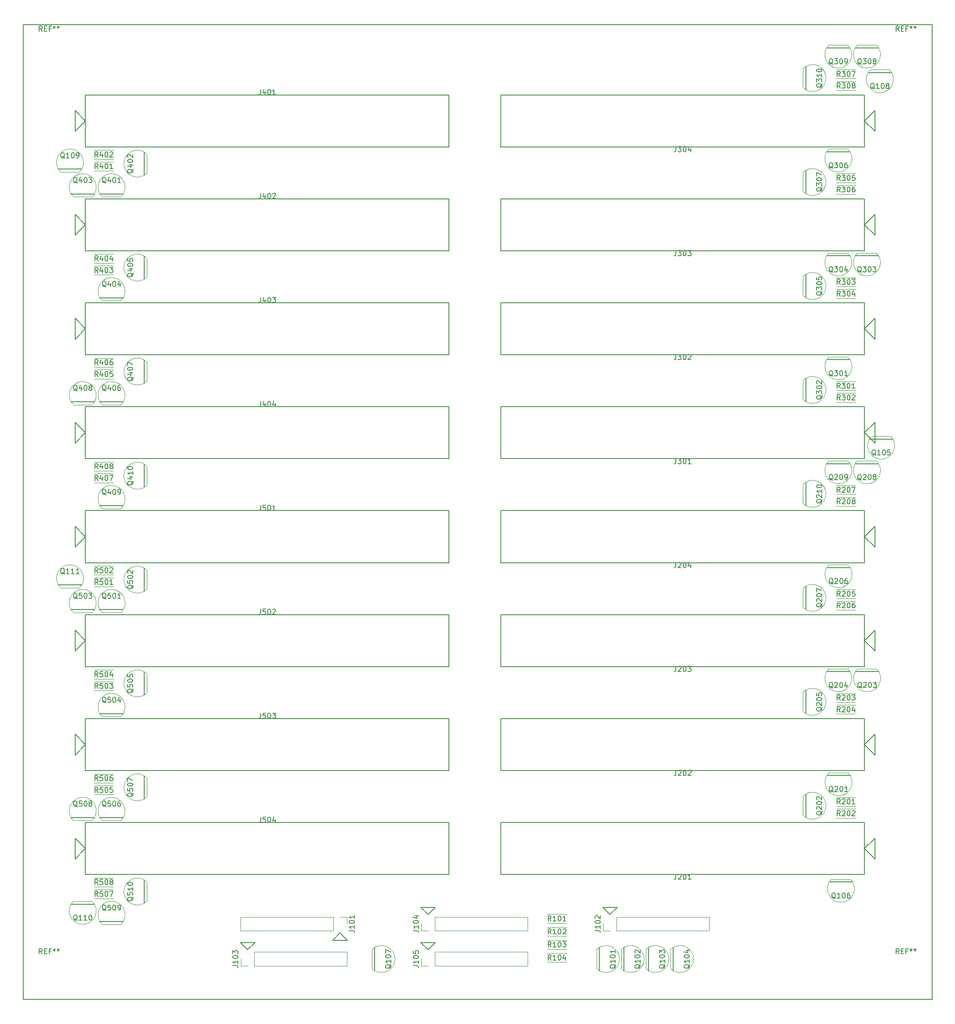
<source format=gbr>
G04 #@! TF.FileFunction,Legend,Top*
%FSLAX46Y46*%
G04 Gerber Fmt 4.6, Leading zero omitted, Abs format (unit mm)*
G04 Created by KiCad (PCBNEW 4.0.7-e2-6376~61~ubuntu18.04.1) date Sun Jul 26 21:24:59 2020*
%MOMM*%
%LPD*%
G01*
G04 APERTURE LIST*
%ADD10C,0.150000*%
%ADD11C,0.120000*%
G04 APERTURE END LIST*
D10*
X70000000Y-247500000D02*
X70000000Y-60000000D01*
X245000000Y-247500000D02*
X70000000Y-247500000D01*
X245000000Y-60000000D02*
X245000000Y-247500000D01*
X244750000Y-60000000D02*
X245000000Y-60000000D01*
X70000000Y-60000000D02*
X244750000Y-60000000D01*
X131000000Y-234778000D02*
X129603000Y-236175000D01*
X129603000Y-236175000D02*
X132397000Y-236175000D01*
X131000000Y-234778000D02*
X132397000Y-236175000D01*
D11*
X111890000Y-231670000D02*
X111890000Y-234330000D01*
X129730000Y-231670000D02*
X111890000Y-231670000D01*
X129730000Y-234330000D02*
X111890000Y-234330000D01*
X129730000Y-231670000D02*
X129730000Y-234330000D01*
X131000000Y-231670000D02*
X132330000Y-231670000D01*
X132330000Y-231670000D02*
X132330000Y-233000000D01*
D10*
X183000000Y-231222000D02*
X184397000Y-229825000D01*
X184397000Y-229825000D02*
X181603000Y-229825000D01*
X183000000Y-231222000D02*
X181603000Y-229825000D01*
D11*
X202110000Y-234330000D02*
X202110000Y-231670000D01*
X184270000Y-234330000D02*
X202110000Y-234330000D01*
X184270000Y-231670000D02*
X202110000Y-231670000D01*
X184270000Y-234330000D02*
X184270000Y-231670000D01*
X183000000Y-234330000D02*
X181670000Y-234330000D01*
X181670000Y-234330000D02*
X181670000Y-233000000D01*
D10*
X113250000Y-237972000D02*
X114647000Y-236575000D01*
X114647000Y-236575000D02*
X111853000Y-236575000D01*
X113250000Y-237972000D02*
X111853000Y-236575000D01*
D11*
X132360000Y-241080000D02*
X132360000Y-238420000D01*
X114520000Y-241080000D02*
X132360000Y-241080000D01*
X114520000Y-238420000D02*
X132360000Y-238420000D01*
X114520000Y-241080000D02*
X114520000Y-238420000D01*
X113250000Y-241080000D02*
X111920000Y-241080000D01*
X111920000Y-241080000D02*
X111920000Y-239750000D01*
D10*
X148000000Y-231222000D02*
X149397000Y-229825000D01*
X149397000Y-229825000D02*
X146603000Y-229825000D01*
X148000000Y-231222000D02*
X146603000Y-229825000D01*
D11*
X167110000Y-234330000D02*
X167110000Y-231670000D01*
X149270000Y-234330000D02*
X167110000Y-234330000D01*
X149270000Y-231670000D02*
X167110000Y-231670000D01*
X149270000Y-234330000D02*
X149270000Y-231670000D01*
X148000000Y-234330000D02*
X146670000Y-234330000D01*
X146670000Y-234330000D02*
X146670000Y-233000000D01*
D10*
X232000000Y-218500000D02*
X234000000Y-216500000D01*
X234000000Y-216500000D02*
X234000000Y-220500000D01*
X234000000Y-220500000D02*
X232000000Y-218500000D01*
X232000000Y-223500000D02*
X232000000Y-213500000D01*
X232000000Y-213500000D02*
X162000000Y-213500000D01*
X162000000Y-213500000D02*
X162000000Y-223500000D01*
X162000000Y-223500000D02*
X232000000Y-223500000D01*
X232000000Y-198500000D02*
X234000000Y-196500000D01*
X234000000Y-196500000D02*
X234000000Y-200500000D01*
X234000000Y-200500000D02*
X232000000Y-198500000D01*
X232000000Y-203500000D02*
X232000000Y-193500000D01*
X232000000Y-193500000D02*
X162000000Y-193500000D01*
X162000000Y-193500000D02*
X162000000Y-203500000D01*
X162000000Y-203500000D02*
X232000000Y-203500000D01*
X232000000Y-178500000D02*
X234000000Y-176500000D01*
X234000000Y-176500000D02*
X234000000Y-180500000D01*
X234000000Y-180500000D02*
X232000000Y-178500000D01*
X232000000Y-183500000D02*
X232000000Y-173500000D01*
X232000000Y-173500000D02*
X162000000Y-173500000D01*
X162000000Y-173500000D02*
X162000000Y-183500000D01*
X162000000Y-183500000D02*
X232000000Y-183500000D01*
X232000000Y-158500000D02*
X234000000Y-156500000D01*
X234000000Y-156500000D02*
X234000000Y-160500000D01*
X234000000Y-160500000D02*
X232000000Y-158500000D01*
X232000000Y-163500000D02*
X232000000Y-153500000D01*
X232000000Y-153500000D02*
X162000000Y-153500000D01*
X162000000Y-153500000D02*
X162000000Y-163500000D01*
X162000000Y-163500000D02*
X232000000Y-163500000D01*
X232000000Y-138500000D02*
X234000000Y-136500000D01*
X234000000Y-136500000D02*
X234000000Y-140500000D01*
X234000000Y-140500000D02*
X232000000Y-138500000D01*
X232000000Y-143500000D02*
X232000000Y-133500000D01*
X232000000Y-133500000D02*
X162000000Y-133500000D01*
X162000000Y-133500000D02*
X162000000Y-143500000D01*
X162000000Y-143500000D02*
X232000000Y-143500000D01*
X232000000Y-118500000D02*
X234000000Y-116500000D01*
X234000000Y-116500000D02*
X234000000Y-120500000D01*
X234000000Y-120500000D02*
X232000000Y-118500000D01*
X232000000Y-123500000D02*
X232000000Y-113500000D01*
X232000000Y-113500000D02*
X162000000Y-113500000D01*
X162000000Y-113500000D02*
X162000000Y-123500000D01*
X162000000Y-123500000D02*
X232000000Y-123500000D01*
X232000000Y-98500000D02*
X234000000Y-96500000D01*
X234000000Y-96500000D02*
X234000000Y-100500000D01*
X234000000Y-100500000D02*
X232000000Y-98500000D01*
X232000000Y-103500000D02*
X232000000Y-93500000D01*
X232000000Y-93500000D02*
X162000000Y-93500000D01*
X162000000Y-93500000D02*
X162000000Y-103500000D01*
X162000000Y-103500000D02*
X232000000Y-103500000D01*
X232000000Y-78500000D02*
X234000000Y-76500000D01*
X234000000Y-76500000D02*
X234000000Y-80500000D01*
X234000000Y-80500000D02*
X232000000Y-78500000D01*
X232000000Y-83500000D02*
X232000000Y-73500000D01*
X232000000Y-73500000D02*
X162000000Y-73500000D01*
X162000000Y-73500000D02*
X162000000Y-83500000D01*
X162000000Y-83500000D02*
X232000000Y-83500000D01*
X82000000Y-78500000D02*
X80000000Y-80500000D01*
X80000000Y-80500000D02*
X80000000Y-76500000D01*
X80000000Y-76500000D02*
X82000000Y-78500000D01*
X82000000Y-73500000D02*
X82000000Y-83500000D01*
X82000000Y-83500000D02*
X152000000Y-83500000D01*
X152000000Y-83500000D02*
X152000000Y-73500000D01*
X152000000Y-73500000D02*
X82000000Y-73500000D01*
X82000000Y-98500000D02*
X80000000Y-100500000D01*
X80000000Y-100500000D02*
X80000000Y-96500000D01*
X80000000Y-96500000D02*
X82000000Y-98500000D01*
X82000000Y-93500000D02*
X82000000Y-103500000D01*
X82000000Y-103500000D02*
X152000000Y-103500000D01*
X152000000Y-103500000D02*
X152000000Y-93500000D01*
X152000000Y-93500000D02*
X82000000Y-93500000D01*
X82000000Y-118500000D02*
X80000000Y-120500000D01*
X80000000Y-120500000D02*
X80000000Y-116500000D01*
X80000000Y-116500000D02*
X82000000Y-118500000D01*
X82000000Y-113500000D02*
X82000000Y-123500000D01*
X82000000Y-123500000D02*
X152000000Y-123500000D01*
X152000000Y-123500000D02*
X152000000Y-113500000D01*
X152000000Y-113500000D02*
X82000000Y-113500000D01*
X82000000Y-138500000D02*
X80000000Y-140500000D01*
X80000000Y-140500000D02*
X80000000Y-136500000D01*
X80000000Y-136500000D02*
X82000000Y-138500000D01*
X82000000Y-133500000D02*
X82000000Y-143500000D01*
X82000000Y-143500000D02*
X152000000Y-143500000D01*
X152000000Y-143500000D02*
X152000000Y-133500000D01*
X152000000Y-133500000D02*
X82000000Y-133500000D01*
X82000000Y-158500000D02*
X80000000Y-160500000D01*
X80000000Y-160500000D02*
X80000000Y-156500000D01*
X80000000Y-156500000D02*
X82000000Y-158500000D01*
X82000000Y-153500000D02*
X82000000Y-163500000D01*
X82000000Y-163500000D02*
X152000000Y-163500000D01*
X152000000Y-163500000D02*
X152000000Y-153500000D01*
X152000000Y-153500000D02*
X82000000Y-153500000D01*
X82000000Y-178500000D02*
X80000000Y-180500000D01*
X80000000Y-180500000D02*
X80000000Y-176500000D01*
X80000000Y-176500000D02*
X82000000Y-178500000D01*
X82000000Y-173500000D02*
X82000000Y-183500000D01*
X82000000Y-183500000D02*
X152000000Y-183500000D01*
X152000000Y-183500000D02*
X152000000Y-173500000D01*
X152000000Y-173500000D02*
X82000000Y-173500000D01*
X82000000Y-198500000D02*
X80000000Y-200500000D01*
X80000000Y-200500000D02*
X80000000Y-196500000D01*
X80000000Y-196500000D02*
X82000000Y-198500000D01*
X82000000Y-193500000D02*
X82000000Y-203500000D01*
X82000000Y-203500000D02*
X152000000Y-203500000D01*
X152000000Y-203500000D02*
X152000000Y-193500000D01*
X152000000Y-193500000D02*
X82000000Y-193500000D01*
X82000000Y-218500000D02*
X80000000Y-220500000D01*
X80000000Y-220500000D02*
X80000000Y-216500000D01*
X80000000Y-216500000D02*
X82000000Y-218500000D01*
X82000000Y-213500000D02*
X82000000Y-223500000D01*
X82000000Y-223500000D02*
X152000000Y-223500000D01*
X152000000Y-223500000D02*
X152000000Y-213500000D01*
X152000000Y-213500000D02*
X82000000Y-213500000D01*
X180954600Y-237534800D02*
X180954600Y-242005200D01*
D11*
X180400000Y-237970000D02*
X180400000Y-241570000D01*
X180411522Y-237931522D02*
G75*
G02X184850000Y-239770000I1838478J-1838478D01*
G01*
X180411522Y-241608478D02*
G75*
G03X184850000Y-239770000I1838478J1838478D01*
G01*
D10*
X185704600Y-237534800D02*
X185704600Y-242005200D01*
D11*
X185150000Y-237970000D02*
X185150000Y-241570000D01*
X185161522Y-237931522D02*
G75*
G02X189600000Y-239770000I1838478J-1838478D01*
G01*
X185161522Y-241608478D02*
G75*
G03X189600000Y-239770000I1838478J1838478D01*
G01*
D10*
X190454600Y-237534800D02*
X190454600Y-242005200D01*
D11*
X189900000Y-237970000D02*
X189900000Y-241570000D01*
X189911522Y-237931522D02*
G75*
G02X194350000Y-239770000I1838478J-1838478D01*
G01*
X189911522Y-241608478D02*
G75*
G03X194350000Y-239770000I1838478J1838478D01*
G01*
D10*
X195204600Y-237534800D02*
X195204600Y-242005200D01*
D11*
X194650000Y-237970000D02*
X194650000Y-241570000D01*
X194661522Y-237931522D02*
G75*
G02X199100000Y-239770000I1838478J-1838478D01*
G01*
X194661522Y-241608478D02*
G75*
G03X199100000Y-239770000I1838478J1838478D01*
G01*
D10*
X237465200Y-139704600D02*
X232994800Y-139704600D01*
D11*
X237030000Y-139150000D02*
X233430000Y-139150000D01*
X237068478Y-139161522D02*
G75*
G02X235230000Y-143600000I-1838478J-1838478D01*
G01*
X233391522Y-139161522D02*
G75*
G03X235230000Y-143600000I1838478J-1838478D01*
G01*
D10*
X229715200Y-224954600D02*
X225244800Y-224954600D01*
D11*
X229280000Y-224400000D02*
X225680000Y-224400000D01*
X229318478Y-224411522D02*
G75*
G02X227480000Y-228850000I-1838478J-1838478D01*
G01*
X225641522Y-224411522D02*
G75*
G03X227480000Y-228850000I1838478J-1838478D01*
G01*
D10*
X137704600Y-237534800D02*
X137704600Y-242005200D01*
D11*
X137150000Y-237970000D02*
X137150000Y-241570000D01*
X137161522Y-237931522D02*
G75*
G02X141600000Y-239770000I1838478J-1838478D01*
G01*
X137161522Y-241608478D02*
G75*
G03X141600000Y-239770000I1838478J1838478D01*
G01*
D10*
X237215200Y-69204600D02*
X232744800Y-69204600D01*
D11*
X236780000Y-68650000D02*
X233180000Y-68650000D01*
X236818478Y-68661522D02*
G75*
G02X234980000Y-73100000I-1838478J-1838478D01*
G01*
X233141522Y-68661522D02*
G75*
G03X234980000Y-73100000I1838478J-1838478D01*
G01*
D10*
X76784800Y-87795400D02*
X81255200Y-87795400D01*
D11*
X77220000Y-88350000D02*
X80820000Y-88350000D01*
X77181522Y-88338478D02*
G75*
G02X79020000Y-83900000I1838478J1838478D01*
G01*
X80858478Y-88338478D02*
G75*
G03X79020000Y-83900000I-1838478J1838478D01*
G01*
D10*
X83715200Y-229204600D02*
X79244800Y-229204600D01*
D11*
X83280000Y-228650000D02*
X79680000Y-228650000D01*
X83318478Y-228661522D02*
G75*
G02X81480000Y-233100000I-1838478J-1838478D01*
G01*
X79641522Y-228661522D02*
G75*
G03X81480000Y-233100000I1838478J-1838478D01*
G01*
D10*
X76784800Y-167795400D02*
X81255200Y-167795400D01*
D11*
X77220000Y-168350000D02*
X80820000Y-168350000D01*
X77181522Y-168338478D02*
G75*
G02X79020000Y-163900000I1838478J1838478D01*
G01*
X80858478Y-168338478D02*
G75*
G03X79020000Y-163900000I-1838478J1838478D01*
G01*
D10*
X229255200Y-204454600D02*
X224784800Y-204454600D01*
D11*
X228820000Y-203900000D02*
X225220000Y-203900000D01*
X228858478Y-203911522D02*
G75*
G02X227020000Y-208350000I-1838478J-1838478D01*
G01*
X225181522Y-203911522D02*
G75*
G03X227020000Y-208350000I1838478J-1838478D01*
G01*
D10*
X220704600Y-208034800D02*
X220704600Y-212505200D01*
D11*
X220150000Y-208470000D02*
X220150000Y-212070000D01*
X220161522Y-208431522D02*
G75*
G02X224600000Y-210270000I1838478J-1838478D01*
G01*
X220161522Y-212108478D02*
G75*
G03X224600000Y-210270000I1838478J1838478D01*
G01*
D10*
X234755200Y-184454600D02*
X230284800Y-184454600D01*
D11*
X234320000Y-183900000D02*
X230720000Y-183900000D01*
X234358478Y-183911522D02*
G75*
G02X232520000Y-188350000I-1838478J-1838478D01*
G01*
X230681522Y-183911522D02*
G75*
G03X232520000Y-188350000I1838478J-1838478D01*
G01*
D10*
X229215200Y-184454600D02*
X224744800Y-184454600D01*
D11*
X228780000Y-183900000D02*
X225180000Y-183900000D01*
X228818478Y-183911522D02*
G75*
G02X226980000Y-188350000I-1838478J-1838478D01*
G01*
X225141522Y-183911522D02*
G75*
G03X226980000Y-188350000I1838478J-1838478D01*
G01*
D10*
X220704600Y-188034800D02*
X220704600Y-192505200D01*
D11*
X220150000Y-188470000D02*
X220150000Y-192070000D01*
X220161522Y-188431522D02*
G75*
G02X224600000Y-190270000I1838478J-1838478D01*
G01*
X220161522Y-192108478D02*
G75*
G03X224600000Y-190270000I1838478J1838478D01*
G01*
D10*
X229255200Y-164454600D02*
X224784800Y-164454600D01*
D11*
X228820000Y-163900000D02*
X225220000Y-163900000D01*
X228858478Y-163911522D02*
G75*
G02X227020000Y-168350000I-1838478J-1838478D01*
G01*
X225181522Y-163911522D02*
G75*
G03X227020000Y-168350000I1838478J-1838478D01*
G01*
D10*
X229215200Y-124454600D02*
X224744800Y-124454600D01*
D11*
X228780000Y-123900000D02*
X225180000Y-123900000D01*
X228818478Y-123911522D02*
G75*
G02X226980000Y-128350000I-1838478J-1838478D01*
G01*
X225141522Y-123911522D02*
G75*
G03X226980000Y-128350000I1838478J-1838478D01*
G01*
D10*
X220704600Y-128034800D02*
X220704600Y-132505200D01*
D11*
X220150000Y-128470000D02*
X220150000Y-132070000D01*
X220161522Y-128431522D02*
G75*
G02X224600000Y-130270000I1838478J-1838478D01*
G01*
X220161522Y-132108478D02*
G75*
G03X224600000Y-130270000I1838478J1838478D01*
G01*
D10*
X234715200Y-104454600D02*
X230244800Y-104454600D01*
D11*
X234280000Y-103900000D02*
X230680000Y-103900000D01*
X234318478Y-103911522D02*
G75*
G02X232480000Y-108350000I-1838478J-1838478D01*
G01*
X230641522Y-103911522D02*
G75*
G03X232480000Y-108350000I1838478J-1838478D01*
G01*
D10*
X229215200Y-104454600D02*
X224744800Y-104454600D01*
D11*
X228780000Y-103900000D02*
X225180000Y-103900000D01*
X228818478Y-103911522D02*
G75*
G02X226980000Y-108350000I-1838478J-1838478D01*
G01*
X225141522Y-103911522D02*
G75*
G03X226980000Y-108350000I1838478J-1838478D01*
G01*
D10*
X220704600Y-108034800D02*
X220704600Y-112505200D01*
D11*
X220150000Y-108470000D02*
X220150000Y-112070000D01*
X220161522Y-108431522D02*
G75*
G02X224600000Y-110270000I1838478J-1838478D01*
G01*
X220161522Y-112108478D02*
G75*
G03X224600000Y-110270000I1838478J1838478D01*
G01*
D10*
X229215200Y-84454600D02*
X224744800Y-84454600D01*
D11*
X228780000Y-83900000D02*
X225180000Y-83900000D01*
X228818478Y-83911522D02*
G75*
G02X226980000Y-88350000I-1838478J-1838478D01*
G01*
X225141522Y-83911522D02*
G75*
G03X226980000Y-88350000I1838478J-1838478D01*
G01*
D10*
X84784800Y-92545400D02*
X89255200Y-92545400D01*
D11*
X85220000Y-93100000D02*
X88820000Y-93100000D01*
X85181522Y-93088478D02*
G75*
G02X87020000Y-88650000I1838478J1838478D01*
G01*
X88858478Y-93088478D02*
G75*
G03X87020000Y-88650000I-1838478J1838478D01*
G01*
D10*
X93295400Y-88965200D02*
X93295400Y-84494800D01*
D11*
X93850000Y-88530000D02*
X93850000Y-84930000D01*
X93838478Y-88568478D02*
G75*
G02X89400000Y-86730000I-1838478J1838478D01*
G01*
X93838478Y-84891522D02*
G75*
G03X89400000Y-86730000I-1838478J-1838478D01*
G01*
D10*
X79244800Y-92545400D02*
X83715200Y-92545400D01*
D11*
X79680000Y-93100000D02*
X83280000Y-93100000D01*
X79641522Y-93088478D02*
G75*
G02X81480000Y-88650000I1838478J1838478D01*
G01*
X83318478Y-93088478D02*
G75*
G03X81480000Y-88650000I-1838478J1838478D01*
G01*
D10*
X84784800Y-112545400D02*
X89255200Y-112545400D01*
D11*
X85220000Y-113100000D02*
X88820000Y-113100000D01*
X85181522Y-113088478D02*
G75*
G02X87020000Y-108650000I1838478J1838478D01*
G01*
X88858478Y-113088478D02*
G75*
G03X87020000Y-108650000I-1838478J1838478D01*
G01*
D10*
X93295400Y-108965200D02*
X93295400Y-104494800D01*
D11*
X93850000Y-108530000D02*
X93850000Y-104930000D01*
X93838478Y-108568478D02*
G75*
G02X89400000Y-106730000I-1838478J1838478D01*
G01*
X93838478Y-104891522D02*
G75*
G03X89400000Y-106730000I-1838478J-1838478D01*
G01*
D10*
X84784800Y-132545400D02*
X89255200Y-132545400D01*
D11*
X85220000Y-133100000D02*
X88820000Y-133100000D01*
X85181522Y-133088478D02*
G75*
G02X87020000Y-128650000I1838478J1838478D01*
G01*
X88858478Y-133088478D02*
G75*
G03X87020000Y-128650000I-1838478J1838478D01*
G01*
D10*
X84784800Y-172545400D02*
X89255200Y-172545400D01*
D11*
X85220000Y-173100000D02*
X88820000Y-173100000D01*
X85181522Y-173088478D02*
G75*
G02X87020000Y-168650000I1838478J1838478D01*
G01*
X88858478Y-173088478D02*
G75*
G03X87020000Y-168650000I-1838478J1838478D01*
G01*
D10*
X93295400Y-169005200D02*
X93295400Y-164534800D01*
D11*
X93850000Y-168570000D02*
X93850000Y-164970000D01*
X93838478Y-168608478D02*
G75*
G02X89400000Y-166770000I-1838478J1838478D01*
G01*
X93838478Y-164931522D02*
G75*
G03X89400000Y-166770000I-1838478J-1838478D01*
G01*
D10*
X79244800Y-172545400D02*
X83715200Y-172545400D01*
D11*
X79680000Y-173100000D02*
X83280000Y-173100000D01*
X79641522Y-173088478D02*
G75*
G02X81480000Y-168650000I1838478J1838478D01*
G01*
X83318478Y-173088478D02*
G75*
G03X81480000Y-168650000I-1838478J1838478D01*
G01*
D10*
X84784800Y-192545400D02*
X89255200Y-192545400D01*
D11*
X85220000Y-193100000D02*
X88820000Y-193100000D01*
X85181522Y-193088478D02*
G75*
G02X87020000Y-188650000I1838478J1838478D01*
G01*
X88858478Y-193088478D02*
G75*
G03X87020000Y-188650000I-1838478J1838478D01*
G01*
D10*
X93295400Y-188965200D02*
X93295400Y-184494800D01*
D11*
X93850000Y-188530000D02*
X93850000Y-184930000D01*
X93838478Y-188568478D02*
G75*
G02X89400000Y-186730000I-1838478J1838478D01*
G01*
X93838478Y-184891522D02*
G75*
G03X89400000Y-186730000I-1838478J-1838478D01*
G01*
D10*
X84784800Y-212545400D02*
X89255200Y-212545400D01*
D11*
X85220000Y-213100000D02*
X88820000Y-213100000D01*
X85181522Y-213088478D02*
G75*
G02X87020000Y-208650000I1838478J1838478D01*
G01*
X88858478Y-213088478D02*
G75*
G03X87020000Y-208650000I-1838478J1838478D01*
G01*
X170930000Y-231140000D02*
X174650000Y-231140000D01*
X170930000Y-232860000D02*
X174650000Y-232860000D01*
X170930000Y-233640000D02*
X174650000Y-233640000D01*
X170930000Y-235360000D02*
X174650000Y-235360000D01*
X170930000Y-236140000D02*
X174650000Y-236140000D01*
X170930000Y-237860000D02*
X174650000Y-237860000D01*
X170930000Y-238640000D02*
X174650000Y-238640000D01*
X170930000Y-240360000D02*
X174650000Y-240360000D01*
X230320000Y-210360000D02*
X226600000Y-210360000D01*
X230320000Y-208640000D02*
X226600000Y-208640000D01*
X230320000Y-212610000D02*
X226600000Y-212610000D01*
X230320000Y-210890000D02*
X226600000Y-210890000D01*
X230320000Y-190360000D02*
X226600000Y-190360000D01*
X230320000Y-188640000D02*
X226600000Y-188640000D01*
X230320000Y-192610000D02*
X226600000Y-192610000D01*
X230320000Y-190890000D02*
X226600000Y-190890000D01*
X230320000Y-130360000D02*
X226600000Y-130360000D01*
X230320000Y-128640000D02*
X226600000Y-128640000D01*
X230320000Y-132610000D02*
X226600000Y-132610000D01*
X230320000Y-130890000D02*
X226600000Y-130890000D01*
X230320000Y-110360000D02*
X226600000Y-110360000D01*
X230320000Y-108640000D02*
X226600000Y-108640000D01*
X230320000Y-112610000D02*
X226600000Y-112610000D01*
X230320000Y-110890000D02*
X226600000Y-110890000D01*
X83680000Y-86390000D02*
X87400000Y-86390000D01*
X83680000Y-88110000D02*
X87400000Y-88110000D01*
X83680000Y-84140000D02*
X87400000Y-84140000D01*
X83680000Y-85860000D02*
X87400000Y-85860000D01*
X83680000Y-106390000D02*
X87400000Y-106390000D01*
X83680000Y-108110000D02*
X87400000Y-108110000D01*
X83680000Y-104140000D02*
X87400000Y-104140000D01*
X83680000Y-105860000D02*
X87400000Y-105860000D01*
X83680000Y-166390000D02*
X87400000Y-166390000D01*
X83680000Y-168110000D02*
X87400000Y-168110000D01*
X83680000Y-164140000D02*
X87400000Y-164140000D01*
X83680000Y-165860000D02*
X87400000Y-165860000D01*
X83680000Y-186390000D02*
X87400000Y-186390000D01*
X83680000Y-188110000D02*
X87400000Y-188110000D01*
X83680000Y-184140000D02*
X87400000Y-184140000D01*
X83680000Y-185860000D02*
X87400000Y-185860000D01*
D10*
X220704600Y-168034800D02*
X220704600Y-172505200D01*
D11*
X220150000Y-168470000D02*
X220150000Y-172070000D01*
X220161522Y-168431522D02*
G75*
G02X224600000Y-170270000I1838478J-1838478D01*
G01*
X220161522Y-172108478D02*
G75*
G03X224600000Y-170270000I1838478J1838478D01*
G01*
D10*
X234715200Y-144454600D02*
X230244800Y-144454600D01*
D11*
X234280000Y-143900000D02*
X230680000Y-143900000D01*
X234318478Y-143911522D02*
G75*
G02X232480000Y-148350000I-1838478J-1838478D01*
G01*
X230641522Y-143911522D02*
G75*
G03X232480000Y-148350000I1838478J-1838478D01*
G01*
D10*
X229215200Y-144454600D02*
X224744800Y-144454600D01*
D11*
X228780000Y-143900000D02*
X225180000Y-143900000D01*
X228818478Y-143911522D02*
G75*
G02X226980000Y-148350000I-1838478J-1838478D01*
G01*
X225141522Y-143911522D02*
G75*
G03X226980000Y-148350000I1838478J-1838478D01*
G01*
D10*
X220704600Y-148034800D02*
X220704600Y-152505200D01*
D11*
X220150000Y-148470000D02*
X220150000Y-152070000D01*
X220161522Y-148431522D02*
G75*
G02X224600000Y-150270000I1838478J-1838478D01*
G01*
X220161522Y-152108478D02*
G75*
G03X224600000Y-150270000I1838478J1838478D01*
G01*
D10*
X220704600Y-88034800D02*
X220704600Y-92505200D01*
D11*
X220150000Y-88470000D02*
X220150000Y-92070000D01*
X220161522Y-88431522D02*
G75*
G02X224600000Y-90270000I1838478J-1838478D01*
G01*
X220161522Y-92108478D02*
G75*
G03X224600000Y-90270000I1838478J1838478D01*
G01*
D10*
X234715200Y-64454600D02*
X230244800Y-64454600D01*
D11*
X234280000Y-63900000D02*
X230680000Y-63900000D01*
X234318478Y-63911522D02*
G75*
G02X232480000Y-68350000I-1838478J-1838478D01*
G01*
X230641522Y-63911522D02*
G75*
G03X232480000Y-68350000I1838478J-1838478D01*
G01*
D10*
X229215200Y-64454600D02*
X224744800Y-64454600D01*
D11*
X228780000Y-63900000D02*
X225180000Y-63900000D01*
X228818478Y-63911522D02*
G75*
G02X226980000Y-68350000I-1838478J-1838478D01*
G01*
X225141522Y-63911522D02*
G75*
G03X226980000Y-68350000I1838478J-1838478D01*
G01*
D10*
X220704600Y-68034800D02*
X220704600Y-72505200D01*
D11*
X220150000Y-68470000D02*
X220150000Y-72070000D01*
X220161522Y-68431522D02*
G75*
G02X224600000Y-70270000I1838478J-1838478D01*
G01*
X220161522Y-72108478D02*
G75*
G03X224600000Y-70270000I1838478J1838478D01*
G01*
D10*
X93295400Y-128965200D02*
X93295400Y-124494800D01*
D11*
X93850000Y-128530000D02*
X93850000Y-124930000D01*
X93838478Y-128568478D02*
G75*
G02X89400000Y-126730000I-1838478J1838478D01*
G01*
X93838478Y-124891522D02*
G75*
G03X89400000Y-126730000I-1838478J-1838478D01*
G01*
D10*
X79244800Y-132545400D02*
X83715200Y-132545400D01*
D11*
X79680000Y-133100000D02*
X83280000Y-133100000D01*
X79641522Y-133088478D02*
G75*
G02X81480000Y-128650000I1838478J1838478D01*
G01*
X83318478Y-133088478D02*
G75*
G03X81480000Y-128650000I-1838478J1838478D01*
G01*
D10*
X84784800Y-152545400D02*
X89255200Y-152545400D01*
D11*
X85220000Y-153100000D02*
X88820000Y-153100000D01*
X85181522Y-153088478D02*
G75*
G02X87020000Y-148650000I1838478J1838478D01*
G01*
X88858478Y-153088478D02*
G75*
G03X87020000Y-148650000I-1838478J1838478D01*
G01*
D10*
X93295400Y-149005200D02*
X93295400Y-144534800D01*
D11*
X93850000Y-148570000D02*
X93850000Y-144970000D01*
X93838478Y-148608478D02*
G75*
G02X89400000Y-146770000I-1838478J1838478D01*
G01*
X93838478Y-144931522D02*
G75*
G03X89400000Y-146770000I-1838478J-1838478D01*
G01*
D10*
X93295400Y-208965200D02*
X93295400Y-204494800D01*
D11*
X93850000Y-208530000D02*
X93850000Y-204930000D01*
X93838478Y-208568478D02*
G75*
G02X89400000Y-206730000I-1838478J1838478D01*
G01*
X93838478Y-204891522D02*
G75*
G03X89400000Y-206730000I-1838478J-1838478D01*
G01*
D10*
X79244800Y-212545400D02*
X83715200Y-212545400D01*
D11*
X79680000Y-213100000D02*
X83280000Y-213100000D01*
X79641522Y-213088478D02*
G75*
G02X81480000Y-208650000I1838478J1838478D01*
G01*
X83318478Y-213088478D02*
G75*
G03X81480000Y-208650000I-1838478J1838478D01*
G01*
D10*
X84784800Y-232545400D02*
X89255200Y-232545400D01*
D11*
X85220000Y-233100000D02*
X88820000Y-233100000D01*
X85181522Y-233088478D02*
G75*
G02X87020000Y-228650000I1838478J1838478D01*
G01*
X88858478Y-233088478D02*
G75*
G03X87020000Y-228650000I-1838478J1838478D01*
G01*
D10*
X93295400Y-229005200D02*
X93295400Y-224534800D01*
D11*
X93850000Y-228570000D02*
X93850000Y-224970000D01*
X93838478Y-228608478D02*
G75*
G02X89400000Y-226770000I-1838478J1838478D01*
G01*
X93838478Y-224931522D02*
G75*
G03X89400000Y-226770000I-1838478J-1838478D01*
G01*
X230320000Y-170360000D02*
X226600000Y-170360000D01*
X230320000Y-168640000D02*
X226600000Y-168640000D01*
X230320000Y-172610000D02*
X226600000Y-172610000D01*
X230320000Y-170890000D02*
X226600000Y-170890000D01*
X230320000Y-150360000D02*
X226600000Y-150360000D01*
X230320000Y-148640000D02*
X226600000Y-148640000D01*
X230320000Y-152610000D02*
X226600000Y-152610000D01*
X230320000Y-150890000D02*
X226600000Y-150890000D01*
X230320000Y-90360000D02*
X226600000Y-90360000D01*
X230320000Y-88640000D02*
X226600000Y-88640000D01*
X230320000Y-92610000D02*
X226600000Y-92610000D01*
X230320000Y-90890000D02*
X226600000Y-90890000D01*
X230320000Y-70360000D02*
X226600000Y-70360000D01*
X230320000Y-68640000D02*
X226600000Y-68640000D01*
X230320000Y-72610000D02*
X226600000Y-72610000D01*
X230320000Y-70890000D02*
X226600000Y-70890000D01*
X83680000Y-126390000D02*
X87400000Y-126390000D01*
X83680000Y-128110000D02*
X87400000Y-128110000D01*
X83680000Y-124140000D02*
X87400000Y-124140000D01*
X83680000Y-125860000D02*
X87400000Y-125860000D01*
X83680000Y-146390000D02*
X87400000Y-146390000D01*
X83680000Y-148110000D02*
X87400000Y-148110000D01*
X83680000Y-144140000D02*
X87400000Y-144140000D01*
X83680000Y-145860000D02*
X87400000Y-145860000D01*
X83680000Y-206390000D02*
X87400000Y-206390000D01*
X83680000Y-208110000D02*
X87400000Y-208110000D01*
X83680000Y-204140000D02*
X87400000Y-204140000D01*
X83680000Y-205860000D02*
X87400000Y-205860000D01*
X83680000Y-226390000D02*
X87400000Y-226390000D01*
X83680000Y-228110000D02*
X87400000Y-228110000D01*
X83680000Y-224140000D02*
X87400000Y-224140000D01*
X83680000Y-225860000D02*
X87400000Y-225860000D01*
D10*
X148010000Y-237972000D02*
X149407000Y-236575000D01*
X149407000Y-236575000D02*
X146613000Y-236575000D01*
X148010000Y-237972000D02*
X146613000Y-236575000D01*
D11*
X167120000Y-241080000D02*
X167120000Y-238420000D01*
X149280000Y-241080000D02*
X167120000Y-241080000D01*
X149280000Y-238420000D02*
X167120000Y-238420000D01*
X149280000Y-241080000D02*
X149280000Y-238420000D01*
X148010000Y-241080000D02*
X146680000Y-241080000D01*
X146680000Y-241080000D02*
X146680000Y-239750000D01*
D10*
X132782381Y-234285714D02*
X133496667Y-234285714D01*
X133639524Y-234333334D01*
X133734762Y-234428572D01*
X133782381Y-234571429D01*
X133782381Y-234666667D01*
X133782381Y-233285714D02*
X133782381Y-233857143D01*
X133782381Y-233571429D02*
X132782381Y-233571429D01*
X132925238Y-233666667D01*
X133020476Y-233761905D01*
X133068095Y-233857143D01*
X132782381Y-232666667D02*
X132782381Y-232571428D01*
X132830000Y-232476190D01*
X132877619Y-232428571D01*
X132972857Y-232380952D01*
X133163333Y-232333333D01*
X133401429Y-232333333D01*
X133591905Y-232380952D01*
X133687143Y-232428571D01*
X133734762Y-232476190D01*
X133782381Y-232571428D01*
X133782381Y-232666667D01*
X133734762Y-232761905D01*
X133687143Y-232809524D01*
X133591905Y-232857143D01*
X133401429Y-232904762D01*
X133163333Y-232904762D01*
X132972857Y-232857143D01*
X132877619Y-232809524D01*
X132830000Y-232761905D01*
X132782381Y-232666667D01*
X133782381Y-231380952D02*
X133782381Y-231952381D01*
X133782381Y-231666667D02*
X132782381Y-231666667D01*
X132925238Y-231761905D01*
X133020476Y-231857143D01*
X133068095Y-231952381D01*
X180122381Y-234285714D02*
X180836667Y-234285714D01*
X180979524Y-234333334D01*
X181074762Y-234428572D01*
X181122381Y-234571429D01*
X181122381Y-234666667D01*
X181122381Y-233285714D02*
X181122381Y-233857143D01*
X181122381Y-233571429D02*
X180122381Y-233571429D01*
X180265238Y-233666667D01*
X180360476Y-233761905D01*
X180408095Y-233857143D01*
X180122381Y-232666667D02*
X180122381Y-232571428D01*
X180170000Y-232476190D01*
X180217619Y-232428571D01*
X180312857Y-232380952D01*
X180503333Y-232333333D01*
X180741429Y-232333333D01*
X180931905Y-232380952D01*
X181027143Y-232428571D01*
X181074762Y-232476190D01*
X181122381Y-232571428D01*
X181122381Y-232666667D01*
X181074762Y-232761905D01*
X181027143Y-232809524D01*
X180931905Y-232857143D01*
X180741429Y-232904762D01*
X180503333Y-232904762D01*
X180312857Y-232857143D01*
X180217619Y-232809524D01*
X180170000Y-232761905D01*
X180122381Y-232666667D01*
X180217619Y-231952381D02*
X180170000Y-231904762D01*
X180122381Y-231809524D01*
X180122381Y-231571428D01*
X180170000Y-231476190D01*
X180217619Y-231428571D01*
X180312857Y-231380952D01*
X180408095Y-231380952D01*
X180550952Y-231428571D01*
X181122381Y-232000000D01*
X181122381Y-231380952D01*
X110372381Y-241035714D02*
X111086667Y-241035714D01*
X111229524Y-241083334D01*
X111324762Y-241178572D01*
X111372381Y-241321429D01*
X111372381Y-241416667D01*
X111372381Y-240035714D02*
X111372381Y-240607143D01*
X111372381Y-240321429D02*
X110372381Y-240321429D01*
X110515238Y-240416667D01*
X110610476Y-240511905D01*
X110658095Y-240607143D01*
X110372381Y-239416667D02*
X110372381Y-239321428D01*
X110420000Y-239226190D01*
X110467619Y-239178571D01*
X110562857Y-239130952D01*
X110753333Y-239083333D01*
X110991429Y-239083333D01*
X111181905Y-239130952D01*
X111277143Y-239178571D01*
X111324762Y-239226190D01*
X111372381Y-239321428D01*
X111372381Y-239416667D01*
X111324762Y-239511905D01*
X111277143Y-239559524D01*
X111181905Y-239607143D01*
X110991429Y-239654762D01*
X110753333Y-239654762D01*
X110562857Y-239607143D01*
X110467619Y-239559524D01*
X110420000Y-239511905D01*
X110372381Y-239416667D01*
X110372381Y-238750000D02*
X110372381Y-238130952D01*
X110753333Y-238464286D01*
X110753333Y-238321428D01*
X110800952Y-238226190D01*
X110848571Y-238178571D01*
X110943810Y-238130952D01*
X111181905Y-238130952D01*
X111277143Y-238178571D01*
X111324762Y-238226190D01*
X111372381Y-238321428D01*
X111372381Y-238607143D01*
X111324762Y-238702381D01*
X111277143Y-238750000D01*
X145122381Y-234285714D02*
X145836667Y-234285714D01*
X145979524Y-234333334D01*
X146074762Y-234428572D01*
X146122381Y-234571429D01*
X146122381Y-234666667D01*
X146122381Y-233285714D02*
X146122381Y-233857143D01*
X146122381Y-233571429D02*
X145122381Y-233571429D01*
X145265238Y-233666667D01*
X145360476Y-233761905D01*
X145408095Y-233857143D01*
X145122381Y-232666667D02*
X145122381Y-232571428D01*
X145170000Y-232476190D01*
X145217619Y-232428571D01*
X145312857Y-232380952D01*
X145503333Y-232333333D01*
X145741429Y-232333333D01*
X145931905Y-232380952D01*
X146027143Y-232428571D01*
X146074762Y-232476190D01*
X146122381Y-232571428D01*
X146122381Y-232666667D01*
X146074762Y-232761905D01*
X146027143Y-232809524D01*
X145931905Y-232857143D01*
X145741429Y-232904762D01*
X145503333Y-232904762D01*
X145312857Y-232857143D01*
X145217619Y-232809524D01*
X145170000Y-232761905D01*
X145122381Y-232666667D01*
X145455714Y-231476190D02*
X146122381Y-231476190D01*
X145074762Y-231714286D02*
X145789048Y-231952381D01*
X145789048Y-231333333D01*
X195714286Y-223452381D02*
X195714286Y-224166667D01*
X195666666Y-224309524D01*
X195571428Y-224404762D01*
X195428571Y-224452381D01*
X195333333Y-224452381D01*
X196142857Y-223547619D02*
X196190476Y-223500000D01*
X196285714Y-223452381D01*
X196523810Y-223452381D01*
X196619048Y-223500000D01*
X196666667Y-223547619D01*
X196714286Y-223642857D01*
X196714286Y-223738095D01*
X196666667Y-223880952D01*
X196095238Y-224452381D01*
X196714286Y-224452381D01*
X197333333Y-223452381D02*
X197428572Y-223452381D01*
X197523810Y-223500000D01*
X197571429Y-223547619D01*
X197619048Y-223642857D01*
X197666667Y-223833333D01*
X197666667Y-224071429D01*
X197619048Y-224261905D01*
X197571429Y-224357143D01*
X197523810Y-224404762D01*
X197428572Y-224452381D01*
X197333333Y-224452381D01*
X197238095Y-224404762D01*
X197190476Y-224357143D01*
X197142857Y-224261905D01*
X197095238Y-224071429D01*
X197095238Y-223833333D01*
X197142857Y-223642857D01*
X197190476Y-223547619D01*
X197238095Y-223500000D01*
X197333333Y-223452381D01*
X198619048Y-224452381D02*
X198047619Y-224452381D01*
X198333333Y-224452381D02*
X198333333Y-223452381D01*
X198238095Y-223595238D01*
X198142857Y-223690476D01*
X198047619Y-223738095D01*
X195714286Y-203452381D02*
X195714286Y-204166667D01*
X195666666Y-204309524D01*
X195571428Y-204404762D01*
X195428571Y-204452381D01*
X195333333Y-204452381D01*
X196142857Y-203547619D02*
X196190476Y-203500000D01*
X196285714Y-203452381D01*
X196523810Y-203452381D01*
X196619048Y-203500000D01*
X196666667Y-203547619D01*
X196714286Y-203642857D01*
X196714286Y-203738095D01*
X196666667Y-203880952D01*
X196095238Y-204452381D01*
X196714286Y-204452381D01*
X197333333Y-203452381D02*
X197428572Y-203452381D01*
X197523810Y-203500000D01*
X197571429Y-203547619D01*
X197619048Y-203642857D01*
X197666667Y-203833333D01*
X197666667Y-204071429D01*
X197619048Y-204261905D01*
X197571429Y-204357143D01*
X197523810Y-204404762D01*
X197428572Y-204452381D01*
X197333333Y-204452381D01*
X197238095Y-204404762D01*
X197190476Y-204357143D01*
X197142857Y-204261905D01*
X197095238Y-204071429D01*
X197095238Y-203833333D01*
X197142857Y-203642857D01*
X197190476Y-203547619D01*
X197238095Y-203500000D01*
X197333333Y-203452381D01*
X198047619Y-203547619D02*
X198095238Y-203500000D01*
X198190476Y-203452381D01*
X198428572Y-203452381D01*
X198523810Y-203500000D01*
X198571429Y-203547619D01*
X198619048Y-203642857D01*
X198619048Y-203738095D01*
X198571429Y-203880952D01*
X198000000Y-204452381D01*
X198619048Y-204452381D01*
X195714286Y-183452381D02*
X195714286Y-184166667D01*
X195666666Y-184309524D01*
X195571428Y-184404762D01*
X195428571Y-184452381D01*
X195333333Y-184452381D01*
X196142857Y-183547619D02*
X196190476Y-183500000D01*
X196285714Y-183452381D01*
X196523810Y-183452381D01*
X196619048Y-183500000D01*
X196666667Y-183547619D01*
X196714286Y-183642857D01*
X196714286Y-183738095D01*
X196666667Y-183880952D01*
X196095238Y-184452381D01*
X196714286Y-184452381D01*
X197333333Y-183452381D02*
X197428572Y-183452381D01*
X197523810Y-183500000D01*
X197571429Y-183547619D01*
X197619048Y-183642857D01*
X197666667Y-183833333D01*
X197666667Y-184071429D01*
X197619048Y-184261905D01*
X197571429Y-184357143D01*
X197523810Y-184404762D01*
X197428572Y-184452381D01*
X197333333Y-184452381D01*
X197238095Y-184404762D01*
X197190476Y-184357143D01*
X197142857Y-184261905D01*
X197095238Y-184071429D01*
X197095238Y-183833333D01*
X197142857Y-183642857D01*
X197190476Y-183547619D01*
X197238095Y-183500000D01*
X197333333Y-183452381D01*
X198000000Y-183452381D02*
X198619048Y-183452381D01*
X198285714Y-183833333D01*
X198428572Y-183833333D01*
X198523810Y-183880952D01*
X198571429Y-183928571D01*
X198619048Y-184023810D01*
X198619048Y-184261905D01*
X198571429Y-184357143D01*
X198523810Y-184404762D01*
X198428572Y-184452381D01*
X198142857Y-184452381D01*
X198047619Y-184404762D01*
X198000000Y-184357143D01*
X195714286Y-163452381D02*
X195714286Y-164166667D01*
X195666666Y-164309524D01*
X195571428Y-164404762D01*
X195428571Y-164452381D01*
X195333333Y-164452381D01*
X196142857Y-163547619D02*
X196190476Y-163500000D01*
X196285714Y-163452381D01*
X196523810Y-163452381D01*
X196619048Y-163500000D01*
X196666667Y-163547619D01*
X196714286Y-163642857D01*
X196714286Y-163738095D01*
X196666667Y-163880952D01*
X196095238Y-164452381D01*
X196714286Y-164452381D01*
X197333333Y-163452381D02*
X197428572Y-163452381D01*
X197523810Y-163500000D01*
X197571429Y-163547619D01*
X197619048Y-163642857D01*
X197666667Y-163833333D01*
X197666667Y-164071429D01*
X197619048Y-164261905D01*
X197571429Y-164357143D01*
X197523810Y-164404762D01*
X197428572Y-164452381D01*
X197333333Y-164452381D01*
X197238095Y-164404762D01*
X197190476Y-164357143D01*
X197142857Y-164261905D01*
X197095238Y-164071429D01*
X197095238Y-163833333D01*
X197142857Y-163642857D01*
X197190476Y-163547619D01*
X197238095Y-163500000D01*
X197333333Y-163452381D01*
X198523810Y-163785714D02*
X198523810Y-164452381D01*
X198285714Y-163404762D02*
X198047619Y-164119048D01*
X198666667Y-164119048D01*
X195714286Y-143452381D02*
X195714286Y-144166667D01*
X195666666Y-144309524D01*
X195571428Y-144404762D01*
X195428571Y-144452381D01*
X195333333Y-144452381D01*
X196095238Y-143452381D02*
X196714286Y-143452381D01*
X196380952Y-143833333D01*
X196523810Y-143833333D01*
X196619048Y-143880952D01*
X196666667Y-143928571D01*
X196714286Y-144023810D01*
X196714286Y-144261905D01*
X196666667Y-144357143D01*
X196619048Y-144404762D01*
X196523810Y-144452381D01*
X196238095Y-144452381D01*
X196142857Y-144404762D01*
X196095238Y-144357143D01*
X197333333Y-143452381D02*
X197428572Y-143452381D01*
X197523810Y-143500000D01*
X197571429Y-143547619D01*
X197619048Y-143642857D01*
X197666667Y-143833333D01*
X197666667Y-144071429D01*
X197619048Y-144261905D01*
X197571429Y-144357143D01*
X197523810Y-144404762D01*
X197428572Y-144452381D01*
X197333333Y-144452381D01*
X197238095Y-144404762D01*
X197190476Y-144357143D01*
X197142857Y-144261905D01*
X197095238Y-144071429D01*
X197095238Y-143833333D01*
X197142857Y-143642857D01*
X197190476Y-143547619D01*
X197238095Y-143500000D01*
X197333333Y-143452381D01*
X198619048Y-144452381D02*
X198047619Y-144452381D01*
X198333333Y-144452381D02*
X198333333Y-143452381D01*
X198238095Y-143595238D01*
X198142857Y-143690476D01*
X198047619Y-143738095D01*
X195714286Y-123452381D02*
X195714286Y-124166667D01*
X195666666Y-124309524D01*
X195571428Y-124404762D01*
X195428571Y-124452381D01*
X195333333Y-124452381D01*
X196095238Y-123452381D02*
X196714286Y-123452381D01*
X196380952Y-123833333D01*
X196523810Y-123833333D01*
X196619048Y-123880952D01*
X196666667Y-123928571D01*
X196714286Y-124023810D01*
X196714286Y-124261905D01*
X196666667Y-124357143D01*
X196619048Y-124404762D01*
X196523810Y-124452381D01*
X196238095Y-124452381D01*
X196142857Y-124404762D01*
X196095238Y-124357143D01*
X197333333Y-123452381D02*
X197428572Y-123452381D01*
X197523810Y-123500000D01*
X197571429Y-123547619D01*
X197619048Y-123642857D01*
X197666667Y-123833333D01*
X197666667Y-124071429D01*
X197619048Y-124261905D01*
X197571429Y-124357143D01*
X197523810Y-124404762D01*
X197428572Y-124452381D01*
X197333333Y-124452381D01*
X197238095Y-124404762D01*
X197190476Y-124357143D01*
X197142857Y-124261905D01*
X197095238Y-124071429D01*
X197095238Y-123833333D01*
X197142857Y-123642857D01*
X197190476Y-123547619D01*
X197238095Y-123500000D01*
X197333333Y-123452381D01*
X198047619Y-123547619D02*
X198095238Y-123500000D01*
X198190476Y-123452381D01*
X198428572Y-123452381D01*
X198523810Y-123500000D01*
X198571429Y-123547619D01*
X198619048Y-123642857D01*
X198619048Y-123738095D01*
X198571429Y-123880952D01*
X198000000Y-124452381D01*
X198619048Y-124452381D01*
X195714286Y-103452381D02*
X195714286Y-104166667D01*
X195666666Y-104309524D01*
X195571428Y-104404762D01*
X195428571Y-104452381D01*
X195333333Y-104452381D01*
X196095238Y-103452381D02*
X196714286Y-103452381D01*
X196380952Y-103833333D01*
X196523810Y-103833333D01*
X196619048Y-103880952D01*
X196666667Y-103928571D01*
X196714286Y-104023810D01*
X196714286Y-104261905D01*
X196666667Y-104357143D01*
X196619048Y-104404762D01*
X196523810Y-104452381D01*
X196238095Y-104452381D01*
X196142857Y-104404762D01*
X196095238Y-104357143D01*
X197333333Y-103452381D02*
X197428572Y-103452381D01*
X197523810Y-103500000D01*
X197571429Y-103547619D01*
X197619048Y-103642857D01*
X197666667Y-103833333D01*
X197666667Y-104071429D01*
X197619048Y-104261905D01*
X197571429Y-104357143D01*
X197523810Y-104404762D01*
X197428572Y-104452381D01*
X197333333Y-104452381D01*
X197238095Y-104404762D01*
X197190476Y-104357143D01*
X197142857Y-104261905D01*
X197095238Y-104071429D01*
X197095238Y-103833333D01*
X197142857Y-103642857D01*
X197190476Y-103547619D01*
X197238095Y-103500000D01*
X197333333Y-103452381D01*
X198000000Y-103452381D02*
X198619048Y-103452381D01*
X198285714Y-103833333D01*
X198428572Y-103833333D01*
X198523810Y-103880952D01*
X198571429Y-103928571D01*
X198619048Y-104023810D01*
X198619048Y-104261905D01*
X198571429Y-104357143D01*
X198523810Y-104404762D01*
X198428572Y-104452381D01*
X198142857Y-104452381D01*
X198047619Y-104404762D01*
X198000000Y-104357143D01*
X195714286Y-83452381D02*
X195714286Y-84166667D01*
X195666666Y-84309524D01*
X195571428Y-84404762D01*
X195428571Y-84452381D01*
X195333333Y-84452381D01*
X196095238Y-83452381D02*
X196714286Y-83452381D01*
X196380952Y-83833333D01*
X196523810Y-83833333D01*
X196619048Y-83880952D01*
X196666667Y-83928571D01*
X196714286Y-84023810D01*
X196714286Y-84261905D01*
X196666667Y-84357143D01*
X196619048Y-84404762D01*
X196523810Y-84452381D01*
X196238095Y-84452381D01*
X196142857Y-84404762D01*
X196095238Y-84357143D01*
X197333333Y-83452381D02*
X197428572Y-83452381D01*
X197523810Y-83500000D01*
X197571429Y-83547619D01*
X197619048Y-83642857D01*
X197666667Y-83833333D01*
X197666667Y-84071429D01*
X197619048Y-84261905D01*
X197571429Y-84357143D01*
X197523810Y-84404762D01*
X197428572Y-84452381D01*
X197333333Y-84452381D01*
X197238095Y-84404762D01*
X197190476Y-84357143D01*
X197142857Y-84261905D01*
X197095238Y-84071429D01*
X197095238Y-83833333D01*
X197142857Y-83642857D01*
X197190476Y-83547619D01*
X197238095Y-83500000D01*
X197333333Y-83452381D01*
X198523810Y-83785714D02*
X198523810Y-84452381D01*
X198285714Y-83404762D02*
X198047619Y-84119048D01*
X198666667Y-84119048D01*
X115714286Y-72452381D02*
X115714286Y-73166667D01*
X115666666Y-73309524D01*
X115571428Y-73404762D01*
X115428571Y-73452381D01*
X115333333Y-73452381D01*
X116619048Y-72785714D02*
X116619048Y-73452381D01*
X116380952Y-72404762D02*
X116142857Y-73119048D01*
X116761905Y-73119048D01*
X117333333Y-72452381D02*
X117428572Y-72452381D01*
X117523810Y-72500000D01*
X117571429Y-72547619D01*
X117619048Y-72642857D01*
X117666667Y-72833333D01*
X117666667Y-73071429D01*
X117619048Y-73261905D01*
X117571429Y-73357143D01*
X117523810Y-73404762D01*
X117428572Y-73452381D01*
X117333333Y-73452381D01*
X117238095Y-73404762D01*
X117190476Y-73357143D01*
X117142857Y-73261905D01*
X117095238Y-73071429D01*
X117095238Y-72833333D01*
X117142857Y-72642857D01*
X117190476Y-72547619D01*
X117238095Y-72500000D01*
X117333333Y-72452381D01*
X118619048Y-73452381D02*
X118047619Y-73452381D01*
X118333333Y-73452381D02*
X118333333Y-72452381D01*
X118238095Y-72595238D01*
X118142857Y-72690476D01*
X118047619Y-72738095D01*
X115714286Y-92452381D02*
X115714286Y-93166667D01*
X115666666Y-93309524D01*
X115571428Y-93404762D01*
X115428571Y-93452381D01*
X115333333Y-93452381D01*
X116619048Y-92785714D02*
X116619048Y-93452381D01*
X116380952Y-92404762D02*
X116142857Y-93119048D01*
X116761905Y-93119048D01*
X117333333Y-92452381D02*
X117428572Y-92452381D01*
X117523810Y-92500000D01*
X117571429Y-92547619D01*
X117619048Y-92642857D01*
X117666667Y-92833333D01*
X117666667Y-93071429D01*
X117619048Y-93261905D01*
X117571429Y-93357143D01*
X117523810Y-93404762D01*
X117428572Y-93452381D01*
X117333333Y-93452381D01*
X117238095Y-93404762D01*
X117190476Y-93357143D01*
X117142857Y-93261905D01*
X117095238Y-93071429D01*
X117095238Y-92833333D01*
X117142857Y-92642857D01*
X117190476Y-92547619D01*
X117238095Y-92500000D01*
X117333333Y-92452381D01*
X118047619Y-92547619D02*
X118095238Y-92500000D01*
X118190476Y-92452381D01*
X118428572Y-92452381D01*
X118523810Y-92500000D01*
X118571429Y-92547619D01*
X118619048Y-92642857D01*
X118619048Y-92738095D01*
X118571429Y-92880952D01*
X118000000Y-93452381D01*
X118619048Y-93452381D01*
X115714286Y-112452381D02*
X115714286Y-113166667D01*
X115666666Y-113309524D01*
X115571428Y-113404762D01*
X115428571Y-113452381D01*
X115333333Y-113452381D01*
X116619048Y-112785714D02*
X116619048Y-113452381D01*
X116380952Y-112404762D02*
X116142857Y-113119048D01*
X116761905Y-113119048D01*
X117333333Y-112452381D02*
X117428572Y-112452381D01*
X117523810Y-112500000D01*
X117571429Y-112547619D01*
X117619048Y-112642857D01*
X117666667Y-112833333D01*
X117666667Y-113071429D01*
X117619048Y-113261905D01*
X117571429Y-113357143D01*
X117523810Y-113404762D01*
X117428572Y-113452381D01*
X117333333Y-113452381D01*
X117238095Y-113404762D01*
X117190476Y-113357143D01*
X117142857Y-113261905D01*
X117095238Y-113071429D01*
X117095238Y-112833333D01*
X117142857Y-112642857D01*
X117190476Y-112547619D01*
X117238095Y-112500000D01*
X117333333Y-112452381D01*
X118000000Y-112452381D02*
X118619048Y-112452381D01*
X118285714Y-112833333D01*
X118428572Y-112833333D01*
X118523810Y-112880952D01*
X118571429Y-112928571D01*
X118619048Y-113023810D01*
X118619048Y-113261905D01*
X118571429Y-113357143D01*
X118523810Y-113404762D01*
X118428572Y-113452381D01*
X118142857Y-113452381D01*
X118047619Y-113404762D01*
X118000000Y-113357143D01*
X115714286Y-132452381D02*
X115714286Y-133166667D01*
X115666666Y-133309524D01*
X115571428Y-133404762D01*
X115428571Y-133452381D01*
X115333333Y-133452381D01*
X116619048Y-132785714D02*
X116619048Y-133452381D01*
X116380952Y-132404762D02*
X116142857Y-133119048D01*
X116761905Y-133119048D01*
X117333333Y-132452381D02*
X117428572Y-132452381D01*
X117523810Y-132500000D01*
X117571429Y-132547619D01*
X117619048Y-132642857D01*
X117666667Y-132833333D01*
X117666667Y-133071429D01*
X117619048Y-133261905D01*
X117571429Y-133357143D01*
X117523810Y-133404762D01*
X117428572Y-133452381D01*
X117333333Y-133452381D01*
X117238095Y-133404762D01*
X117190476Y-133357143D01*
X117142857Y-133261905D01*
X117095238Y-133071429D01*
X117095238Y-132833333D01*
X117142857Y-132642857D01*
X117190476Y-132547619D01*
X117238095Y-132500000D01*
X117333333Y-132452381D01*
X118523810Y-132785714D02*
X118523810Y-133452381D01*
X118285714Y-132404762D02*
X118047619Y-133119048D01*
X118666667Y-133119048D01*
X115714286Y-152452381D02*
X115714286Y-153166667D01*
X115666666Y-153309524D01*
X115571428Y-153404762D01*
X115428571Y-153452381D01*
X115333333Y-153452381D01*
X116666667Y-152452381D02*
X116190476Y-152452381D01*
X116142857Y-152928571D01*
X116190476Y-152880952D01*
X116285714Y-152833333D01*
X116523810Y-152833333D01*
X116619048Y-152880952D01*
X116666667Y-152928571D01*
X116714286Y-153023810D01*
X116714286Y-153261905D01*
X116666667Y-153357143D01*
X116619048Y-153404762D01*
X116523810Y-153452381D01*
X116285714Y-153452381D01*
X116190476Y-153404762D01*
X116142857Y-153357143D01*
X117333333Y-152452381D02*
X117428572Y-152452381D01*
X117523810Y-152500000D01*
X117571429Y-152547619D01*
X117619048Y-152642857D01*
X117666667Y-152833333D01*
X117666667Y-153071429D01*
X117619048Y-153261905D01*
X117571429Y-153357143D01*
X117523810Y-153404762D01*
X117428572Y-153452381D01*
X117333333Y-153452381D01*
X117238095Y-153404762D01*
X117190476Y-153357143D01*
X117142857Y-153261905D01*
X117095238Y-153071429D01*
X117095238Y-152833333D01*
X117142857Y-152642857D01*
X117190476Y-152547619D01*
X117238095Y-152500000D01*
X117333333Y-152452381D01*
X118619048Y-153452381D02*
X118047619Y-153452381D01*
X118333333Y-153452381D02*
X118333333Y-152452381D01*
X118238095Y-152595238D01*
X118142857Y-152690476D01*
X118047619Y-152738095D01*
X115714286Y-172452381D02*
X115714286Y-173166667D01*
X115666666Y-173309524D01*
X115571428Y-173404762D01*
X115428571Y-173452381D01*
X115333333Y-173452381D01*
X116666667Y-172452381D02*
X116190476Y-172452381D01*
X116142857Y-172928571D01*
X116190476Y-172880952D01*
X116285714Y-172833333D01*
X116523810Y-172833333D01*
X116619048Y-172880952D01*
X116666667Y-172928571D01*
X116714286Y-173023810D01*
X116714286Y-173261905D01*
X116666667Y-173357143D01*
X116619048Y-173404762D01*
X116523810Y-173452381D01*
X116285714Y-173452381D01*
X116190476Y-173404762D01*
X116142857Y-173357143D01*
X117333333Y-172452381D02*
X117428572Y-172452381D01*
X117523810Y-172500000D01*
X117571429Y-172547619D01*
X117619048Y-172642857D01*
X117666667Y-172833333D01*
X117666667Y-173071429D01*
X117619048Y-173261905D01*
X117571429Y-173357143D01*
X117523810Y-173404762D01*
X117428572Y-173452381D01*
X117333333Y-173452381D01*
X117238095Y-173404762D01*
X117190476Y-173357143D01*
X117142857Y-173261905D01*
X117095238Y-173071429D01*
X117095238Y-172833333D01*
X117142857Y-172642857D01*
X117190476Y-172547619D01*
X117238095Y-172500000D01*
X117333333Y-172452381D01*
X118047619Y-172547619D02*
X118095238Y-172500000D01*
X118190476Y-172452381D01*
X118428572Y-172452381D01*
X118523810Y-172500000D01*
X118571429Y-172547619D01*
X118619048Y-172642857D01*
X118619048Y-172738095D01*
X118571429Y-172880952D01*
X118000000Y-173452381D01*
X118619048Y-173452381D01*
X115714286Y-192452381D02*
X115714286Y-193166667D01*
X115666666Y-193309524D01*
X115571428Y-193404762D01*
X115428571Y-193452381D01*
X115333333Y-193452381D01*
X116666667Y-192452381D02*
X116190476Y-192452381D01*
X116142857Y-192928571D01*
X116190476Y-192880952D01*
X116285714Y-192833333D01*
X116523810Y-192833333D01*
X116619048Y-192880952D01*
X116666667Y-192928571D01*
X116714286Y-193023810D01*
X116714286Y-193261905D01*
X116666667Y-193357143D01*
X116619048Y-193404762D01*
X116523810Y-193452381D01*
X116285714Y-193452381D01*
X116190476Y-193404762D01*
X116142857Y-193357143D01*
X117333333Y-192452381D02*
X117428572Y-192452381D01*
X117523810Y-192500000D01*
X117571429Y-192547619D01*
X117619048Y-192642857D01*
X117666667Y-192833333D01*
X117666667Y-193071429D01*
X117619048Y-193261905D01*
X117571429Y-193357143D01*
X117523810Y-193404762D01*
X117428572Y-193452381D01*
X117333333Y-193452381D01*
X117238095Y-193404762D01*
X117190476Y-193357143D01*
X117142857Y-193261905D01*
X117095238Y-193071429D01*
X117095238Y-192833333D01*
X117142857Y-192642857D01*
X117190476Y-192547619D01*
X117238095Y-192500000D01*
X117333333Y-192452381D01*
X118000000Y-192452381D02*
X118619048Y-192452381D01*
X118285714Y-192833333D01*
X118428572Y-192833333D01*
X118523810Y-192880952D01*
X118571429Y-192928571D01*
X118619048Y-193023810D01*
X118619048Y-193261905D01*
X118571429Y-193357143D01*
X118523810Y-193404762D01*
X118428572Y-193452381D01*
X118142857Y-193452381D01*
X118047619Y-193404762D01*
X118000000Y-193357143D01*
X115714286Y-212452381D02*
X115714286Y-213166667D01*
X115666666Y-213309524D01*
X115571428Y-213404762D01*
X115428571Y-213452381D01*
X115333333Y-213452381D01*
X116666667Y-212452381D02*
X116190476Y-212452381D01*
X116142857Y-212928571D01*
X116190476Y-212880952D01*
X116285714Y-212833333D01*
X116523810Y-212833333D01*
X116619048Y-212880952D01*
X116666667Y-212928571D01*
X116714286Y-213023810D01*
X116714286Y-213261905D01*
X116666667Y-213357143D01*
X116619048Y-213404762D01*
X116523810Y-213452381D01*
X116285714Y-213452381D01*
X116190476Y-213404762D01*
X116142857Y-213357143D01*
X117333333Y-212452381D02*
X117428572Y-212452381D01*
X117523810Y-212500000D01*
X117571429Y-212547619D01*
X117619048Y-212642857D01*
X117666667Y-212833333D01*
X117666667Y-213071429D01*
X117619048Y-213261905D01*
X117571429Y-213357143D01*
X117523810Y-213404762D01*
X117428572Y-213452381D01*
X117333333Y-213452381D01*
X117238095Y-213404762D01*
X117190476Y-213357143D01*
X117142857Y-213261905D01*
X117095238Y-213071429D01*
X117095238Y-212833333D01*
X117142857Y-212642857D01*
X117190476Y-212547619D01*
X117238095Y-212500000D01*
X117333333Y-212452381D01*
X118523810Y-212785714D02*
X118523810Y-213452381D01*
X118285714Y-212404762D02*
X118047619Y-213119048D01*
X118666667Y-213119048D01*
X184131119Y-240817619D02*
X184083500Y-240912857D01*
X183988262Y-241008095D01*
X183845405Y-241150952D01*
X183797786Y-241246191D01*
X183797786Y-241341429D01*
X184035881Y-241293810D02*
X183988262Y-241389048D01*
X183893024Y-241484286D01*
X183702548Y-241531905D01*
X183369214Y-241531905D01*
X183178738Y-241484286D01*
X183083500Y-241389048D01*
X183035881Y-241293810D01*
X183035881Y-241103333D01*
X183083500Y-241008095D01*
X183178738Y-240912857D01*
X183369214Y-240865238D01*
X183702548Y-240865238D01*
X183893024Y-240912857D01*
X183988262Y-241008095D01*
X184035881Y-241103333D01*
X184035881Y-241293810D01*
X184035881Y-239912857D02*
X184035881Y-240484286D01*
X184035881Y-240198572D02*
X183035881Y-240198572D01*
X183178738Y-240293810D01*
X183273976Y-240389048D01*
X183321595Y-240484286D01*
X183035881Y-239293810D02*
X183035881Y-239198571D01*
X183083500Y-239103333D01*
X183131119Y-239055714D01*
X183226357Y-239008095D01*
X183416833Y-238960476D01*
X183654929Y-238960476D01*
X183845405Y-239008095D01*
X183940643Y-239055714D01*
X183988262Y-239103333D01*
X184035881Y-239198571D01*
X184035881Y-239293810D01*
X183988262Y-239389048D01*
X183940643Y-239436667D01*
X183845405Y-239484286D01*
X183654929Y-239531905D01*
X183416833Y-239531905D01*
X183226357Y-239484286D01*
X183131119Y-239436667D01*
X183083500Y-239389048D01*
X183035881Y-239293810D01*
X184035881Y-238008095D02*
X184035881Y-238579524D01*
X184035881Y-238293810D02*
X183035881Y-238293810D01*
X183178738Y-238389048D01*
X183273976Y-238484286D01*
X183321595Y-238579524D01*
X188881119Y-240817619D02*
X188833500Y-240912857D01*
X188738262Y-241008095D01*
X188595405Y-241150952D01*
X188547786Y-241246191D01*
X188547786Y-241341429D01*
X188785881Y-241293810D02*
X188738262Y-241389048D01*
X188643024Y-241484286D01*
X188452548Y-241531905D01*
X188119214Y-241531905D01*
X187928738Y-241484286D01*
X187833500Y-241389048D01*
X187785881Y-241293810D01*
X187785881Y-241103333D01*
X187833500Y-241008095D01*
X187928738Y-240912857D01*
X188119214Y-240865238D01*
X188452548Y-240865238D01*
X188643024Y-240912857D01*
X188738262Y-241008095D01*
X188785881Y-241103333D01*
X188785881Y-241293810D01*
X188785881Y-239912857D02*
X188785881Y-240484286D01*
X188785881Y-240198572D02*
X187785881Y-240198572D01*
X187928738Y-240293810D01*
X188023976Y-240389048D01*
X188071595Y-240484286D01*
X187785881Y-239293810D02*
X187785881Y-239198571D01*
X187833500Y-239103333D01*
X187881119Y-239055714D01*
X187976357Y-239008095D01*
X188166833Y-238960476D01*
X188404929Y-238960476D01*
X188595405Y-239008095D01*
X188690643Y-239055714D01*
X188738262Y-239103333D01*
X188785881Y-239198571D01*
X188785881Y-239293810D01*
X188738262Y-239389048D01*
X188690643Y-239436667D01*
X188595405Y-239484286D01*
X188404929Y-239531905D01*
X188166833Y-239531905D01*
X187976357Y-239484286D01*
X187881119Y-239436667D01*
X187833500Y-239389048D01*
X187785881Y-239293810D01*
X187881119Y-238579524D02*
X187833500Y-238531905D01*
X187785881Y-238436667D01*
X187785881Y-238198571D01*
X187833500Y-238103333D01*
X187881119Y-238055714D01*
X187976357Y-238008095D01*
X188071595Y-238008095D01*
X188214452Y-238055714D01*
X188785881Y-238627143D01*
X188785881Y-238008095D01*
X193631119Y-240817619D02*
X193583500Y-240912857D01*
X193488262Y-241008095D01*
X193345405Y-241150952D01*
X193297786Y-241246191D01*
X193297786Y-241341429D01*
X193535881Y-241293810D02*
X193488262Y-241389048D01*
X193393024Y-241484286D01*
X193202548Y-241531905D01*
X192869214Y-241531905D01*
X192678738Y-241484286D01*
X192583500Y-241389048D01*
X192535881Y-241293810D01*
X192535881Y-241103333D01*
X192583500Y-241008095D01*
X192678738Y-240912857D01*
X192869214Y-240865238D01*
X193202548Y-240865238D01*
X193393024Y-240912857D01*
X193488262Y-241008095D01*
X193535881Y-241103333D01*
X193535881Y-241293810D01*
X193535881Y-239912857D02*
X193535881Y-240484286D01*
X193535881Y-240198572D02*
X192535881Y-240198572D01*
X192678738Y-240293810D01*
X192773976Y-240389048D01*
X192821595Y-240484286D01*
X192535881Y-239293810D02*
X192535881Y-239198571D01*
X192583500Y-239103333D01*
X192631119Y-239055714D01*
X192726357Y-239008095D01*
X192916833Y-238960476D01*
X193154929Y-238960476D01*
X193345405Y-239008095D01*
X193440643Y-239055714D01*
X193488262Y-239103333D01*
X193535881Y-239198571D01*
X193535881Y-239293810D01*
X193488262Y-239389048D01*
X193440643Y-239436667D01*
X193345405Y-239484286D01*
X193154929Y-239531905D01*
X192916833Y-239531905D01*
X192726357Y-239484286D01*
X192631119Y-239436667D01*
X192583500Y-239389048D01*
X192535881Y-239293810D01*
X192535881Y-238627143D02*
X192535881Y-238008095D01*
X192916833Y-238341429D01*
X192916833Y-238198571D01*
X192964452Y-238103333D01*
X193012071Y-238055714D01*
X193107310Y-238008095D01*
X193345405Y-238008095D01*
X193440643Y-238055714D01*
X193488262Y-238103333D01*
X193535881Y-238198571D01*
X193535881Y-238484286D01*
X193488262Y-238579524D01*
X193440643Y-238627143D01*
X198381119Y-240817619D02*
X198333500Y-240912857D01*
X198238262Y-241008095D01*
X198095405Y-241150952D01*
X198047786Y-241246191D01*
X198047786Y-241341429D01*
X198285881Y-241293810D02*
X198238262Y-241389048D01*
X198143024Y-241484286D01*
X197952548Y-241531905D01*
X197619214Y-241531905D01*
X197428738Y-241484286D01*
X197333500Y-241389048D01*
X197285881Y-241293810D01*
X197285881Y-241103333D01*
X197333500Y-241008095D01*
X197428738Y-240912857D01*
X197619214Y-240865238D01*
X197952548Y-240865238D01*
X198143024Y-240912857D01*
X198238262Y-241008095D01*
X198285881Y-241103333D01*
X198285881Y-241293810D01*
X198285881Y-239912857D02*
X198285881Y-240484286D01*
X198285881Y-240198572D02*
X197285881Y-240198572D01*
X197428738Y-240293810D01*
X197523976Y-240389048D01*
X197571595Y-240484286D01*
X197285881Y-239293810D02*
X197285881Y-239198571D01*
X197333500Y-239103333D01*
X197381119Y-239055714D01*
X197476357Y-239008095D01*
X197666833Y-238960476D01*
X197904929Y-238960476D01*
X198095405Y-239008095D01*
X198190643Y-239055714D01*
X198238262Y-239103333D01*
X198285881Y-239198571D01*
X198285881Y-239293810D01*
X198238262Y-239389048D01*
X198190643Y-239436667D01*
X198095405Y-239484286D01*
X197904929Y-239531905D01*
X197666833Y-239531905D01*
X197476357Y-239484286D01*
X197381119Y-239436667D01*
X197333500Y-239389048D01*
X197285881Y-239293810D01*
X197619214Y-238103333D02*
X198285881Y-238103333D01*
X197238262Y-238341429D02*
X197952548Y-238579524D01*
X197952548Y-237960476D01*
X234182381Y-142881119D02*
X234087143Y-142833500D01*
X233991905Y-142738262D01*
X233849048Y-142595405D01*
X233753809Y-142547786D01*
X233658571Y-142547786D01*
X233706190Y-142785881D02*
X233610952Y-142738262D01*
X233515714Y-142643024D01*
X233468095Y-142452548D01*
X233468095Y-142119214D01*
X233515714Y-141928738D01*
X233610952Y-141833500D01*
X233706190Y-141785881D01*
X233896667Y-141785881D01*
X233991905Y-141833500D01*
X234087143Y-141928738D01*
X234134762Y-142119214D01*
X234134762Y-142452548D01*
X234087143Y-142643024D01*
X233991905Y-142738262D01*
X233896667Y-142785881D01*
X233706190Y-142785881D01*
X235087143Y-142785881D02*
X234515714Y-142785881D01*
X234801428Y-142785881D02*
X234801428Y-141785881D01*
X234706190Y-141928738D01*
X234610952Y-142023976D01*
X234515714Y-142071595D01*
X235706190Y-141785881D02*
X235801429Y-141785881D01*
X235896667Y-141833500D01*
X235944286Y-141881119D01*
X235991905Y-141976357D01*
X236039524Y-142166833D01*
X236039524Y-142404929D01*
X235991905Y-142595405D01*
X235944286Y-142690643D01*
X235896667Y-142738262D01*
X235801429Y-142785881D01*
X235706190Y-142785881D01*
X235610952Y-142738262D01*
X235563333Y-142690643D01*
X235515714Y-142595405D01*
X235468095Y-142404929D01*
X235468095Y-142166833D01*
X235515714Y-141976357D01*
X235563333Y-141881119D01*
X235610952Y-141833500D01*
X235706190Y-141785881D01*
X236944286Y-141785881D02*
X236468095Y-141785881D01*
X236420476Y-142262071D01*
X236468095Y-142214452D01*
X236563333Y-142166833D01*
X236801429Y-142166833D01*
X236896667Y-142214452D01*
X236944286Y-142262071D01*
X236991905Y-142357310D01*
X236991905Y-142595405D01*
X236944286Y-142690643D01*
X236896667Y-142738262D01*
X236801429Y-142785881D01*
X236563333Y-142785881D01*
X236468095Y-142738262D01*
X236420476Y-142690643D01*
X226432381Y-228131119D02*
X226337143Y-228083500D01*
X226241905Y-227988262D01*
X226099048Y-227845405D01*
X226003809Y-227797786D01*
X225908571Y-227797786D01*
X225956190Y-228035881D02*
X225860952Y-227988262D01*
X225765714Y-227893024D01*
X225718095Y-227702548D01*
X225718095Y-227369214D01*
X225765714Y-227178738D01*
X225860952Y-227083500D01*
X225956190Y-227035881D01*
X226146667Y-227035881D01*
X226241905Y-227083500D01*
X226337143Y-227178738D01*
X226384762Y-227369214D01*
X226384762Y-227702548D01*
X226337143Y-227893024D01*
X226241905Y-227988262D01*
X226146667Y-228035881D01*
X225956190Y-228035881D01*
X227337143Y-228035881D02*
X226765714Y-228035881D01*
X227051428Y-228035881D02*
X227051428Y-227035881D01*
X226956190Y-227178738D01*
X226860952Y-227273976D01*
X226765714Y-227321595D01*
X227956190Y-227035881D02*
X228051429Y-227035881D01*
X228146667Y-227083500D01*
X228194286Y-227131119D01*
X228241905Y-227226357D01*
X228289524Y-227416833D01*
X228289524Y-227654929D01*
X228241905Y-227845405D01*
X228194286Y-227940643D01*
X228146667Y-227988262D01*
X228051429Y-228035881D01*
X227956190Y-228035881D01*
X227860952Y-227988262D01*
X227813333Y-227940643D01*
X227765714Y-227845405D01*
X227718095Y-227654929D01*
X227718095Y-227416833D01*
X227765714Y-227226357D01*
X227813333Y-227131119D01*
X227860952Y-227083500D01*
X227956190Y-227035881D01*
X229146667Y-227035881D02*
X228956190Y-227035881D01*
X228860952Y-227083500D01*
X228813333Y-227131119D01*
X228718095Y-227273976D01*
X228670476Y-227464452D01*
X228670476Y-227845405D01*
X228718095Y-227940643D01*
X228765714Y-227988262D01*
X228860952Y-228035881D01*
X229051429Y-228035881D01*
X229146667Y-227988262D01*
X229194286Y-227940643D01*
X229241905Y-227845405D01*
X229241905Y-227607310D01*
X229194286Y-227512071D01*
X229146667Y-227464452D01*
X229051429Y-227416833D01*
X228860952Y-227416833D01*
X228765714Y-227464452D01*
X228718095Y-227512071D01*
X228670476Y-227607310D01*
X140881119Y-240817619D02*
X140833500Y-240912857D01*
X140738262Y-241008095D01*
X140595405Y-241150952D01*
X140547786Y-241246191D01*
X140547786Y-241341429D01*
X140785881Y-241293810D02*
X140738262Y-241389048D01*
X140643024Y-241484286D01*
X140452548Y-241531905D01*
X140119214Y-241531905D01*
X139928738Y-241484286D01*
X139833500Y-241389048D01*
X139785881Y-241293810D01*
X139785881Y-241103333D01*
X139833500Y-241008095D01*
X139928738Y-240912857D01*
X140119214Y-240865238D01*
X140452548Y-240865238D01*
X140643024Y-240912857D01*
X140738262Y-241008095D01*
X140785881Y-241103333D01*
X140785881Y-241293810D01*
X140785881Y-239912857D02*
X140785881Y-240484286D01*
X140785881Y-240198572D02*
X139785881Y-240198572D01*
X139928738Y-240293810D01*
X140023976Y-240389048D01*
X140071595Y-240484286D01*
X139785881Y-239293810D02*
X139785881Y-239198571D01*
X139833500Y-239103333D01*
X139881119Y-239055714D01*
X139976357Y-239008095D01*
X140166833Y-238960476D01*
X140404929Y-238960476D01*
X140595405Y-239008095D01*
X140690643Y-239055714D01*
X140738262Y-239103333D01*
X140785881Y-239198571D01*
X140785881Y-239293810D01*
X140738262Y-239389048D01*
X140690643Y-239436667D01*
X140595405Y-239484286D01*
X140404929Y-239531905D01*
X140166833Y-239531905D01*
X139976357Y-239484286D01*
X139881119Y-239436667D01*
X139833500Y-239389048D01*
X139785881Y-239293810D01*
X139785881Y-238627143D02*
X139785881Y-237960476D01*
X140785881Y-238389048D01*
X233932381Y-72381119D02*
X233837143Y-72333500D01*
X233741905Y-72238262D01*
X233599048Y-72095405D01*
X233503809Y-72047786D01*
X233408571Y-72047786D01*
X233456190Y-72285881D02*
X233360952Y-72238262D01*
X233265714Y-72143024D01*
X233218095Y-71952548D01*
X233218095Y-71619214D01*
X233265714Y-71428738D01*
X233360952Y-71333500D01*
X233456190Y-71285881D01*
X233646667Y-71285881D01*
X233741905Y-71333500D01*
X233837143Y-71428738D01*
X233884762Y-71619214D01*
X233884762Y-71952548D01*
X233837143Y-72143024D01*
X233741905Y-72238262D01*
X233646667Y-72285881D01*
X233456190Y-72285881D01*
X234837143Y-72285881D02*
X234265714Y-72285881D01*
X234551428Y-72285881D02*
X234551428Y-71285881D01*
X234456190Y-71428738D01*
X234360952Y-71523976D01*
X234265714Y-71571595D01*
X235456190Y-71285881D02*
X235551429Y-71285881D01*
X235646667Y-71333500D01*
X235694286Y-71381119D01*
X235741905Y-71476357D01*
X235789524Y-71666833D01*
X235789524Y-71904929D01*
X235741905Y-72095405D01*
X235694286Y-72190643D01*
X235646667Y-72238262D01*
X235551429Y-72285881D01*
X235456190Y-72285881D01*
X235360952Y-72238262D01*
X235313333Y-72190643D01*
X235265714Y-72095405D01*
X235218095Y-71904929D01*
X235218095Y-71666833D01*
X235265714Y-71476357D01*
X235313333Y-71381119D01*
X235360952Y-71333500D01*
X235456190Y-71285881D01*
X236360952Y-71714452D02*
X236265714Y-71666833D01*
X236218095Y-71619214D01*
X236170476Y-71523976D01*
X236170476Y-71476357D01*
X236218095Y-71381119D01*
X236265714Y-71333500D01*
X236360952Y-71285881D01*
X236551429Y-71285881D01*
X236646667Y-71333500D01*
X236694286Y-71381119D01*
X236741905Y-71476357D01*
X236741905Y-71523976D01*
X236694286Y-71619214D01*
X236646667Y-71666833D01*
X236551429Y-71714452D01*
X236360952Y-71714452D01*
X236265714Y-71762071D01*
X236218095Y-71809690D01*
X236170476Y-71904929D01*
X236170476Y-72095405D01*
X236218095Y-72190643D01*
X236265714Y-72238262D01*
X236360952Y-72285881D01*
X236551429Y-72285881D01*
X236646667Y-72238262D01*
X236694286Y-72190643D01*
X236741905Y-72095405D01*
X236741905Y-71904929D01*
X236694286Y-71809690D01*
X236646667Y-71762071D01*
X236551429Y-71714452D01*
X77972381Y-85714119D02*
X77877143Y-85666500D01*
X77781905Y-85571262D01*
X77639048Y-85428405D01*
X77543809Y-85380786D01*
X77448571Y-85380786D01*
X77496190Y-85618881D02*
X77400952Y-85571262D01*
X77305714Y-85476024D01*
X77258095Y-85285548D01*
X77258095Y-84952214D01*
X77305714Y-84761738D01*
X77400952Y-84666500D01*
X77496190Y-84618881D01*
X77686667Y-84618881D01*
X77781905Y-84666500D01*
X77877143Y-84761738D01*
X77924762Y-84952214D01*
X77924762Y-85285548D01*
X77877143Y-85476024D01*
X77781905Y-85571262D01*
X77686667Y-85618881D01*
X77496190Y-85618881D01*
X78877143Y-85618881D02*
X78305714Y-85618881D01*
X78591428Y-85618881D02*
X78591428Y-84618881D01*
X78496190Y-84761738D01*
X78400952Y-84856976D01*
X78305714Y-84904595D01*
X79496190Y-84618881D02*
X79591429Y-84618881D01*
X79686667Y-84666500D01*
X79734286Y-84714119D01*
X79781905Y-84809357D01*
X79829524Y-84999833D01*
X79829524Y-85237929D01*
X79781905Y-85428405D01*
X79734286Y-85523643D01*
X79686667Y-85571262D01*
X79591429Y-85618881D01*
X79496190Y-85618881D01*
X79400952Y-85571262D01*
X79353333Y-85523643D01*
X79305714Y-85428405D01*
X79258095Y-85237929D01*
X79258095Y-84999833D01*
X79305714Y-84809357D01*
X79353333Y-84714119D01*
X79400952Y-84666500D01*
X79496190Y-84618881D01*
X80305714Y-85618881D02*
X80496190Y-85618881D01*
X80591429Y-85571262D01*
X80639048Y-85523643D01*
X80734286Y-85380786D01*
X80781905Y-85190310D01*
X80781905Y-84809357D01*
X80734286Y-84714119D01*
X80686667Y-84666500D01*
X80591429Y-84618881D01*
X80400952Y-84618881D01*
X80305714Y-84666500D01*
X80258095Y-84714119D01*
X80210476Y-84809357D01*
X80210476Y-85047452D01*
X80258095Y-85142690D01*
X80305714Y-85190310D01*
X80400952Y-85237929D01*
X80591429Y-85237929D01*
X80686667Y-85190310D01*
X80734286Y-85142690D01*
X80781905Y-85047452D01*
X80432381Y-232381119D02*
X80337143Y-232333500D01*
X80241905Y-232238262D01*
X80099048Y-232095405D01*
X80003809Y-232047786D01*
X79908571Y-232047786D01*
X79956190Y-232285881D02*
X79860952Y-232238262D01*
X79765714Y-232143024D01*
X79718095Y-231952548D01*
X79718095Y-231619214D01*
X79765714Y-231428738D01*
X79860952Y-231333500D01*
X79956190Y-231285881D01*
X80146667Y-231285881D01*
X80241905Y-231333500D01*
X80337143Y-231428738D01*
X80384762Y-231619214D01*
X80384762Y-231952548D01*
X80337143Y-232143024D01*
X80241905Y-232238262D01*
X80146667Y-232285881D01*
X79956190Y-232285881D01*
X81337143Y-232285881D02*
X80765714Y-232285881D01*
X81051428Y-232285881D02*
X81051428Y-231285881D01*
X80956190Y-231428738D01*
X80860952Y-231523976D01*
X80765714Y-231571595D01*
X82289524Y-232285881D02*
X81718095Y-232285881D01*
X82003809Y-232285881D02*
X82003809Y-231285881D01*
X81908571Y-231428738D01*
X81813333Y-231523976D01*
X81718095Y-231571595D01*
X82908571Y-231285881D02*
X83003810Y-231285881D01*
X83099048Y-231333500D01*
X83146667Y-231381119D01*
X83194286Y-231476357D01*
X83241905Y-231666833D01*
X83241905Y-231904929D01*
X83194286Y-232095405D01*
X83146667Y-232190643D01*
X83099048Y-232238262D01*
X83003810Y-232285881D01*
X82908571Y-232285881D01*
X82813333Y-232238262D01*
X82765714Y-232190643D01*
X82718095Y-232095405D01*
X82670476Y-231904929D01*
X82670476Y-231666833D01*
X82718095Y-231476357D01*
X82765714Y-231381119D01*
X82813333Y-231333500D01*
X82908571Y-231285881D01*
X77972381Y-165714119D02*
X77877143Y-165666500D01*
X77781905Y-165571262D01*
X77639048Y-165428405D01*
X77543809Y-165380786D01*
X77448571Y-165380786D01*
X77496190Y-165618881D02*
X77400952Y-165571262D01*
X77305714Y-165476024D01*
X77258095Y-165285548D01*
X77258095Y-164952214D01*
X77305714Y-164761738D01*
X77400952Y-164666500D01*
X77496190Y-164618881D01*
X77686667Y-164618881D01*
X77781905Y-164666500D01*
X77877143Y-164761738D01*
X77924762Y-164952214D01*
X77924762Y-165285548D01*
X77877143Y-165476024D01*
X77781905Y-165571262D01*
X77686667Y-165618881D01*
X77496190Y-165618881D01*
X78877143Y-165618881D02*
X78305714Y-165618881D01*
X78591428Y-165618881D02*
X78591428Y-164618881D01*
X78496190Y-164761738D01*
X78400952Y-164856976D01*
X78305714Y-164904595D01*
X79829524Y-165618881D02*
X79258095Y-165618881D01*
X79543809Y-165618881D02*
X79543809Y-164618881D01*
X79448571Y-164761738D01*
X79353333Y-164856976D01*
X79258095Y-164904595D01*
X80781905Y-165618881D02*
X80210476Y-165618881D01*
X80496190Y-165618881D02*
X80496190Y-164618881D01*
X80400952Y-164761738D01*
X80305714Y-164856976D01*
X80210476Y-164904595D01*
X225972381Y-207631119D02*
X225877143Y-207583500D01*
X225781905Y-207488262D01*
X225639048Y-207345405D01*
X225543809Y-207297786D01*
X225448571Y-207297786D01*
X225496190Y-207535881D02*
X225400952Y-207488262D01*
X225305714Y-207393024D01*
X225258095Y-207202548D01*
X225258095Y-206869214D01*
X225305714Y-206678738D01*
X225400952Y-206583500D01*
X225496190Y-206535881D01*
X225686667Y-206535881D01*
X225781905Y-206583500D01*
X225877143Y-206678738D01*
X225924762Y-206869214D01*
X225924762Y-207202548D01*
X225877143Y-207393024D01*
X225781905Y-207488262D01*
X225686667Y-207535881D01*
X225496190Y-207535881D01*
X226305714Y-206631119D02*
X226353333Y-206583500D01*
X226448571Y-206535881D01*
X226686667Y-206535881D01*
X226781905Y-206583500D01*
X226829524Y-206631119D01*
X226877143Y-206726357D01*
X226877143Y-206821595D01*
X226829524Y-206964452D01*
X226258095Y-207535881D01*
X226877143Y-207535881D01*
X227496190Y-206535881D02*
X227591429Y-206535881D01*
X227686667Y-206583500D01*
X227734286Y-206631119D01*
X227781905Y-206726357D01*
X227829524Y-206916833D01*
X227829524Y-207154929D01*
X227781905Y-207345405D01*
X227734286Y-207440643D01*
X227686667Y-207488262D01*
X227591429Y-207535881D01*
X227496190Y-207535881D01*
X227400952Y-207488262D01*
X227353333Y-207440643D01*
X227305714Y-207345405D01*
X227258095Y-207154929D01*
X227258095Y-206916833D01*
X227305714Y-206726357D01*
X227353333Y-206631119D01*
X227400952Y-206583500D01*
X227496190Y-206535881D01*
X228781905Y-207535881D02*
X228210476Y-207535881D01*
X228496190Y-207535881D02*
X228496190Y-206535881D01*
X228400952Y-206678738D01*
X228305714Y-206773976D01*
X228210476Y-206821595D01*
X223881119Y-211317619D02*
X223833500Y-211412857D01*
X223738262Y-211508095D01*
X223595405Y-211650952D01*
X223547786Y-211746191D01*
X223547786Y-211841429D01*
X223785881Y-211793810D02*
X223738262Y-211889048D01*
X223643024Y-211984286D01*
X223452548Y-212031905D01*
X223119214Y-212031905D01*
X222928738Y-211984286D01*
X222833500Y-211889048D01*
X222785881Y-211793810D01*
X222785881Y-211603333D01*
X222833500Y-211508095D01*
X222928738Y-211412857D01*
X223119214Y-211365238D01*
X223452548Y-211365238D01*
X223643024Y-211412857D01*
X223738262Y-211508095D01*
X223785881Y-211603333D01*
X223785881Y-211793810D01*
X222881119Y-210984286D02*
X222833500Y-210936667D01*
X222785881Y-210841429D01*
X222785881Y-210603333D01*
X222833500Y-210508095D01*
X222881119Y-210460476D01*
X222976357Y-210412857D01*
X223071595Y-210412857D01*
X223214452Y-210460476D01*
X223785881Y-211031905D01*
X223785881Y-210412857D01*
X222785881Y-209793810D02*
X222785881Y-209698571D01*
X222833500Y-209603333D01*
X222881119Y-209555714D01*
X222976357Y-209508095D01*
X223166833Y-209460476D01*
X223404929Y-209460476D01*
X223595405Y-209508095D01*
X223690643Y-209555714D01*
X223738262Y-209603333D01*
X223785881Y-209698571D01*
X223785881Y-209793810D01*
X223738262Y-209889048D01*
X223690643Y-209936667D01*
X223595405Y-209984286D01*
X223404929Y-210031905D01*
X223166833Y-210031905D01*
X222976357Y-209984286D01*
X222881119Y-209936667D01*
X222833500Y-209889048D01*
X222785881Y-209793810D01*
X222881119Y-209079524D02*
X222833500Y-209031905D01*
X222785881Y-208936667D01*
X222785881Y-208698571D01*
X222833500Y-208603333D01*
X222881119Y-208555714D01*
X222976357Y-208508095D01*
X223071595Y-208508095D01*
X223214452Y-208555714D01*
X223785881Y-209127143D01*
X223785881Y-208508095D01*
X231472381Y-187631119D02*
X231377143Y-187583500D01*
X231281905Y-187488262D01*
X231139048Y-187345405D01*
X231043809Y-187297786D01*
X230948571Y-187297786D01*
X230996190Y-187535881D02*
X230900952Y-187488262D01*
X230805714Y-187393024D01*
X230758095Y-187202548D01*
X230758095Y-186869214D01*
X230805714Y-186678738D01*
X230900952Y-186583500D01*
X230996190Y-186535881D01*
X231186667Y-186535881D01*
X231281905Y-186583500D01*
X231377143Y-186678738D01*
X231424762Y-186869214D01*
X231424762Y-187202548D01*
X231377143Y-187393024D01*
X231281905Y-187488262D01*
X231186667Y-187535881D01*
X230996190Y-187535881D01*
X231805714Y-186631119D02*
X231853333Y-186583500D01*
X231948571Y-186535881D01*
X232186667Y-186535881D01*
X232281905Y-186583500D01*
X232329524Y-186631119D01*
X232377143Y-186726357D01*
X232377143Y-186821595D01*
X232329524Y-186964452D01*
X231758095Y-187535881D01*
X232377143Y-187535881D01*
X232996190Y-186535881D02*
X233091429Y-186535881D01*
X233186667Y-186583500D01*
X233234286Y-186631119D01*
X233281905Y-186726357D01*
X233329524Y-186916833D01*
X233329524Y-187154929D01*
X233281905Y-187345405D01*
X233234286Y-187440643D01*
X233186667Y-187488262D01*
X233091429Y-187535881D01*
X232996190Y-187535881D01*
X232900952Y-187488262D01*
X232853333Y-187440643D01*
X232805714Y-187345405D01*
X232758095Y-187154929D01*
X232758095Y-186916833D01*
X232805714Y-186726357D01*
X232853333Y-186631119D01*
X232900952Y-186583500D01*
X232996190Y-186535881D01*
X233662857Y-186535881D02*
X234281905Y-186535881D01*
X233948571Y-186916833D01*
X234091429Y-186916833D01*
X234186667Y-186964452D01*
X234234286Y-187012071D01*
X234281905Y-187107310D01*
X234281905Y-187345405D01*
X234234286Y-187440643D01*
X234186667Y-187488262D01*
X234091429Y-187535881D01*
X233805714Y-187535881D01*
X233710476Y-187488262D01*
X233662857Y-187440643D01*
X225932381Y-187631119D02*
X225837143Y-187583500D01*
X225741905Y-187488262D01*
X225599048Y-187345405D01*
X225503809Y-187297786D01*
X225408571Y-187297786D01*
X225456190Y-187535881D02*
X225360952Y-187488262D01*
X225265714Y-187393024D01*
X225218095Y-187202548D01*
X225218095Y-186869214D01*
X225265714Y-186678738D01*
X225360952Y-186583500D01*
X225456190Y-186535881D01*
X225646667Y-186535881D01*
X225741905Y-186583500D01*
X225837143Y-186678738D01*
X225884762Y-186869214D01*
X225884762Y-187202548D01*
X225837143Y-187393024D01*
X225741905Y-187488262D01*
X225646667Y-187535881D01*
X225456190Y-187535881D01*
X226265714Y-186631119D02*
X226313333Y-186583500D01*
X226408571Y-186535881D01*
X226646667Y-186535881D01*
X226741905Y-186583500D01*
X226789524Y-186631119D01*
X226837143Y-186726357D01*
X226837143Y-186821595D01*
X226789524Y-186964452D01*
X226218095Y-187535881D01*
X226837143Y-187535881D01*
X227456190Y-186535881D02*
X227551429Y-186535881D01*
X227646667Y-186583500D01*
X227694286Y-186631119D01*
X227741905Y-186726357D01*
X227789524Y-186916833D01*
X227789524Y-187154929D01*
X227741905Y-187345405D01*
X227694286Y-187440643D01*
X227646667Y-187488262D01*
X227551429Y-187535881D01*
X227456190Y-187535881D01*
X227360952Y-187488262D01*
X227313333Y-187440643D01*
X227265714Y-187345405D01*
X227218095Y-187154929D01*
X227218095Y-186916833D01*
X227265714Y-186726357D01*
X227313333Y-186631119D01*
X227360952Y-186583500D01*
X227456190Y-186535881D01*
X228646667Y-186869214D02*
X228646667Y-187535881D01*
X228408571Y-186488262D02*
X228170476Y-187202548D01*
X228789524Y-187202548D01*
X223881119Y-191317619D02*
X223833500Y-191412857D01*
X223738262Y-191508095D01*
X223595405Y-191650952D01*
X223547786Y-191746191D01*
X223547786Y-191841429D01*
X223785881Y-191793810D02*
X223738262Y-191889048D01*
X223643024Y-191984286D01*
X223452548Y-192031905D01*
X223119214Y-192031905D01*
X222928738Y-191984286D01*
X222833500Y-191889048D01*
X222785881Y-191793810D01*
X222785881Y-191603333D01*
X222833500Y-191508095D01*
X222928738Y-191412857D01*
X223119214Y-191365238D01*
X223452548Y-191365238D01*
X223643024Y-191412857D01*
X223738262Y-191508095D01*
X223785881Y-191603333D01*
X223785881Y-191793810D01*
X222881119Y-190984286D02*
X222833500Y-190936667D01*
X222785881Y-190841429D01*
X222785881Y-190603333D01*
X222833500Y-190508095D01*
X222881119Y-190460476D01*
X222976357Y-190412857D01*
X223071595Y-190412857D01*
X223214452Y-190460476D01*
X223785881Y-191031905D01*
X223785881Y-190412857D01*
X222785881Y-189793810D02*
X222785881Y-189698571D01*
X222833500Y-189603333D01*
X222881119Y-189555714D01*
X222976357Y-189508095D01*
X223166833Y-189460476D01*
X223404929Y-189460476D01*
X223595405Y-189508095D01*
X223690643Y-189555714D01*
X223738262Y-189603333D01*
X223785881Y-189698571D01*
X223785881Y-189793810D01*
X223738262Y-189889048D01*
X223690643Y-189936667D01*
X223595405Y-189984286D01*
X223404929Y-190031905D01*
X223166833Y-190031905D01*
X222976357Y-189984286D01*
X222881119Y-189936667D01*
X222833500Y-189889048D01*
X222785881Y-189793810D01*
X222785881Y-188555714D02*
X222785881Y-189031905D01*
X223262071Y-189079524D01*
X223214452Y-189031905D01*
X223166833Y-188936667D01*
X223166833Y-188698571D01*
X223214452Y-188603333D01*
X223262071Y-188555714D01*
X223357310Y-188508095D01*
X223595405Y-188508095D01*
X223690643Y-188555714D01*
X223738262Y-188603333D01*
X223785881Y-188698571D01*
X223785881Y-188936667D01*
X223738262Y-189031905D01*
X223690643Y-189079524D01*
X225972381Y-167631119D02*
X225877143Y-167583500D01*
X225781905Y-167488262D01*
X225639048Y-167345405D01*
X225543809Y-167297786D01*
X225448571Y-167297786D01*
X225496190Y-167535881D02*
X225400952Y-167488262D01*
X225305714Y-167393024D01*
X225258095Y-167202548D01*
X225258095Y-166869214D01*
X225305714Y-166678738D01*
X225400952Y-166583500D01*
X225496190Y-166535881D01*
X225686667Y-166535881D01*
X225781905Y-166583500D01*
X225877143Y-166678738D01*
X225924762Y-166869214D01*
X225924762Y-167202548D01*
X225877143Y-167393024D01*
X225781905Y-167488262D01*
X225686667Y-167535881D01*
X225496190Y-167535881D01*
X226305714Y-166631119D02*
X226353333Y-166583500D01*
X226448571Y-166535881D01*
X226686667Y-166535881D01*
X226781905Y-166583500D01*
X226829524Y-166631119D01*
X226877143Y-166726357D01*
X226877143Y-166821595D01*
X226829524Y-166964452D01*
X226258095Y-167535881D01*
X226877143Y-167535881D01*
X227496190Y-166535881D02*
X227591429Y-166535881D01*
X227686667Y-166583500D01*
X227734286Y-166631119D01*
X227781905Y-166726357D01*
X227829524Y-166916833D01*
X227829524Y-167154929D01*
X227781905Y-167345405D01*
X227734286Y-167440643D01*
X227686667Y-167488262D01*
X227591429Y-167535881D01*
X227496190Y-167535881D01*
X227400952Y-167488262D01*
X227353333Y-167440643D01*
X227305714Y-167345405D01*
X227258095Y-167154929D01*
X227258095Y-166916833D01*
X227305714Y-166726357D01*
X227353333Y-166631119D01*
X227400952Y-166583500D01*
X227496190Y-166535881D01*
X228686667Y-166535881D02*
X228496190Y-166535881D01*
X228400952Y-166583500D01*
X228353333Y-166631119D01*
X228258095Y-166773976D01*
X228210476Y-166964452D01*
X228210476Y-167345405D01*
X228258095Y-167440643D01*
X228305714Y-167488262D01*
X228400952Y-167535881D01*
X228591429Y-167535881D01*
X228686667Y-167488262D01*
X228734286Y-167440643D01*
X228781905Y-167345405D01*
X228781905Y-167107310D01*
X228734286Y-167012071D01*
X228686667Y-166964452D01*
X228591429Y-166916833D01*
X228400952Y-166916833D01*
X228305714Y-166964452D01*
X228258095Y-167012071D01*
X228210476Y-167107310D01*
X225932381Y-127631119D02*
X225837143Y-127583500D01*
X225741905Y-127488262D01*
X225599048Y-127345405D01*
X225503809Y-127297786D01*
X225408571Y-127297786D01*
X225456190Y-127535881D02*
X225360952Y-127488262D01*
X225265714Y-127393024D01*
X225218095Y-127202548D01*
X225218095Y-126869214D01*
X225265714Y-126678738D01*
X225360952Y-126583500D01*
X225456190Y-126535881D01*
X225646667Y-126535881D01*
X225741905Y-126583500D01*
X225837143Y-126678738D01*
X225884762Y-126869214D01*
X225884762Y-127202548D01*
X225837143Y-127393024D01*
X225741905Y-127488262D01*
X225646667Y-127535881D01*
X225456190Y-127535881D01*
X226218095Y-126535881D02*
X226837143Y-126535881D01*
X226503809Y-126916833D01*
X226646667Y-126916833D01*
X226741905Y-126964452D01*
X226789524Y-127012071D01*
X226837143Y-127107310D01*
X226837143Y-127345405D01*
X226789524Y-127440643D01*
X226741905Y-127488262D01*
X226646667Y-127535881D01*
X226360952Y-127535881D01*
X226265714Y-127488262D01*
X226218095Y-127440643D01*
X227456190Y-126535881D02*
X227551429Y-126535881D01*
X227646667Y-126583500D01*
X227694286Y-126631119D01*
X227741905Y-126726357D01*
X227789524Y-126916833D01*
X227789524Y-127154929D01*
X227741905Y-127345405D01*
X227694286Y-127440643D01*
X227646667Y-127488262D01*
X227551429Y-127535881D01*
X227456190Y-127535881D01*
X227360952Y-127488262D01*
X227313333Y-127440643D01*
X227265714Y-127345405D01*
X227218095Y-127154929D01*
X227218095Y-126916833D01*
X227265714Y-126726357D01*
X227313333Y-126631119D01*
X227360952Y-126583500D01*
X227456190Y-126535881D01*
X228741905Y-127535881D02*
X228170476Y-127535881D01*
X228456190Y-127535881D02*
X228456190Y-126535881D01*
X228360952Y-126678738D01*
X228265714Y-126773976D01*
X228170476Y-126821595D01*
X223881119Y-131317619D02*
X223833500Y-131412857D01*
X223738262Y-131508095D01*
X223595405Y-131650952D01*
X223547786Y-131746191D01*
X223547786Y-131841429D01*
X223785881Y-131793810D02*
X223738262Y-131889048D01*
X223643024Y-131984286D01*
X223452548Y-132031905D01*
X223119214Y-132031905D01*
X222928738Y-131984286D01*
X222833500Y-131889048D01*
X222785881Y-131793810D01*
X222785881Y-131603333D01*
X222833500Y-131508095D01*
X222928738Y-131412857D01*
X223119214Y-131365238D01*
X223452548Y-131365238D01*
X223643024Y-131412857D01*
X223738262Y-131508095D01*
X223785881Y-131603333D01*
X223785881Y-131793810D01*
X222785881Y-131031905D02*
X222785881Y-130412857D01*
X223166833Y-130746191D01*
X223166833Y-130603333D01*
X223214452Y-130508095D01*
X223262071Y-130460476D01*
X223357310Y-130412857D01*
X223595405Y-130412857D01*
X223690643Y-130460476D01*
X223738262Y-130508095D01*
X223785881Y-130603333D01*
X223785881Y-130889048D01*
X223738262Y-130984286D01*
X223690643Y-131031905D01*
X222785881Y-129793810D02*
X222785881Y-129698571D01*
X222833500Y-129603333D01*
X222881119Y-129555714D01*
X222976357Y-129508095D01*
X223166833Y-129460476D01*
X223404929Y-129460476D01*
X223595405Y-129508095D01*
X223690643Y-129555714D01*
X223738262Y-129603333D01*
X223785881Y-129698571D01*
X223785881Y-129793810D01*
X223738262Y-129889048D01*
X223690643Y-129936667D01*
X223595405Y-129984286D01*
X223404929Y-130031905D01*
X223166833Y-130031905D01*
X222976357Y-129984286D01*
X222881119Y-129936667D01*
X222833500Y-129889048D01*
X222785881Y-129793810D01*
X222881119Y-129079524D02*
X222833500Y-129031905D01*
X222785881Y-128936667D01*
X222785881Y-128698571D01*
X222833500Y-128603333D01*
X222881119Y-128555714D01*
X222976357Y-128508095D01*
X223071595Y-128508095D01*
X223214452Y-128555714D01*
X223785881Y-129127143D01*
X223785881Y-128508095D01*
X231432381Y-107631119D02*
X231337143Y-107583500D01*
X231241905Y-107488262D01*
X231099048Y-107345405D01*
X231003809Y-107297786D01*
X230908571Y-107297786D01*
X230956190Y-107535881D02*
X230860952Y-107488262D01*
X230765714Y-107393024D01*
X230718095Y-107202548D01*
X230718095Y-106869214D01*
X230765714Y-106678738D01*
X230860952Y-106583500D01*
X230956190Y-106535881D01*
X231146667Y-106535881D01*
X231241905Y-106583500D01*
X231337143Y-106678738D01*
X231384762Y-106869214D01*
X231384762Y-107202548D01*
X231337143Y-107393024D01*
X231241905Y-107488262D01*
X231146667Y-107535881D01*
X230956190Y-107535881D01*
X231718095Y-106535881D02*
X232337143Y-106535881D01*
X232003809Y-106916833D01*
X232146667Y-106916833D01*
X232241905Y-106964452D01*
X232289524Y-107012071D01*
X232337143Y-107107310D01*
X232337143Y-107345405D01*
X232289524Y-107440643D01*
X232241905Y-107488262D01*
X232146667Y-107535881D01*
X231860952Y-107535881D01*
X231765714Y-107488262D01*
X231718095Y-107440643D01*
X232956190Y-106535881D02*
X233051429Y-106535881D01*
X233146667Y-106583500D01*
X233194286Y-106631119D01*
X233241905Y-106726357D01*
X233289524Y-106916833D01*
X233289524Y-107154929D01*
X233241905Y-107345405D01*
X233194286Y-107440643D01*
X233146667Y-107488262D01*
X233051429Y-107535881D01*
X232956190Y-107535881D01*
X232860952Y-107488262D01*
X232813333Y-107440643D01*
X232765714Y-107345405D01*
X232718095Y-107154929D01*
X232718095Y-106916833D01*
X232765714Y-106726357D01*
X232813333Y-106631119D01*
X232860952Y-106583500D01*
X232956190Y-106535881D01*
X233622857Y-106535881D02*
X234241905Y-106535881D01*
X233908571Y-106916833D01*
X234051429Y-106916833D01*
X234146667Y-106964452D01*
X234194286Y-107012071D01*
X234241905Y-107107310D01*
X234241905Y-107345405D01*
X234194286Y-107440643D01*
X234146667Y-107488262D01*
X234051429Y-107535881D01*
X233765714Y-107535881D01*
X233670476Y-107488262D01*
X233622857Y-107440643D01*
X225932381Y-107631119D02*
X225837143Y-107583500D01*
X225741905Y-107488262D01*
X225599048Y-107345405D01*
X225503809Y-107297786D01*
X225408571Y-107297786D01*
X225456190Y-107535881D02*
X225360952Y-107488262D01*
X225265714Y-107393024D01*
X225218095Y-107202548D01*
X225218095Y-106869214D01*
X225265714Y-106678738D01*
X225360952Y-106583500D01*
X225456190Y-106535881D01*
X225646667Y-106535881D01*
X225741905Y-106583500D01*
X225837143Y-106678738D01*
X225884762Y-106869214D01*
X225884762Y-107202548D01*
X225837143Y-107393024D01*
X225741905Y-107488262D01*
X225646667Y-107535881D01*
X225456190Y-107535881D01*
X226218095Y-106535881D02*
X226837143Y-106535881D01*
X226503809Y-106916833D01*
X226646667Y-106916833D01*
X226741905Y-106964452D01*
X226789524Y-107012071D01*
X226837143Y-107107310D01*
X226837143Y-107345405D01*
X226789524Y-107440643D01*
X226741905Y-107488262D01*
X226646667Y-107535881D01*
X226360952Y-107535881D01*
X226265714Y-107488262D01*
X226218095Y-107440643D01*
X227456190Y-106535881D02*
X227551429Y-106535881D01*
X227646667Y-106583500D01*
X227694286Y-106631119D01*
X227741905Y-106726357D01*
X227789524Y-106916833D01*
X227789524Y-107154929D01*
X227741905Y-107345405D01*
X227694286Y-107440643D01*
X227646667Y-107488262D01*
X227551429Y-107535881D01*
X227456190Y-107535881D01*
X227360952Y-107488262D01*
X227313333Y-107440643D01*
X227265714Y-107345405D01*
X227218095Y-107154929D01*
X227218095Y-106916833D01*
X227265714Y-106726357D01*
X227313333Y-106631119D01*
X227360952Y-106583500D01*
X227456190Y-106535881D01*
X228646667Y-106869214D02*
X228646667Y-107535881D01*
X228408571Y-106488262D02*
X228170476Y-107202548D01*
X228789524Y-107202548D01*
X223881119Y-111317619D02*
X223833500Y-111412857D01*
X223738262Y-111508095D01*
X223595405Y-111650952D01*
X223547786Y-111746191D01*
X223547786Y-111841429D01*
X223785881Y-111793810D02*
X223738262Y-111889048D01*
X223643024Y-111984286D01*
X223452548Y-112031905D01*
X223119214Y-112031905D01*
X222928738Y-111984286D01*
X222833500Y-111889048D01*
X222785881Y-111793810D01*
X222785881Y-111603333D01*
X222833500Y-111508095D01*
X222928738Y-111412857D01*
X223119214Y-111365238D01*
X223452548Y-111365238D01*
X223643024Y-111412857D01*
X223738262Y-111508095D01*
X223785881Y-111603333D01*
X223785881Y-111793810D01*
X222785881Y-111031905D02*
X222785881Y-110412857D01*
X223166833Y-110746191D01*
X223166833Y-110603333D01*
X223214452Y-110508095D01*
X223262071Y-110460476D01*
X223357310Y-110412857D01*
X223595405Y-110412857D01*
X223690643Y-110460476D01*
X223738262Y-110508095D01*
X223785881Y-110603333D01*
X223785881Y-110889048D01*
X223738262Y-110984286D01*
X223690643Y-111031905D01*
X222785881Y-109793810D02*
X222785881Y-109698571D01*
X222833500Y-109603333D01*
X222881119Y-109555714D01*
X222976357Y-109508095D01*
X223166833Y-109460476D01*
X223404929Y-109460476D01*
X223595405Y-109508095D01*
X223690643Y-109555714D01*
X223738262Y-109603333D01*
X223785881Y-109698571D01*
X223785881Y-109793810D01*
X223738262Y-109889048D01*
X223690643Y-109936667D01*
X223595405Y-109984286D01*
X223404929Y-110031905D01*
X223166833Y-110031905D01*
X222976357Y-109984286D01*
X222881119Y-109936667D01*
X222833500Y-109889048D01*
X222785881Y-109793810D01*
X222785881Y-108555714D02*
X222785881Y-109031905D01*
X223262071Y-109079524D01*
X223214452Y-109031905D01*
X223166833Y-108936667D01*
X223166833Y-108698571D01*
X223214452Y-108603333D01*
X223262071Y-108555714D01*
X223357310Y-108508095D01*
X223595405Y-108508095D01*
X223690643Y-108555714D01*
X223738262Y-108603333D01*
X223785881Y-108698571D01*
X223785881Y-108936667D01*
X223738262Y-109031905D01*
X223690643Y-109079524D01*
X225932381Y-87631119D02*
X225837143Y-87583500D01*
X225741905Y-87488262D01*
X225599048Y-87345405D01*
X225503809Y-87297786D01*
X225408571Y-87297786D01*
X225456190Y-87535881D02*
X225360952Y-87488262D01*
X225265714Y-87393024D01*
X225218095Y-87202548D01*
X225218095Y-86869214D01*
X225265714Y-86678738D01*
X225360952Y-86583500D01*
X225456190Y-86535881D01*
X225646667Y-86535881D01*
X225741905Y-86583500D01*
X225837143Y-86678738D01*
X225884762Y-86869214D01*
X225884762Y-87202548D01*
X225837143Y-87393024D01*
X225741905Y-87488262D01*
X225646667Y-87535881D01*
X225456190Y-87535881D01*
X226218095Y-86535881D02*
X226837143Y-86535881D01*
X226503809Y-86916833D01*
X226646667Y-86916833D01*
X226741905Y-86964452D01*
X226789524Y-87012071D01*
X226837143Y-87107310D01*
X226837143Y-87345405D01*
X226789524Y-87440643D01*
X226741905Y-87488262D01*
X226646667Y-87535881D01*
X226360952Y-87535881D01*
X226265714Y-87488262D01*
X226218095Y-87440643D01*
X227456190Y-86535881D02*
X227551429Y-86535881D01*
X227646667Y-86583500D01*
X227694286Y-86631119D01*
X227741905Y-86726357D01*
X227789524Y-86916833D01*
X227789524Y-87154929D01*
X227741905Y-87345405D01*
X227694286Y-87440643D01*
X227646667Y-87488262D01*
X227551429Y-87535881D01*
X227456190Y-87535881D01*
X227360952Y-87488262D01*
X227313333Y-87440643D01*
X227265714Y-87345405D01*
X227218095Y-87154929D01*
X227218095Y-86916833D01*
X227265714Y-86726357D01*
X227313333Y-86631119D01*
X227360952Y-86583500D01*
X227456190Y-86535881D01*
X228646667Y-86535881D02*
X228456190Y-86535881D01*
X228360952Y-86583500D01*
X228313333Y-86631119D01*
X228218095Y-86773976D01*
X228170476Y-86964452D01*
X228170476Y-87345405D01*
X228218095Y-87440643D01*
X228265714Y-87488262D01*
X228360952Y-87535881D01*
X228551429Y-87535881D01*
X228646667Y-87488262D01*
X228694286Y-87440643D01*
X228741905Y-87345405D01*
X228741905Y-87107310D01*
X228694286Y-87012071D01*
X228646667Y-86964452D01*
X228551429Y-86916833D01*
X228360952Y-86916833D01*
X228265714Y-86964452D01*
X228218095Y-87012071D01*
X228170476Y-87107310D01*
X85972381Y-90464119D02*
X85877143Y-90416500D01*
X85781905Y-90321262D01*
X85639048Y-90178405D01*
X85543809Y-90130786D01*
X85448571Y-90130786D01*
X85496190Y-90368881D02*
X85400952Y-90321262D01*
X85305714Y-90226024D01*
X85258095Y-90035548D01*
X85258095Y-89702214D01*
X85305714Y-89511738D01*
X85400952Y-89416500D01*
X85496190Y-89368881D01*
X85686667Y-89368881D01*
X85781905Y-89416500D01*
X85877143Y-89511738D01*
X85924762Y-89702214D01*
X85924762Y-90035548D01*
X85877143Y-90226024D01*
X85781905Y-90321262D01*
X85686667Y-90368881D01*
X85496190Y-90368881D01*
X86781905Y-89702214D02*
X86781905Y-90368881D01*
X86543809Y-89321262D02*
X86305714Y-90035548D01*
X86924762Y-90035548D01*
X87496190Y-89368881D02*
X87591429Y-89368881D01*
X87686667Y-89416500D01*
X87734286Y-89464119D01*
X87781905Y-89559357D01*
X87829524Y-89749833D01*
X87829524Y-89987929D01*
X87781905Y-90178405D01*
X87734286Y-90273643D01*
X87686667Y-90321262D01*
X87591429Y-90368881D01*
X87496190Y-90368881D01*
X87400952Y-90321262D01*
X87353333Y-90273643D01*
X87305714Y-90178405D01*
X87258095Y-89987929D01*
X87258095Y-89749833D01*
X87305714Y-89559357D01*
X87353333Y-89464119D01*
X87400952Y-89416500D01*
X87496190Y-89368881D01*
X88781905Y-90368881D02*
X88210476Y-90368881D01*
X88496190Y-90368881D02*
X88496190Y-89368881D01*
X88400952Y-89511738D01*
X88305714Y-89606976D01*
X88210476Y-89654595D01*
X91214119Y-87777619D02*
X91166500Y-87872857D01*
X91071262Y-87968095D01*
X90928405Y-88110952D01*
X90880786Y-88206191D01*
X90880786Y-88301429D01*
X91118881Y-88253810D02*
X91071262Y-88349048D01*
X90976024Y-88444286D01*
X90785548Y-88491905D01*
X90452214Y-88491905D01*
X90261738Y-88444286D01*
X90166500Y-88349048D01*
X90118881Y-88253810D01*
X90118881Y-88063333D01*
X90166500Y-87968095D01*
X90261738Y-87872857D01*
X90452214Y-87825238D01*
X90785548Y-87825238D01*
X90976024Y-87872857D01*
X91071262Y-87968095D01*
X91118881Y-88063333D01*
X91118881Y-88253810D01*
X90452214Y-86968095D02*
X91118881Y-86968095D01*
X90071262Y-87206191D02*
X90785548Y-87444286D01*
X90785548Y-86825238D01*
X90118881Y-86253810D02*
X90118881Y-86158571D01*
X90166500Y-86063333D01*
X90214119Y-86015714D01*
X90309357Y-85968095D01*
X90499833Y-85920476D01*
X90737929Y-85920476D01*
X90928405Y-85968095D01*
X91023643Y-86015714D01*
X91071262Y-86063333D01*
X91118881Y-86158571D01*
X91118881Y-86253810D01*
X91071262Y-86349048D01*
X91023643Y-86396667D01*
X90928405Y-86444286D01*
X90737929Y-86491905D01*
X90499833Y-86491905D01*
X90309357Y-86444286D01*
X90214119Y-86396667D01*
X90166500Y-86349048D01*
X90118881Y-86253810D01*
X90214119Y-85539524D02*
X90166500Y-85491905D01*
X90118881Y-85396667D01*
X90118881Y-85158571D01*
X90166500Y-85063333D01*
X90214119Y-85015714D01*
X90309357Y-84968095D01*
X90404595Y-84968095D01*
X90547452Y-85015714D01*
X91118881Y-85587143D01*
X91118881Y-84968095D01*
X80432381Y-90464119D02*
X80337143Y-90416500D01*
X80241905Y-90321262D01*
X80099048Y-90178405D01*
X80003809Y-90130786D01*
X79908571Y-90130786D01*
X79956190Y-90368881D02*
X79860952Y-90321262D01*
X79765714Y-90226024D01*
X79718095Y-90035548D01*
X79718095Y-89702214D01*
X79765714Y-89511738D01*
X79860952Y-89416500D01*
X79956190Y-89368881D01*
X80146667Y-89368881D01*
X80241905Y-89416500D01*
X80337143Y-89511738D01*
X80384762Y-89702214D01*
X80384762Y-90035548D01*
X80337143Y-90226024D01*
X80241905Y-90321262D01*
X80146667Y-90368881D01*
X79956190Y-90368881D01*
X81241905Y-89702214D02*
X81241905Y-90368881D01*
X81003809Y-89321262D02*
X80765714Y-90035548D01*
X81384762Y-90035548D01*
X81956190Y-89368881D02*
X82051429Y-89368881D01*
X82146667Y-89416500D01*
X82194286Y-89464119D01*
X82241905Y-89559357D01*
X82289524Y-89749833D01*
X82289524Y-89987929D01*
X82241905Y-90178405D01*
X82194286Y-90273643D01*
X82146667Y-90321262D01*
X82051429Y-90368881D01*
X81956190Y-90368881D01*
X81860952Y-90321262D01*
X81813333Y-90273643D01*
X81765714Y-90178405D01*
X81718095Y-89987929D01*
X81718095Y-89749833D01*
X81765714Y-89559357D01*
X81813333Y-89464119D01*
X81860952Y-89416500D01*
X81956190Y-89368881D01*
X82622857Y-89368881D02*
X83241905Y-89368881D01*
X82908571Y-89749833D01*
X83051429Y-89749833D01*
X83146667Y-89797452D01*
X83194286Y-89845071D01*
X83241905Y-89940310D01*
X83241905Y-90178405D01*
X83194286Y-90273643D01*
X83146667Y-90321262D01*
X83051429Y-90368881D01*
X82765714Y-90368881D01*
X82670476Y-90321262D01*
X82622857Y-90273643D01*
X85972381Y-110464119D02*
X85877143Y-110416500D01*
X85781905Y-110321262D01*
X85639048Y-110178405D01*
X85543809Y-110130786D01*
X85448571Y-110130786D01*
X85496190Y-110368881D02*
X85400952Y-110321262D01*
X85305714Y-110226024D01*
X85258095Y-110035548D01*
X85258095Y-109702214D01*
X85305714Y-109511738D01*
X85400952Y-109416500D01*
X85496190Y-109368881D01*
X85686667Y-109368881D01*
X85781905Y-109416500D01*
X85877143Y-109511738D01*
X85924762Y-109702214D01*
X85924762Y-110035548D01*
X85877143Y-110226024D01*
X85781905Y-110321262D01*
X85686667Y-110368881D01*
X85496190Y-110368881D01*
X86781905Y-109702214D02*
X86781905Y-110368881D01*
X86543809Y-109321262D02*
X86305714Y-110035548D01*
X86924762Y-110035548D01*
X87496190Y-109368881D02*
X87591429Y-109368881D01*
X87686667Y-109416500D01*
X87734286Y-109464119D01*
X87781905Y-109559357D01*
X87829524Y-109749833D01*
X87829524Y-109987929D01*
X87781905Y-110178405D01*
X87734286Y-110273643D01*
X87686667Y-110321262D01*
X87591429Y-110368881D01*
X87496190Y-110368881D01*
X87400952Y-110321262D01*
X87353333Y-110273643D01*
X87305714Y-110178405D01*
X87258095Y-109987929D01*
X87258095Y-109749833D01*
X87305714Y-109559357D01*
X87353333Y-109464119D01*
X87400952Y-109416500D01*
X87496190Y-109368881D01*
X88686667Y-109702214D02*
X88686667Y-110368881D01*
X88448571Y-109321262D02*
X88210476Y-110035548D01*
X88829524Y-110035548D01*
X91214119Y-107777619D02*
X91166500Y-107872857D01*
X91071262Y-107968095D01*
X90928405Y-108110952D01*
X90880786Y-108206191D01*
X90880786Y-108301429D01*
X91118881Y-108253810D02*
X91071262Y-108349048D01*
X90976024Y-108444286D01*
X90785548Y-108491905D01*
X90452214Y-108491905D01*
X90261738Y-108444286D01*
X90166500Y-108349048D01*
X90118881Y-108253810D01*
X90118881Y-108063333D01*
X90166500Y-107968095D01*
X90261738Y-107872857D01*
X90452214Y-107825238D01*
X90785548Y-107825238D01*
X90976024Y-107872857D01*
X91071262Y-107968095D01*
X91118881Y-108063333D01*
X91118881Y-108253810D01*
X90452214Y-106968095D02*
X91118881Y-106968095D01*
X90071262Y-107206191D02*
X90785548Y-107444286D01*
X90785548Y-106825238D01*
X90118881Y-106253810D02*
X90118881Y-106158571D01*
X90166500Y-106063333D01*
X90214119Y-106015714D01*
X90309357Y-105968095D01*
X90499833Y-105920476D01*
X90737929Y-105920476D01*
X90928405Y-105968095D01*
X91023643Y-106015714D01*
X91071262Y-106063333D01*
X91118881Y-106158571D01*
X91118881Y-106253810D01*
X91071262Y-106349048D01*
X91023643Y-106396667D01*
X90928405Y-106444286D01*
X90737929Y-106491905D01*
X90499833Y-106491905D01*
X90309357Y-106444286D01*
X90214119Y-106396667D01*
X90166500Y-106349048D01*
X90118881Y-106253810D01*
X90118881Y-105015714D02*
X90118881Y-105491905D01*
X90595071Y-105539524D01*
X90547452Y-105491905D01*
X90499833Y-105396667D01*
X90499833Y-105158571D01*
X90547452Y-105063333D01*
X90595071Y-105015714D01*
X90690310Y-104968095D01*
X90928405Y-104968095D01*
X91023643Y-105015714D01*
X91071262Y-105063333D01*
X91118881Y-105158571D01*
X91118881Y-105396667D01*
X91071262Y-105491905D01*
X91023643Y-105539524D01*
X85972381Y-130464119D02*
X85877143Y-130416500D01*
X85781905Y-130321262D01*
X85639048Y-130178405D01*
X85543809Y-130130786D01*
X85448571Y-130130786D01*
X85496190Y-130368881D02*
X85400952Y-130321262D01*
X85305714Y-130226024D01*
X85258095Y-130035548D01*
X85258095Y-129702214D01*
X85305714Y-129511738D01*
X85400952Y-129416500D01*
X85496190Y-129368881D01*
X85686667Y-129368881D01*
X85781905Y-129416500D01*
X85877143Y-129511738D01*
X85924762Y-129702214D01*
X85924762Y-130035548D01*
X85877143Y-130226024D01*
X85781905Y-130321262D01*
X85686667Y-130368881D01*
X85496190Y-130368881D01*
X86781905Y-129702214D02*
X86781905Y-130368881D01*
X86543809Y-129321262D02*
X86305714Y-130035548D01*
X86924762Y-130035548D01*
X87496190Y-129368881D02*
X87591429Y-129368881D01*
X87686667Y-129416500D01*
X87734286Y-129464119D01*
X87781905Y-129559357D01*
X87829524Y-129749833D01*
X87829524Y-129987929D01*
X87781905Y-130178405D01*
X87734286Y-130273643D01*
X87686667Y-130321262D01*
X87591429Y-130368881D01*
X87496190Y-130368881D01*
X87400952Y-130321262D01*
X87353333Y-130273643D01*
X87305714Y-130178405D01*
X87258095Y-129987929D01*
X87258095Y-129749833D01*
X87305714Y-129559357D01*
X87353333Y-129464119D01*
X87400952Y-129416500D01*
X87496190Y-129368881D01*
X88686667Y-129368881D02*
X88496190Y-129368881D01*
X88400952Y-129416500D01*
X88353333Y-129464119D01*
X88258095Y-129606976D01*
X88210476Y-129797452D01*
X88210476Y-130178405D01*
X88258095Y-130273643D01*
X88305714Y-130321262D01*
X88400952Y-130368881D01*
X88591429Y-130368881D01*
X88686667Y-130321262D01*
X88734286Y-130273643D01*
X88781905Y-130178405D01*
X88781905Y-129940310D01*
X88734286Y-129845071D01*
X88686667Y-129797452D01*
X88591429Y-129749833D01*
X88400952Y-129749833D01*
X88305714Y-129797452D01*
X88258095Y-129845071D01*
X88210476Y-129940310D01*
X85972381Y-170464119D02*
X85877143Y-170416500D01*
X85781905Y-170321262D01*
X85639048Y-170178405D01*
X85543809Y-170130786D01*
X85448571Y-170130786D01*
X85496190Y-170368881D02*
X85400952Y-170321262D01*
X85305714Y-170226024D01*
X85258095Y-170035548D01*
X85258095Y-169702214D01*
X85305714Y-169511738D01*
X85400952Y-169416500D01*
X85496190Y-169368881D01*
X85686667Y-169368881D01*
X85781905Y-169416500D01*
X85877143Y-169511738D01*
X85924762Y-169702214D01*
X85924762Y-170035548D01*
X85877143Y-170226024D01*
X85781905Y-170321262D01*
X85686667Y-170368881D01*
X85496190Y-170368881D01*
X86829524Y-169368881D02*
X86353333Y-169368881D01*
X86305714Y-169845071D01*
X86353333Y-169797452D01*
X86448571Y-169749833D01*
X86686667Y-169749833D01*
X86781905Y-169797452D01*
X86829524Y-169845071D01*
X86877143Y-169940310D01*
X86877143Y-170178405D01*
X86829524Y-170273643D01*
X86781905Y-170321262D01*
X86686667Y-170368881D01*
X86448571Y-170368881D01*
X86353333Y-170321262D01*
X86305714Y-170273643D01*
X87496190Y-169368881D02*
X87591429Y-169368881D01*
X87686667Y-169416500D01*
X87734286Y-169464119D01*
X87781905Y-169559357D01*
X87829524Y-169749833D01*
X87829524Y-169987929D01*
X87781905Y-170178405D01*
X87734286Y-170273643D01*
X87686667Y-170321262D01*
X87591429Y-170368881D01*
X87496190Y-170368881D01*
X87400952Y-170321262D01*
X87353333Y-170273643D01*
X87305714Y-170178405D01*
X87258095Y-169987929D01*
X87258095Y-169749833D01*
X87305714Y-169559357D01*
X87353333Y-169464119D01*
X87400952Y-169416500D01*
X87496190Y-169368881D01*
X88781905Y-170368881D02*
X88210476Y-170368881D01*
X88496190Y-170368881D02*
X88496190Y-169368881D01*
X88400952Y-169511738D01*
X88305714Y-169606976D01*
X88210476Y-169654595D01*
X91214119Y-167817619D02*
X91166500Y-167912857D01*
X91071262Y-168008095D01*
X90928405Y-168150952D01*
X90880786Y-168246191D01*
X90880786Y-168341429D01*
X91118881Y-168293810D02*
X91071262Y-168389048D01*
X90976024Y-168484286D01*
X90785548Y-168531905D01*
X90452214Y-168531905D01*
X90261738Y-168484286D01*
X90166500Y-168389048D01*
X90118881Y-168293810D01*
X90118881Y-168103333D01*
X90166500Y-168008095D01*
X90261738Y-167912857D01*
X90452214Y-167865238D01*
X90785548Y-167865238D01*
X90976024Y-167912857D01*
X91071262Y-168008095D01*
X91118881Y-168103333D01*
X91118881Y-168293810D01*
X90118881Y-166960476D02*
X90118881Y-167436667D01*
X90595071Y-167484286D01*
X90547452Y-167436667D01*
X90499833Y-167341429D01*
X90499833Y-167103333D01*
X90547452Y-167008095D01*
X90595071Y-166960476D01*
X90690310Y-166912857D01*
X90928405Y-166912857D01*
X91023643Y-166960476D01*
X91071262Y-167008095D01*
X91118881Y-167103333D01*
X91118881Y-167341429D01*
X91071262Y-167436667D01*
X91023643Y-167484286D01*
X90118881Y-166293810D02*
X90118881Y-166198571D01*
X90166500Y-166103333D01*
X90214119Y-166055714D01*
X90309357Y-166008095D01*
X90499833Y-165960476D01*
X90737929Y-165960476D01*
X90928405Y-166008095D01*
X91023643Y-166055714D01*
X91071262Y-166103333D01*
X91118881Y-166198571D01*
X91118881Y-166293810D01*
X91071262Y-166389048D01*
X91023643Y-166436667D01*
X90928405Y-166484286D01*
X90737929Y-166531905D01*
X90499833Y-166531905D01*
X90309357Y-166484286D01*
X90214119Y-166436667D01*
X90166500Y-166389048D01*
X90118881Y-166293810D01*
X90214119Y-165579524D02*
X90166500Y-165531905D01*
X90118881Y-165436667D01*
X90118881Y-165198571D01*
X90166500Y-165103333D01*
X90214119Y-165055714D01*
X90309357Y-165008095D01*
X90404595Y-165008095D01*
X90547452Y-165055714D01*
X91118881Y-165627143D01*
X91118881Y-165008095D01*
X80432381Y-170464119D02*
X80337143Y-170416500D01*
X80241905Y-170321262D01*
X80099048Y-170178405D01*
X80003809Y-170130786D01*
X79908571Y-170130786D01*
X79956190Y-170368881D02*
X79860952Y-170321262D01*
X79765714Y-170226024D01*
X79718095Y-170035548D01*
X79718095Y-169702214D01*
X79765714Y-169511738D01*
X79860952Y-169416500D01*
X79956190Y-169368881D01*
X80146667Y-169368881D01*
X80241905Y-169416500D01*
X80337143Y-169511738D01*
X80384762Y-169702214D01*
X80384762Y-170035548D01*
X80337143Y-170226024D01*
X80241905Y-170321262D01*
X80146667Y-170368881D01*
X79956190Y-170368881D01*
X81289524Y-169368881D02*
X80813333Y-169368881D01*
X80765714Y-169845071D01*
X80813333Y-169797452D01*
X80908571Y-169749833D01*
X81146667Y-169749833D01*
X81241905Y-169797452D01*
X81289524Y-169845071D01*
X81337143Y-169940310D01*
X81337143Y-170178405D01*
X81289524Y-170273643D01*
X81241905Y-170321262D01*
X81146667Y-170368881D01*
X80908571Y-170368881D01*
X80813333Y-170321262D01*
X80765714Y-170273643D01*
X81956190Y-169368881D02*
X82051429Y-169368881D01*
X82146667Y-169416500D01*
X82194286Y-169464119D01*
X82241905Y-169559357D01*
X82289524Y-169749833D01*
X82289524Y-169987929D01*
X82241905Y-170178405D01*
X82194286Y-170273643D01*
X82146667Y-170321262D01*
X82051429Y-170368881D01*
X81956190Y-170368881D01*
X81860952Y-170321262D01*
X81813333Y-170273643D01*
X81765714Y-170178405D01*
X81718095Y-169987929D01*
X81718095Y-169749833D01*
X81765714Y-169559357D01*
X81813333Y-169464119D01*
X81860952Y-169416500D01*
X81956190Y-169368881D01*
X82622857Y-169368881D02*
X83241905Y-169368881D01*
X82908571Y-169749833D01*
X83051429Y-169749833D01*
X83146667Y-169797452D01*
X83194286Y-169845071D01*
X83241905Y-169940310D01*
X83241905Y-170178405D01*
X83194286Y-170273643D01*
X83146667Y-170321262D01*
X83051429Y-170368881D01*
X82765714Y-170368881D01*
X82670476Y-170321262D01*
X82622857Y-170273643D01*
X85972381Y-190464119D02*
X85877143Y-190416500D01*
X85781905Y-190321262D01*
X85639048Y-190178405D01*
X85543809Y-190130786D01*
X85448571Y-190130786D01*
X85496190Y-190368881D02*
X85400952Y-190321262D01*
X85305714Y-190226024D01*
X85258095Y-190035548D01*
X85258095Y-189702214D01*
X85305714Y-189511738D01*
X85400952Y-189416500D01*
X85496190Y-189368881D01*
X85686667Y-189368881D01*
X85781905Y-189416500D01*
X85877143Y-189511738D01*
X85924762Y-189702214D01*
X85924762Y-190035548D01*
X85877143Y-190226024D01*
X85781905Y-190321262D01*
X85686667Y-190368881D01*
X85496190Y-190368881D01*
X86829524Y-189368881D02*
X86353333Y-189368881D01*
X86305714Y-189845071D01*
X86353333Y-189797452D01*
X86448571Y-189749833D01*
X86686667Y-189749833D01*
X86781905Y-189797452D01*
X86829524Y-189845071D01*
X86877143Y-189940310D01*
X86877143Y-190178405D01*
X86829524Y-190273643D01*
X86781905Y-190321262D01*
X86686667Y-190368881D01*
X86448571Y-190368881D01*
X86353333Y-190321262D01*
X86305714Y-190273643D01*
X87496190Y-189368881D02*
X87591429Y-189368881D01*
X87686667Y-189416500D01*
X87734286Y-189464119D01*
X87781905Y-189559357D01*
X87829524Y-189749833D01*
X87829524Y-189987929D01*
X87781905Y-190178405D01*
X87734286Y-190273643D01*
X87686667Y-190321262D01*
X87591429Y-190368881D01*
X87496190Y-190368881D01*
X87400952Y-190321262D01*
X87353333Y-190273643D01*
X87305714Y-190178405D01*
X87258095Y-189987929D01*
X87258095Y-189749833D01*
X87305714Y-189559357D01*
X87353333Y-189464119D01*
X87400952Y-189416500D01*
X87496190Y-189368881D01*
X88686667Y-189702214D02*
X88686667Y-190368881D01*
X88448571Y-189321262D02*
X88210476Y-190035548D01*
X88829524Y-190035548D01*
X91214119Y-187777619D02*
X91166500Y-187872857D01*
X91071262Y-187968095D01*
X90928405Y-188110952D01*
X90880786Y-188206191D01*
X90880786Y-188301429D01*
X91118881Y-188253810D02*
X91071262Y-188349048D01*
X90976024Y-188444286D01*
X90785548Y-188491905D01*
X90452214Y-188491905D01*
X90261738Y-188444286D01*
X90166500Y-188349048D01*
X90118881Y-188253810D01*
X90118881Y-188063333D01*
X90166500Y-187968095D01*
X90261738Y-187872857D01*
X90452214Y-187825238D01*
X90785548Y-187825238D01*
X90976024Y-187872857D01*
X91071262Y-187968095D01*
X91118881Y-188063333D01*
X91118881Y-188253810D01*
X90118881Y-186920476D02*
X90118881Y-187396667D01*
X90595071Y-187444286D01*
X90547452Y-187396667D01*
X90499833Y-187301429D01*
X90499833Y-187063333D01*
X90547452Y-186968095D01*
X90595071Y-186920476D01*
X90690310Y-186872857D01*
X90928405Y-186872857D01*
X91023643Y-186920476D01*
X91071262Y-186968095D01*
X91118881Y-187063333D01*
X91118881Y-187301429D01*
X91071262Y-187396667D01*
X91023643Y-187444286D01*
X90118881Y-186253810D02*
X90118881Y-186158571D01*
X90166500Y-186063333D01*
X90214119Y-186015714D01*
X90309357Y-185968095D01*
X90499833Y-185920476D01*
X90737929Y-185920476D01*
X90928405Y-185968095D01*
X91023643Y-186015714D01*
X91071262Y-186063333D01*
X91118881Y-186158571D01*
X91118881Y-186253810D01*
X91071262Y-186349048D01*
X91023643Y-186396667D01*
X90928405Y-186444286D01*
X90737929Y-186491905D01*
X90499833Y-186491905D01*
X90309357Y-186444286D01*
X90214119Y-186396667D01*
X90166500Y-186349048D01*
X90118881Y-186253810D01*
X90118881Y-185015714D02*
X90118881Y-185491905D01*
X90595071Y-185539524D01*
X90547452Y-185491905D01*
X90499833Y-185396667D01*
X90499833Y-185158571D01*
X90547452Y-185063333D01*
X90595071Y-185015714D01*
X90690310Y-184968095D01*
X90928405Y-184968095D01*
X91023643Y-185015714D01*
X91071262Y-185063333D01*
X91118881Y-185158571D01*
X91118881Y-185396667D01*
X91071262Y-185491905D01*
X91023643Y-185539524D01*
X85972381Y-210464119D02*
X85877143Y-210416500D01*
X85781905Y-210321262D01*
X85639048Y-210178405D01*
X85543809Y-210130786D01*
X85448571Y-210130786D01*
X85496190Y-210368881D02*
X85400952Y-210321262D01*
X85305714Y-210226024D01*
X85258095Y-210035548D01*
X85258095Y-209702214D01*
X85305714Y-209511738D01*
X85400952Y-209416500D01*
X85496190Y-209368881D01*
X85686667Y-209368881D01*
X85781905Y-209416500D01*
X85877143Y-209511738D01*
X85924762Y-209702214D01*
X85924762Y-210035548D01*
X85877143Y-210226024D01*
X85781905Y-210321262D01*
X85686667Y-210368881D01*
X85496190Y-210368881D01*
X86829524Y-209368881D02*
X86353333Y-209368881D01*
X86305714Y-209845071D01*
X86353333Y-209797452D01*
X86448571Y-209749833D01*
X86686667Y-209749833D01*
X86781905Y-209797452D01*
X86829524Y-209845071D01*
X86877143Y-209940310D01*
X86877143Y-210178405D01*
X86829524Y-210273643D01*
X86781905Y-210321262D01*
X86686667Y-210368881D01*
X86448571Y-210368881D01*
X86353333Y-210321262D01*
X86305714Y-210273643D01*
X87496190Y-209368881D02*
X87591429Y-209368881D01*
X87686667Y-209416500D01*
X87734286Y-209464119D01*
X87781905Y-209559357D01*
X87829524Y-209749833D01*
X87829524Y-209987929D01*
X87781905Y-210178405D01*
X87734286Y-210273643D01*
X87686667Y-210321262D01*
X87591429Y-210368881D01*
X87496190Y-210368881D01*
X87400952Y-210321262D01*
X87353333Y-210273643D01*
X87305714Y-210178405D01*
X87258095Y-209987929D01*
X87258095Y-209749833D01*
X87305714Y-209559357D01*
X87353333Y-209464119D01*
X87400952Y-209416500D01*
X87496190Y-209368881D01*
X88686667Y-209368881D02*
X88496190Y-209368881D01*
X88400952Y-209416500D01*
X88353333Y-209464119D01*
X88258095Y-209606976D01*
X88210476Y-209797452D01*
X88210476Y-210178405D01*
X88258095Y-210273643D01*
X88305714Y-210321262D01*
X88400952Y-210368881D01*
X88591429Y-210368881D01*
X88686667Y-210321262D01*
X88734286Y-210273643D01*
X88781905Y-210178405D01*
X88781905Y-209940310D01*
X88734286Y-209845071D01*
X88686667Y-209797452D01*
X88591429Y-209749833D01*
X88400952Y-209749833D01*
X88305714Y-209797452D01*
X88258095Y-209845071D01*
X88210476Y-209940310D01*
X171670953Y-232452381D02*
X171337619Y-231976190D01*
X171099524Y-232452381D02*
X171099524Y-231452381D01*
X171480477Y-231452381D01*
X171575715Y-231500000D01*
X171623334Y-231547619D01*
X171670953Y-231642857D01*
X171670953Y-231785714D01*
X171623334Y-231880952D01*
X171575715Y-231928571D01*
X171480477Y-231976190D01*
X171099524Y-231976190D01*
X172623334Y-232452381D02*
X172051905Y-232452381D01*
X172337619Y-232452381D02*
X172337619Y-231452381D01*
X172242381Y-231595238D01*
X172147143Y-231690476D01*
X172051905Y-231738095D01*
X173242381Y-231452381D02*
X173337620Y-231452381D01*
X173432858Y-231500000D01*
X173480477Y-231547619D01*
X173528096Y-231642857D01*
X173575715Y-231833333D01*
X173575715Y-232071429D01*
X173528096Y-232261905D01*
X173480477Y-232357143D01*
X173432858Y-232404762D01*
X173337620Y-232452381D01*
X173242381Y-232452381D01*
X173147143Y-232404762D01*
X173099524Y-232357143D01*
X173051905Y-232261905D01*
X173004286Y-232071429D01*
X173004286Y-231833333D01*
X173051905Y-231642857D01*
X173099524Y-231547619D01*
X173147143Y-231500000D01*
X173242381Y-231452381D01*
X174528096Y-232452381D02*
X173956667Y-232452381D01*
X174242381Y-232452381D02*
X174242381Y-231452381D01*
X174147143Y-231595238D01*
X174051905Y-231690476D01*
X173956667Y-231738095D01*
X171670953Y-234952381D02*
X171337619Y-234476190D01*
X171099524Y-234952381D02*
X171099524Y-233952381D01*
X171480477Y-233952381D01*
X171575715Y-234000000D01*
X171623334Y-234047619D01*
X171670953Y-234142857D01*
X171670953Y-234285714D01*
X171623334Y-234380952D01*
X171575715Y-234428571D01*
X171480477Y-234476190D01*
X171099524Y-234476190D01*
X172623334Y-234952381D02*
X172051905Y-234952381D01*
X172337619Y-234952381D02*
X172337619Y-233952381D01*
X172242381Y-234095238D01*
X172147143Y-234190476D01*
X172051905Y-234238095D01*
X173242381Y-233952381D02*
X173337620Y-233952381D01*
X173432858Y-234000000D01*
X173480477Y-234047619D01*
X173528096Y-234142857D01*
X173575715Y-234333333D01*
X173575715Y-234571429D01*
X173528096Y-234761905D01*
X173480477Y-234857143D01*
X173432858Y-234904762D01*
X173337620Y-234952381D01*
X173242381Y-234952381D01*
X173147143Y-234904762D01*
X173099524Y-234857143D01*
X173051905Y-234761905D01*
X173004286Y-234571429D01*
X173004286Y-234333333D01*
X173051905Y-234142857D01*
X173099524Y-234047619D01*
X173147143Y-234000000D01*
X173242381Y-233952381D01*
X173956667Y-234047619D02*
X174004286Y-234000000D01*
X174099524Y-233952381D01*
X174337620Y-233952381D01*
X174432858Y-234000000D01*
X174480477Y-234047619D01*
X174528096Y-234142857D01*
X174528096Y-234238095D01*
X174480477Y-234380952D01*
X173909048Y-234952381D01*
X174528096Y-234952381D01*
X171670953Y-237452381D02*
X171337619Y-236976190D01*
X171099524Y-237452381D02*
X171099524Y-236452381D01*
X171480477Y-236452381D01*
X171575715Y-236500000D01*
X171623334Y-236547619D01*
X171670953Y-236642857D01*
X171670953Y-236785714D01*
X171623334Y-236880952D01*
X171575715Y-236928571D01*
X171480477Y-236976190D01*
X171099524Y-236976190D01*
X172623334Y-237452381D02*
X172051905Y-237452381D01*
X172337619Y-237452381D02*
X172337619Y-236452381D01*
X172242381Y-236595238D01*
X172147143Y-236690476D01*
X172051905Y-236738095D01*
X173242381Y-236452381D02*
X173337620Y-236452381D01*
X173432858Y-236500000D01*
X173480477Y-236547619D01*
X173528096Y-236642857D01*
X173575715Y-236833333D01*
X173575715Y-237071429D01*
X173528096Y-237261905D01*
X173480477Y-237357143D01*
X173432858Y-237404762D01*
X173337620Y-237452381D01*
X173242381Y-237452381D01*
X173147143Y-237404762D01*
X173099524Y-237357143D01*
X173051905Y-237261905D01*
X173004286Y-237071429D01*
X173004286Y-236833333D01*
X173051905Y-236642857D01*
X173099524Y-236547619D01*
X173147143Y-236500000D01*
X173242381Y-236452381D01*
X173909048Y-236452381D02*
X174528096Y-236452381D01*
X174194762Y-236833333D01*
X174337620Y-236833333D01*
X174432858Y-236880952D01*
X174480477Y-236928571D01*
X174528096Y-237023810D01*
X174528096Y-237261905D01*
X174480477Y-237357143D01*
X174432858Y-237404762D01*
X174337620Y-237452381D01*
X174051905Y-237452381D01*
X173956667Y-237404762D01*
X173909048Y-237357143D01*
X171670953Y-239952381D02*
X171337619Y-239476190D01*
X171099524Y-239952381D02*
X171099524Y-238952381D01*
X171480477Y-238952381D01*
X171575715Y-239000000D01*
X171623334Y-239047619D01*
X171670953Y-239142857D01*
X171670953Y-239285714D01*
X171623334Y-239380952D01*
X171575715Y-239428571D01*
X171480477Y-239476190D01*
X171099524Y-239476190D01*
X172623334Y-239952381D02*
X172051905Y-239952381D01*
X172337619Y-239952381D02*
X172337619Y-238952381D01*
X172242381Y-239095238D01*
X172147143Y-239190476D01*
X172051905Y-239238095D01*
X173242381Y-238952381D02*
X173337620Y-238952381D01*
X173432858Y-239000000D01*
X173480477Y-239047619D01*
X173528096Y-239142857D01*
X173575715Y-239333333D01*
X173575715Y-239571429D01*
X173528096Y-239761905D01*
X173480477Y-239857143D01*
X173432858Y-239904762D01*
X173337620Y-239952381D01*
X173242381Y-239952381D01*
X173147143Y-239904762D01*
X173099524Y-239857143D01*
X173051905Y-239761905D01*
X173004286Y-239571429D01*
X173004286Y-239333333D01*
X173051905Y-239142857D01*
X173099524Y-239047619D01*
X173147143Y-239000000D01*
X173242381Y-238952381D01*
X174432858Y-239285714D02*
X174432858Y-239952381D01*
X174194762Y-238904762D02*
X173956667Y-239619048D01*
X174575715Y-239619048D01*
X227340953Y-209952381D02*
X227007619Y-209476190D01*
X226769524Y-209952381D02*
X226769524Y-208952381D01*
X227150477Y-208952381D01*
X227245715Y-209000000D01*
X227293334Y-209047619D01*
X227340953Y-209142857D01*
X227340953Y-209285714D01*
X227293334Y-209380952D01*
X227245715Y-209428571D01*
X227150477Y-209476190D01*
X226769524Y-209476190D01*
X227721905Y-209047619D02*
X227769524Y-209000000D01*
X227864762Y-208952381D01*
X228102858Y-208952381D01*
X228198096Y-209000000D01*
X228245715Y-209047619D01*
X228293334Y-209142857D01*
X228293334Y-209238095D01*
X228245715Y-209380952D01*
X227674286Y-209952381D01*
X228293334Y-209952381D01*
X228912381Y-208952381D02*
X229007620Y-208952381D01*
X229102858Y-209000000D01*
X229150477Y-209047619D01*
X229198096Y-209142857D01*
X229245715Y-209333333D01*
X229245715Y-209571429D01*
X229198096Y-209761905D01*
X229150477Y-209857143D01*
X229102858Y-209904762D01*
X229007620Y-209952381D01*
X228912381Y-209952381D01*
X228817143Y-209904762D01*
X228769524Y-209857143D01*
X228721905Y-209761905D01*
X228674286Y-209571429D01*
X228674286Y-209333333D01*
X228721905Y-209142857D01*
X228769524Y-209047619D01*
X228817143Y-209000000D01*
X228912381Y-208952381D01*
X230198096Y-209952381D02*
X229626667Y-209952381D01*
X229912381Y-209952381D02*
X229912381Y-208952381D01*
X229817143Y-209095238D01*
X229721905Y-209190476D01*
X229626667Y-209238095D01*
X227340953Y-212202381D02*
X227007619Y-211726190D01*
X226769524Y-212202381D02*
X226769524Y-211202381D01*
X227150477Y-211202381D01*
X227245715Y-211250000D01*
X227293334Y-211297619D01*
X227340953Y-211392857D01*
X227340953Y-211535714D01*
X227293334Y-211630952D01*
X227245715Y-211678571D01*
X227150477Y-211726190D01*
X226769524Y-211726190D01*
X227721905Y-211297619D02*
X227769524Y-211250000D01*
X227864762Y-211202381D01*
X228102858Y-211202381D01*
X228198096Y-211250000D01*
X228245715Y-211297619D01*
X228293334Y-211392857D01*
X228293334Y-211488095D01*
X228245715Y-211630952D01*
X227674286Y-212202381D01*
X228293334Y-212202381D01*
X228912381Y-211202381D02*
X229007620Y-211202381D01*
X229102858Y-211250000D01*
X229150477Y-211297619D01*
X229198096Y-211392857D01*
X229245715Y-211583333D01*
X229245715Y-211821429D01*
X229198096Y-212011905D01*
X229150477Y-212107143D01*
X229102858Y-212154762D01*
X229007620Y-212202381D01*
X228912381Y-212202381D01*
X228817143Y-212154762D01*
X228769524Y-212107143D01*
X228721905Y-212011905D01*
X228674286Y-211821429D01*
X228674286Y-211583333D01*
X228721905Y-211392857D01*
X228769524Y-211297619D01*
X228817143Y-211250000D01*
X228912381Y-211202381D01*
X229626667Y-211297619D02*
X229674286Y-211250000D01*
X229769524Y-211202381D01*
X230007620Y-211202381D01*
X230102858Y-211250000D01*
X230150477Y-211297619D01*
X230198096Y-211392857D01*
X230198096Y-211488095D01*
X230150477Y-211630952D01*
X229579048Y-212202381D01*
X230198096Y-212202381D01*
X227340953Y-189952381D02*
X227007619Y-189476190D01*
X226769524Y-189952381D02*
X226769524Y-188952381D01*
X227150477Y-188952381D01*
X227245715Y-189000000D01*
X227293334Y-189047619D01*
X227340953Y-189142857D01*
X227340953Y-189285714D01*
X227293334Y-189380952D01*
X227245715Y-189428571D01*
X227150477Y-189476190D01*
X226769524Y-189476190D01*
X227721905Y-189047619D02*
X227769524Y-189000000D01*
X227864762Y-188952381D01*
X228102858Y-188952381D01*
X228198096Y-189000000D01*
X228245715Y-189047619D01*
X228293334Y-189142857D01*
X228293334Y-189238095D01*
X228245715Y-189380952D01*
X227674286Y-189952381D01*
X228293334Y-189952381D01*
X228912381Y-188952381D02*
X229007620Y-188952381D01*
X229102858Y-189000000D01*
X229150477Y-189047619D01*
X229198096Y-189142857D01*
X229245715Y-189333333D01*
X229245715Y-189571429D01*
X229198096Y-189761905D01*
X229150477Y-189857143D01*
X229102858Y-189904762D01*
X229007620Y-189952381D01*
X228912381Y-189952381D01*
X228817143Y-189904762D01*
X228769524Y-189857143D01*
X228721905Y-189761905D01*
X228674286Y-189571429D01*
X228674286Y-189333333D01*
X228721905Y-189142857D01*
X228769524Y-189047619D01*
X228817143Y-189000000D01*
X228912381Y-188952381D01*
X229579048Y-188952381D02*
X230198096Y-188952381D01*
X229864762Y-189333333D01*
X230007620Y-189333333D01*
X230102858Y-189380952D01*
X230150477Y-189428571D01*
X230198096Y-189523810D01*
X230198096Y-189761905D01*
X230150477Y-189857143D01*
X230102858Y-189904762D01*
X230007620Y-189952381D01*
X229721905Y-189952381D01*
X229626667Y-189904762D01*
X229579048Y-189857143D01*
X227340953Y-192202381D02*
X227007619Y-191726190D01*
X226769524Y-192202381D02*
X226769524Y-191202381D01*
X227150477Y-191202381D01*
X227245715Y-191250000D01*
X227293334Y-191297619D01*
X227340953Y-191392857D01*
X227340953Y-191535714D01*
X227293334Y-191630952D01*
X227245715Y-191678571D01*
X227150477Y-191726190D01*
X226769524Y-191726190D01*
X227721905Y-191297619D02*
X227769524Y-191250000D01*
X227864762Y-191202381D01*
X228102858Y-191202381D01*
X228198096Y-191250000D01*
X228245715Y-191297619D01*
X228293334Y-191392857D01*
X228293334Y-191488095D01*
X228245715Y-191630952D01*
X227674286Y-192202381D01*
X228293334Y-192202381D01*
X228912381Y-191202381D02*
X229007620Y-191202381D01*
X229102858Y-191250000D01*
X229150477Y-191297619D01*
X229198096Y-191392857D01*
X229245715Y-191583333D01*
X229245715Y-191821429D01*
X229198096Y-192011905D01*
X229150477Y-192107143D01*
X229102858Y-192154762D01*
X229007620Y-192202381D01*
X228912381Y-192202381D01*
X228817143Y-192154762D01*
X228769524Y-192107143D01*
X228721905Y-192011905D01*
X228674286Y-191821429D01*
X228674286Y-191583333D01*
X228721905Y-191392857D01*
X228769524Y-191297619D01*
X228817143Y-191250000D01*
X228912381Y-191202381D01*
X230102858Y-191535714D02*
X230102858Y-192202381D01*
X229864762Y-191154762D02*
X229626667Y-191869048D01*
X230245715Y-191869048D01*
X227340953Y-129952381D02*
X227007619Y-129476190D01*
X226769524Y-129952381D02*
X226769524Y-128952381D01*
X227150477Y-128952381D01*
X227245715Y-129000000D01*
X227293334Y-129047619D01*
X227340953Y-129142857D01*
X227340953Y-129285714D01*
X227293334Y-129380952D01*
X227245715Y-129428571D01*
X227150477Y-129476190D01*
X226769524Y-129476190D01*
X227674286Y-128952381D02*
X228293334Y-128952381D01*
X227960000Y-129333333D01*
X228102858Y-129333333D01*
X228198096Y-129380952D01*
X228245715Y-129428571D01*
X228293334Y-129523810D01*
X228293334Y-129761905D01*
X228245715Y-129857143D01*
X228198096Y-129904762D01*
X228102858Y-129952381D01*
X227817143Y-129952381D01*
X227721905Y-129904762D01*
X227674286Y-129857143D01*
X228912381Y-128952381D02*
X229007620Y-128952381D01*
X229102858Y-129000000D01*
X229150477Y-129047619D01*
X229198096Y-129142857D01*
X229245715Y-129333333D01*
X229245715Y-129571429D01*
X229198096Y-129761905D01*
X229150477Y-129857143D01*
X229102858Y-129904762D01*
X229007620Y-129952381D01*
X228912381Y-129952381D01*
X228817143Y-129904762D01*
X228769524Y-129857143D01*
X228721905Y-129761905D01*
X228674286Y-129571429D01*
X228674286Y-129333333D01*
X228721905Y-129142857D01*
X228769524Y-129047619D01*
X228817143Y-129000000D01*
X228912381Y-128952381D01*
X230198096Y-129952381D02*
X229626667Y-129952381D01*
X229912381Y-129952381D02*
X229912381Y-128952381D01*
X229817143Y-129095238D01*
X229721905Y-129190476D01*
X229626667Y-129238095D01*
X227340953Y-132202381D02*
X227007619Y-131726190D01*
X226769524Y-132202381D02*
X226769524Y-131202381D01*
X227150477Y-131202381D01*
X227245715Y-131250000D01*
X227293334Y-131297619D01*
X227340953Y-131392857D01*
X227340953Y-131535714D01*
X227293334Y-131630952D01*
X227245715Y-131678571D01*
X227150477Y-131726190D01*
X226769524Y-131726190D01*
X227674286Y-131202381D02*
X228293334Y-131202381D01*
X227960000Y-131583333D01*
X228102858Y-131583333D01*
X228198096Y-131630952D01*
X228245715Y-131678571D01*
X228293334Y-131773810D01*
X228293334Y-132011905D01*
X228245715Y-132107143D01*
X228198096Y-132154762D01*
X228102858Y-132202381D01*
X227817143Y-132202381D01*
X227721905Y-132154762D01*
X227674286Y-132107143D01*
X228912381Y-131202381D02*
X229007620Y-131202381D01*
X229102858Y-131250000D01*
X229150477Y-131297619D01*
X229198096Y-131392857D01*
X229245715Y-131583333D01*
X229245715Y-131821429D01*
X229198096Y-132011905D01*
X229150477Y-132107143D01*
X229102858Y-132154762D01*
X229007620Y-132202381D01*
X228912381Y-132202381D01*
X228817143Y-132154762D01*
X228769524Y-132107143D01*
X228721905Y-132011905D01*
X228674286Y-131821429D01*
X228674286Y-131583333D01*
X228721905Y-131392857D01*
X228769524Y-131297619D01*
X228817143Y-131250000D01*
X228912381Y-131202381D01*
X229626667Y-131297619D02*
X229674286Y-131250000D01*
X229769524Y-131202381D01*
X230007620Y-131202381D01*
X230102858Y-131250000D01*
X230150477Y-131297619D01*
X230198096Y-131392857D01*
X230198096Y-131488095D01*
X230150477Y-131630952D01*
X229579048Y-132202381D01*
X230198096Y-132202381D01*
X227340953Y-109952381D02*
X227007619Y-109476190D01*
X226769524Y-109952381D02*
X226769524Y-108952381D01*
X227150477Y-108952381D01*
X227245715Y-109000000D01*
X227293334Y-109047619D01*
X227340953Y-109142857D01*
X227340953Y-109285714D01*
X227293334Y-109380952D01*
X227245715Y-109428571D01*
X227150477Y-109476190D01*
X226769524Y-109476190D01*
X227674286Y-108952381D02*
X228293334Y-108952381D01*
X227960000Y-109333333D01*
X228102858Y-109333333D01*
X228198096Y-109380952D01*
X228245715Y-109428571D01*
X228293334Y-109523810D01*
X228293334Y-109761905D01*
X228245715Y-109857143D01*
X228198096Y-109904762D01*
X228102858Y-109952381D01*
X227817143Y-109952381D01*
X227721905Y-109904762D01*
X227674286Y-109857143D01*
X228912381Y-108952381D02*
X229007620Y-108952381D01*
X229102858Y-109000000D01*
X229150477Y-109047619D01*
X229198096Y-109142857D01*
X229245715Y-109333333D01*
X229245715Y-109571429D01*
X229198096Y-109761905D01*
X229150477Y-109857143D01*
X229102858Y-109904762D01*
X229007620Y-109952381D01*
X228912381Y-109952381D01*
X228817143Y-109904762D01*
X228769524Y-109857143D01*
X228721905Y-109761905D01*
X228674286Y-109571429D01*
X228674286Y-109333333D01*
X228721905Y-109142857D01*
X228769524Y-109047619D01*
X228817143Y-109000000D01*
X228912381Y-108952381D01*
X229579048Y-108952381D02*
X230198096Y-108952381D01*
X229864762Y-109333333D01*
X230007620Y-109333333D01*
X230102858Y-109380952D01*
X230150477Y-109428571D01*
X230198096Y-109523810D01*
X230198096Y-109761905D01*
X230150477Y-109857143D01*
X230102858Y-109904762D01*
X230007620Y-109952381D01*
X229721905Y-109952381D01*
X229626667Y-109904762D01*
X229579048Y-109857143D01*
X227340953Y-112202381D02*
X227007619Y-111726190D01*
X226769524Y-112202381D02*
X226769524Y-111202381D01*
X227150477Y-111202381D01*
X227245715Y-111250000D01*
X227293334Y-111297619D01*
X227340953Y-111392857D01*
X227340953Y-111535714D01*
X227293334Y-111630952D01*
X227245715Y-111678571D01*
X227150477Y-111726190D01*
X226769524Y-111726190D01*
X227674286Y-111202381D02*
X228293334Y-111202381D01*
X227960000Y-111583333D01*
X228102858Y-111583333D01*
X228198096Y-111630952D01*
X228245715Y-111678571D01*
X228293334Y-111773810D01*
X228293334Y-112011905D01*
X228245715Y-112107143D01*
X228198096Y-112154762D01*
X228102858Y-112202381D01*
X227817143Y-112202381D01*
X227721905Y-112154762D01*
X227674286Y-112107143D01*
X228912381Y-111202381D02*
X229007620Y-111202381D01*
X229102858Y-111250000D01*
X229150477Y-111297619D01*
X229198096Y-111392857D01*
X229245715Y-111583333D01*
X229245715Y-111821429D01*
X229198096Y-112011905D01*
X229150477Y-112107143D01*
X229102858Y-112154762D01*
X229007620Y-112202381D01*
X228912381Y-112202381D01*
X228817143Y-112154762D01*
X228769524Y-112107143D01*
X228721905Y-112011905D01*
X228674286Y-111821429D01*
X228674286Y-111583333D01*
X228721905Y-111392857D01*
X228769524Y-111297619D01*
X228817143Y-111250000D01*
X228912381Y-111202381D01*
X230102858Y-111535714D02*
X230102858Y-112202381D01*
X229864762Y-111154762D02*
X229626667Y-111869048D01*
X230245715Y-111869048D01*
X84420953Y-87702381D02*
X84087619Y-87226190D01*
X83849524Y-87702381D02*
X83849524Y-86702381D01*
X84230477Y-86702381D01*
X84325715Y-86750000D01*
X84373334Y-86797619D01*
X84420953Y-86892857D01*
X84420953Y-87035714D01*
X84373334Y-87130952D01*
X84325715Y-87178571D01*
X84230477Y-87226190D01*
X83849524Y-87226190D01*
X85278096Y-87035714D02*
X85278096Y-87702381D01*
X85040000Y-86654762D02*
X84801905Y-87369048D01*
X85420953Y-87369048D01*
X85992381Y-86702381D02*
X86087620Y-86702381D01*
X86182858Y-86750000D01*
X86230477Y-86797619D01*
X86278096Y-86892857D01*
X86325715Y-87083333D01*
X86325715Y-87321429D01*
X86278096Y-87511905D01*
X86230477Y-87607143D01*
X86182858Y-87654762D01*
X86087620Y-87702381D01*
X85992381Y-87702381D01*
X85897143Y-87654762D01*
X85849524Y-87607143D01*
X85801905Y-87511905D01*
X85754286Y-87321429D01*
X85754286Y-87083333D01*
X85801905Y-86892857D01*
X85849524Y-86797619D01*
X85897143Y-86750000D01*
X85992381Y-86702381D01*
X87278096Y-87702381D02*
X86706667Y-87702381D01*
X86992381Y-87702381D02*
X86992381Y-86702381D01*
X86897143Y-86845238D01*
X86801905Y-86940476D01*
X86706667Y-86988095D01*
X84420953Y-85452381D02*
X84087619Y-84976190D01*
X83849524Y-85452381D02*
X83849524Y-84452381D01*
X84230477Y-84452381D01*
X84325715Y-84500000D01*
X84373334Y-84547619D01*
X84420953Y-84642857D01*
X84420953Y-84785714D01*
X84373334Y-84880952D01*
X84325715Y-84928571D01*
X84230477Y-84976190D01*
X83849524Y-84976190D01*
X85278096Y-84785714D02*
X85278096Y-85452381D01*
X85040000Y-84404762D02*
X84801905Y-85119048D01*
X85420953Y-85119048D01*
X85992381Y-84452381D02*
X86087620Y-84452381D01*
X86182858Y-84500000D01*
X86230477Y-84547619D01*
X86278096Y-84642857D01*
X86325715Y-84833333D01*
X86325715Y-85071429D01*
X86278096Y-85261905D01*
X86230477Y-85357143D01*
X86182858Y-85404762D01*
X86087620Y-85452381D01*
X85992381Y-85452381D01*
X85897143Y-85404762D01*
X85849524Y-85357143D01*
X85801905Y-85261905D01*
X85754286Y-85071429D01*
X85754286Y-84833333D01*
X85801905Y-84642857D01*
X85849524Y-84547619D01*
X85897143Y-84500000D01*
X85992381Y-84452381D01*
X86706667Y-84547619D02*
X86754286Y-84500000D01*
X86849524Y-84452381D01*
X87087620Y-84452381D01*
X87182858Y-84500000D01*
X87230477Y-84547619D01*
X87278096Y-84642857D01*
X87278096Y-84738095D01*
X87230477Y-84880952D01*
X86659048Y-85452381D01*
X87278096Y-85452381D01*
X84420953Y-107702381D02*
X84087619Y-107226190D01*
X83849524Y-107702381D02*
X83849524Y-106702381D01*
X84230477Y-106702381D01*
X84325715Y-106750000D01*
X84373334Y-106797619D01*
X84420953Y-106892857D01*
X84420953Y-107035714D01*
X84373334Y-107130952D01*
X84325715Y-107178571D01*
X84230477Y-107226190D01*
X83849524Y-107226190D01*
X85278096Y-107035714D02*
X85278096Y-107702381D01*
X85040000Y-106654762D02*
X84801905Y-107369048D01*
X85420953Y-107369048D01*
X85992381Y-106702381D02*
X86087620Y-106702381D01*
X86182858Y-106750000D01*
X86230477Y-106797619D01*
X86278096Y-106892857D01*
X86325715Y-107083333D01*
X86325715Y-107321429D01*
X86278096Y-107511905D01*
X86230477Y-107607143D01*
X86182858Y-107654762D01*
X86087620Y-107702381D01*
X85992381Y-107702381D01*
X85897143Y-107654762D01*
X85849524Y-107607143D01*
X85801905Y-107511905D01*
X85754286Y-107321429D01*
X85754286Y-107083333D01*
X85801905Y-106892857D01*
X85849524Y-106797619D01*
X85897143Y-106750000D01*
X85992381Y-106702381D01*
X86659048Y-106702381D02*
X87278096Y-106702381D01*
X86944762Y-107083333D01*
X87087620Y-107083333D01*
X87182858Y-107130952D01*
X87230477Y-107178571D01*
X87278096Y-107273810D01*
X87278096Y-107511905D01*
X87230477Y-107607143D01*
X87182858Y-107654762D01*
X87087620Y-107702381D01*
X86801905Y-107702381D01*
X86706667Y-107654762D01*
X86659048Y-107607143D01*
X84420953Y-105452381D02*
X84087619Y-104976190D01*
X83849524Y-105452381D02*
X83849524Y-104452381D01*
X84230477Y-104452381D01*
X84325715Y-104500000D01*
X84373334Y-104547619D01*
X84420953Y-104642857D01*
X84420953Y-104785714D01*
X84373334Y-104880952D01*
X84325715Y-104928571D01*
X84230477Y-104976190D01*
X83849524Y-104976190D01*
X85278096Y-104785714D02*
X85278096Y-105452381D01*
X85040000Y-104404762D02*
X84801905Y-105119048D01*
X85420953Y-105119048D01*
X85992381Y-104452381D02*
X86087620Y-104452381D01*
X86182858Y-104500000D01*
X86230477Y-104547619D01*
X86278096Y-104642857D01*
X86325715Y-104833333D01*
X86325715Y-105071429D01*
X86278096Y-105261905D01*
X86230477Y-105357143D01*
X86182858Y-105404762D01*
X86087620Y-105452381D01*
X85992381Y-105452381D01*
X85897143Y-105404762D01*
X85849524Y-105357143D01*
X85801905Y-105261905D01*
X85754286Y-105071429D01*
X85754286Y-104833333D01*
X85801905Y-104642857D01*
X85849524Y-104547619D01*
X85897143Y-104500000D01*
X85992381Y-104452381D01*
X87182858Y-104785714D02*
X87182858Y-105452381D01*
X86944762Y-104404762D02*
X86706667Y-105119048D01*
X87325715Y-105119048D01*
X84420953Y-167702381D02*
X84087619Y-167226190D01*
X83849524Y-167702381D02*
X83849524Y-166702381D01*
X84230477Y-166702381D01*
X84325715Y-166750000D01*
X84373334Y-166797619D01*
X84420953Y-166892857D01*
X84420953Y-167035714D01*
X84373334Y-167130952D01*
X84325715Y-167178571D01*
X84230477Y-167226190D01*
X83849524Y-167226190D01*
X85325715Y-166702381D02*
X84849524Y-166702381D01*
X84801905Y-167178571D01*
X84849524Y-167130952D01*
X84944762Y-167083333D01*
X85182858Y-167083333D01*
X85278096Y-167130952D01*
X85325715Y-167178571D01*
X85373334Y-167273810D01*
X85373334Y-167511905D01*
X85325715Y-167607143D01*
X85278096Y-167654762D01*
X85182858Y-167702381D01*
X84944762Y-167702381D01*
X84849524Y-167654762D01*
X84801905Y-167607143D01*
X85992381Y-166702381D02*
X86087620Y-166702381D01*
X86182858Y-166750000D01*
X86230477Y-166797619D01*
X86278096Y-166892857D01*
X86325715Y-167083333D01*
X86325715Y-167321429D01*
X86278096Y-167511905D01*
X86230477Y-167607143D01*
X86182858Y-167654762D01*
X86087620Y-167702381D01*
X85992381Y-167702381D01*
X85897143Y-167654762D01*
X85849524Y-167607143D01*
X85801905Y-167511905D01*
X85754286Y-167321429D01*
X85754286Y-167083333D01*
X85801905Y-166892857D01*
X85849524Y-166797619D01*
X85897143Y-166750000D01*
X85992381Y-166702381D01*
X87278096Y-167702381D02*
X86706667Y-167702381D01*
X86992381Y-167702381D02*
X86992381Y-166702381D01*
X86897143Y-166845238D01*
X86801905Y-166940476D01*
X86706667Y-166988095D01*
X84420953Y-165452381D02*
X84087619Y-164976190D01*
X83849524Y-165452381D02*
X83849524Y-164452381D01*
X84230477Y-164452381D01*
X84325715Y-164500000D01*
X84373334Y-164547619D01*
X84420953Y-164642857D01*
X84420953Y-164785714D01*
X84373334Y-164880952D01*
X84325715Y-164928571D01*
X84230477Y-164976190D01*
X83849524Y-164976190D01*
X85325715Y-164452381D02*
X84849524Y-164452381D01*
X84801905Y-164928571D01*
X84849524Y-164880952D01*
X84944762Y-164833333D01*
X85182858Y-164833333D01*
X85278096Y-164880952D01*
X85325715Y-164928571D01*
X85373334Y-165023810D01*
X85373334Y-165261905D01*
X85325715Y-165357143D01*
X85278096Y-165404762D01*
X85182858Y-165452381D01*
X84944762Y-165452381D01*
X84849524Y-165404762D01*
X84801905Y-165357143D01*
X85992381Y-164452381D02*
X86087620Y-164452381D01*
X86182858Y-164500000D01*
X86230477Y-164547619D01*
X86278096Y-164642857D01*
X86325715Y-164833333D01*
X86325715Y-165071429D01*
X86278096Y-165261905D01*
X86230477Y-165357143D01*
X86182858Y-165404762D01*
X86087620Y-165452381D01*
X85992381Y-165452381D01*
X85897143Y-165404762D01*
X85849524Y-165357143D01*
X85801905Y-165261905D01*
X85754286Y-165071429D01*
X85754286Y-164833333D01*
X85801905Y-164642857D01*
X85849524Y-164547619D01*
X85897143Y-164500000D01*
X85992381Y-164452381D01*
X86706667Y-164547619D02*
X86754286Y-164500000D01*
X86849524Y-164452381D01*
X87087620Y-164452381D01*
X87182858Y-164500000D01*
X87230477Y-164547619D01*
X87278096Y-164642857D01*
X87278096Y-164738095D01*
X87230477Y-164880952D01*
X86659048Y-165452381D01*
X87278096Y-165452381D01*
X84420953Y-187702381D02*
X84087619Y-187226190D01*
X83849524Y-187702381D02*
X83849524Y-186702381D01*
X84230477Y-186702381D01*
X84325715Y-186750000D01*
X84373334Y-186797619D01*
X84420953Y-186892857D01*
X84420953Y-187035714D01*
X84373334Y-187130952D01*
X84325715Y-187178571D01*
X84230477Y-187226190D01*
X83849524Y-187226190D01*
X85325715Y-186702381D02*
X84849524Y-186702381D01*
X84801905Y-187178571D01*
X84849524Y-187130952D01*
X84944762Y-187083333D01*
X85182858Y-187083333D01*
X85278096Y-187130952D01*
X85325715Y-187178571D01*
X85373334Y-187273810D01*
X85373334Y-187511905D01*
X85325715Y-187607143D01*
X85278096Y-187654762D01*
X85182858Y-187702381D01*
X84944762Y-187702381D01*
X84849524Y-187654762D01*
X84801905Y-187607143D01*
X85992381Y-186702381D02*
X86087620Y-186702381D01*
X86182858Y-186750000D01*
X86230477Y-186797619D01*
X86278096Y-186892857D01*
X86325715Y-187083333D01*
X86325715Y-187321429D01*
X86278096Y-187511905D01*
X86230477Y-187607143D01*
X86182858Y-187654762D01*
X86087620Y-187702381D01*
X85992381Y-187702381D01*
X85897143Y-187654762D01*
X85849524Y-187607143D01*
X85801905Y-187511905D01*
X85754286Y-187321429D01*
X85754286Y-187083333D01*
X85801905Y-186892857D01*
X85849524Y-186797619D01*
X85897143Y-186750000D01*
X85992381Y-186702381D01*
X86659048Y-186702381D02*
X87278096Y-186702381D01*
X86944762Y-187083333D01*
X87087620Y-187083333D01*
X87182858Y-187130952D01*
X87230477Y-187178571D01*
X87278096Y-187273810D01*
X87278096Y-187511905D01*
X87230477Y-187607143D01*
X87182858Y-187654762D01*
X87087620Y-187702381D01*
X86801905Y-187702381D01*
X86706667Y-187654762D01*
X86659048Y-187607143D01*
X84420953Y-185452381D02*
X84087619Y-184976190D01*
X83849524Y-185452381D02*
X83849524Y-184452381D01*
X84230477Y-184452381D01*
X84325715Y-184500000D01*
X84373334Y-184547619D01*
X84420953Y-184642857D01*
X84420953Y-184785714D01*
X84373334Y-184880952D01*
X84325715Y-184928571D01*
X84230477Y-184976190D01*
X83849524Y-184976190D01*
X85325715Y-184452381D02*
X84849524Y-184452381D01*
X84801905Y-184928571D01*
X84849524Y-184880952D01*
X84944762Y-184833333D01*
X85182858Y-184833333D01*
X85278096Y-184880952D01*
X85325715Y-184928571D01*
X85373334Y-185023810D01*
X85373334Y-185261905D01*
X85325715Y-185357143D01*
X85278096Y-185404762D01*
X85182858Y-185452381D01*
X84944762Y-185452381D01*
X84849524Y-185404762D01*
X84801905Y-185357143D01*
X85992381Y-184452381D02*
X86087620Y-184452381D01*
X86182858Y-184500000D01*
X86230477Y-184547619D01*
X86278096Y-184642857D01*
X86325715Y-184833333D01*
X86325715Y-185071429D01*
X86278096Y-185261905D01*
X86230477Y-185357143D01*
X86182858Y-185404762D01*
X86087620Y-185452381D01*
X85992381Y-185452381D01*
X85897143Y-185404762D01*
X85849524Y-185357143D01*
X85801905Y-185261905D01*
X85754286Y-185071429D01*
X85754286Y-184833333D01*
X85801905Y-184642857D01*
X85849524Y-184547619D01*
X85897143Y-184500000D01*
X85992381Y-184452381D01*
X87182858Y-184785714D02*
X87182858Y-185452381D01*
X86944762Y-184404762D02*
X86706667Y-185119048D01*
X87325715Y-185119048D01*
X223881119Y-171317619D02*
X223833500Y-171412857D01*
X223738262Y-171508095D01*
X223595405Y-171650952D01*
X223547786Y-171746191D01*
X223547786Y-171841429D01*
X223785881Y-171793810D02*
X223738262Y-171889048D01*
X223643024Y-171984286D01*
X223452548Y-172031905D01*
X223119214Y-172031905D01*
X222928738Y-171984286D01*
X222833500Y-171889048D01*
X222785881Y-171793810D01*
X222785881Y-171603333D01*
X222833500Y-171508095D01*
X222928738Y-171412857D01*
X223119214Y-171365238D01*
X223452548Y-171365238D01*
X223643024Y-171412857D01*
X223738262Y-171508095D01*
X223785881Y-171603333D01*
X223785881Y-171793810D01*
X222881119Y-170984286D02*
X222833500Y-170936667D01*
X222785881Y-170841429D01*
X222785881Y-170603333D01*
X222833500Y-170508095D01*
X222881119Y-170460476D01*
X222976357Y-170412857D01*
X223071595Y-170412857D01*
X223214452Y-170460476D01*
X223785881Y-171031905D01*
X223785881Y-170412857D01*
X222785881Y-169793810D02*
X222785881Y-169698571D01*
X222833500Y-169603333D01*
X222881119Y-169555714D01*
X222976357Y-169508095D01*
X223166833Y-169460476D01*
X223404929Y-169460476D01*
X223595405Y-169508095D01*
X223690643Y-169555714D01*
X223738262Y-169603333D01*
X223785881Y-169698571D01*
X223785881Y-169793810D01*
X223738262Y-169889048D01*
X223690643Y-169936667D01*
X223595405Y-169984286D01*
X223404929Y-170031905D01*
X223166833Y-170031905D01*
X222976357Y-169984286D01*
X222881119Y-169936667D01*
X222833500Y-169889048D01*
X222785881Y-169793810D01*
X222785881Y-169127143D02*
X222785881Y-168460476D01*
X223785881Y-168889048D01*
X231432381Y-147631119D02*
X231337143Y-147583500D01*
X231241905Y-147488262D01*
X231099048Y-147345405D01*
X231003809Y-147297786D01*
X230908571Y-147297786D01*
X230956190Y-147535881D02*
X230860952Y-147488262D01*
X230765714Y-147393024D01*
X230718095Y-147202548D01*
X230718095Y-146869214D01*
X230765714Y-146678738D01*
X230860952Y-146583500D01*
X230956190Y-146535881D01*
X231146667Y-146535881D01*
X231241905Y-146583500D01*
X231337143Y-146678738D01*
X231384762Y-146869214D01*
X231384762Y-147202548D01*
X231337143Y-147393024D01*
X231241905Y-147488262D01*
X231146667Y-147535881D01*
X230956190Y-147535881D01*
X231765714Y-146631119D02*
X231813333Y-146583500D01*
X231908571Y-146535881D01*
X232146667Y-146535881D01*
X232241905Y-146583500D01*
X232289524Y-146631119D01*
X232337143Y-146726357D01*
X232337143Y-146821595D01*
X232289524Y-146964452D01*
X231718095Y-147535881D01*
X232337143Y-147535881D01*
X232956190Y-146535881D02*
X233051429Y-146535881D01*
X233146667Y-146583500D01*
X233194286Y-146631119D01*
X233241905Y-146726357D01*
X233289524Y-146916833D01*
X233289524Y-147154929D01*
X233241905Y-147345405D01*
X233194286Y-147440643D01*
X233146667Y-147488262D01*
X233051429Y-147535881D01*
X232956190Y-147535881D01*
X232860952Y-147488262D01*
X232813333Y-147440643D01*
X232765714Y-147345405D01*
X232718095Y-147154929D01*
X232718095Y-146916833D01*
X232765714Y-146726357D01*
X232813333Y-146631119D01*
X232860952Y-146583500D01*
X232956190Y-146535881D01*
X233860952Y-146964452D02*
X233765714Y-146916833D01*
X233718095Y-146869214D01*
X233670476Y-146773976D01*
X233670476Y-146726357D01*
X233718095Y-146631119D01*
X233765714Y-146583500D01*
X233860952Y-146535881D01*
X234051429Y-146535881D01*
X234146667Y-146583500D01*
X234194286Y-146631119D01*
X234241905Y-146726357D01*
X234241905Y-146773976D01*
X234194286Y-146869214D01*
X234146667Y-146916833D01*
X234051429Y-146964452D01*
X233860952Y-146964452D01*
X233765714Y-147012071D01*
X233718095Y-147059690D01*
X233670476Y-147154929D01*
X233670476Y-147345405D01*
X233718095Y-147440643D01*
X233765714Y-147488262D01*
X233860952Y-147535881D01*
X234051429Y-147535881D01*
X234146667Y-147488262D01*
X234194286Y-147440643D01*
X234241905Y-147345405D01*
X234241905Y-147154929D01*
X234194286Y-147059690D01*
X234146667Y-147012071D01*
X234051429Y-146964452D01*
X225932381Y-147631119D02*
X225837143Y-147583500D01*
X225741905Y-147488262D01*
X225599048Y-147345405D01*
X225503809Y-147297786D01*
X225408571Y-147297786D01*
X225456190Y-147535881D02*
X225360952Y-147488262D01*
X225265714Y-147393024D01*
X225218095Y-147202548D01*
X225218095Y-146869214D01*
X225265714Y-146678738D01*
X225360952Y-146583500D01*
X225456190Y-146535881D01*
X225646667Y-146535881D01*
X225741905Y-146583500D01*
X225837143Y-146678738D01*
X225884762Y-146869214D01*
X225884762Y-147202548D01*
X225837143Y-147393024D01*
X225741905Y-147488262D01*
X225646667Y-147535881D01*
X225456190Y-147535881D01*
X226265714Y-146631119D02*
X226313333Y-146583500D01*
X226408571Y-146535881D01*
X226646667Y-146535881D01*
X226741905Y-146583500D01*
X226789524Y-146631119D01*
X226837143Y-146726357D01*
X226837143Y-146821595D01*
X226789524Y-146964452D01*
X226218095Y-147535881D01*
X226837143Y-147535881D01*
X227456190Y-146535881D02*
X227551429Y-146535881D01*
X227646667Y-146583500D01*
X227694286Y-146631119D01*
X227741905Y-146726357D01*
X227789524Y-146916833D01*
X227789524Y-147154929D01*
X227741905Y-147345405D01*
X227694286Y-147440643D01*
X227646667Y-147488262D01*
X227551429Y-147535881D01*
X227456190Y-147535881D01*
X227360952Y-147488262D01*
X227313333Y-147440643D01*
X227265714Y-147345405D01*
X227218095Y-147154929D01*
X227218095Y-146916833D01*
X227265714Y-146726357D01*
X227313333Y-146631119D01*
X227360952Y-146583500D01*
X227456190Y-146535881D01*
X228265714Y-147535881D02*
X228456190Y-147535881D01*
X228551429Y-147488262D01*
X228599048Y-147440643D01*
X228694286Y-147297786D01*
X228741905Y-147107310D01*
X228741905Y-146726357D01*
X228694286Y-146631119D01*
X228646667Y-146583500D01*
X228551429Y-146535881D01*
X228360952Y-146535881D01*
X228265714Y-146583500D01*
X228218095Y-146631119D01*
X228170476Y-146726357D01*
X228170476Y-146964452D01*
X228218095Y-147059690D01*
X228265714Y-147107310D01*
X228360952Y-147154929D01*
X228551429Y-147154929D01*
X228646667Y-147107310D01*
X228694286Y-147059690D01*
X228741905Y-146964452D01*
X223881119Y-151317619D02*
X223833500Y-151412857D01*
X223738262Y-151508095D01*
X223595405Y-151650952D01*
X223547786Y-151746191D01*
X223547786Y-151841429D01*
X223785881Y-151793810D02*
X223738262Y-151889048D01*
X223643024Y-151984286D01*
X223452548Y-152031905D01*
X223119214Y-152031905D01*
X222928738Y-151984286D01*
X222833500Y-151889048D01*
X222785881Y-151793810D01*
X222785881Y-151603333D01*
X222833500Y-151508095D01*
X222928738Y-151412857D01*
X223119214Y-151365238D01*
X223452548Y-151365238D01*
X223643024Y-151412857D01*
X223738262Y-151508095D01*
X223785881Y-151603333D01*
X223785881Y-151793810D01*
X222881119Y-150984286D02*
X222833500Y-150936667D01*
X222785881Y-150841429D01*
X222785881Y-150603333D01*
X222833500Y-150508095D01*
X222881119Y-150460476D01*
X222976357Y-150412857D01*
X223071595Y-150412857D01*
X223214452Y-150460476D01*
X223785881Y-151031905D01*
X223785881Y-150412857D01*
X223785881Y-149460476D02*
X223785881Y-150031905D01*
X223785881Y-149746191D02*
X222785881Y-149746191D01*
X222928738Y-149841429D01*
X223023976Y-149936667D01*
X223071595Y-150031905D01*
X222785881Y-148841429D02*
X222785881Y-148746190D01*
X222833500Y-148650952D01*
X222881119Y-148603333D01*
X222976357Y-148555714D01*
X223166833Y-148508095D01*
X223404929Y-148508095D01*
X223595405Y-148555714D01*
X223690643Y-148603333D01*
X223738262Y-148650952D01*
X223785881Y-148746190D01*
X223785881Y-148841429D01*
X223738262Y-148936667D01*
X223690643Y-148984286D01*
X223595405Y-149031905D01*
X223404929Y-149079524D01*
X223166833Y-149079524D01*
X222976357Y-149031905D01*
X222881119Y-148984286D01*
X222833500Y-148936667D01*
X222785881Y-148841429D01*
X223881119Y-91317619D02*
X223833500Y-91412857D01*
X223738262Y-91508095D01*
X223595405Y-91650952D01*
X223547786Y-91746191D01*
X223547786Y-91841429D01*
X223785881Y-91793810D02*
X223738262Y-91889048D01*
X223643024Y-91984286D01*
X223452548Y-92031905D01*
X223119214Y-92031905D01*
X222928738Y-91984286D01*
X222833500Y-91889048D01*
X222785881Y-91793810D01*
X222785881Y-91603333D01*
X222833500Y-91508095D01*
X222928738Y-91412857D01*
X223119214Y-91365238D01*
X223452548Y-91365238D01*
X223643024Y-91412857D01*
X223738262Y-91508095D01*
X223785881Y-91603333D01*
X223785881Y-91793810D01*
X222785881Y-91031905D02*
X222785881Y-90412857D01*
X223166833Y-90746191D01*
X223166833Y-90603333D01*
X223214452Y-90508095D01*
X223262071Y-90460476D01*
X223357310Y-90412857D01*
X223595405Y-90412857D01*
X223690643Y-90460476D01*
X223738262Y-90508095D01*
X223785881Y-90603333D01*
X223785881Y-90889048D01*
X223738262Y-90984286D01*
X223690643Y-91031905D01*
X222785881Y-89793810D02*
X222785881Y-89698571D01*
X222833500Y-89603333D01*
X222881119Y-89555714D01*
X222976357Y-89508095D01*
X223166833Y-89460476D01*
X223404929Y-89460476D01*
X223595405Y-89508095D01*
X223690643Y-89555714D01*
X223738262Y-89603333D01*
X223785881Y-89698571D01*
X223785881Y-89793810D01*
X223738262Y-89889048D01*
X223690643Y-89936667D01*
X223595405Y-89984286D01*
X223404929Y-90031905D01*
X223166833Y-90031905D01*
X222976357Y-89984286D01*
X222881119Y-89936667D01*
X222833500Y-89889048D01*
X222785881Y-89793810D01*
X222785881Y-89127143D02*
X222785881Y-88460476D01*
X223785881Y-88889048D01*
X231432381Y-67631119D02*
X231337143Y-67583500D01*
X231241905Y-67488262D01*
X231099048Y-67345405D01*
X231003809Y-67297786D01*
X230908571Y-67297786D01*
X230956190Y-67535881D02*
X230860952Y-67488262D01*
X230765714Y-67393024D01*
X230718095Y-67202548D01*
X230718095Y-66869214D01*
X230765714Y-66678738D01*
X230860952Y-66583500D01*
X230956190Y-66535881D01*
X231146667Y-66535881D01*
X231241905Y-66583500D01*
X231337143Y-66678738D01*
X231384762Y-66869214D01*
X231384762Y-67202548D01*
X231337143Y-67393024D01*
X231241905Y-67488262D01*
X231146667Y-67535881D01*
X230956190Y-67535881D01*
X231718095Y-66535881D02*
X232337143Y-66535881D01*
X232003809Y-66916833D01*
X232146667Y-66916833D01*
X232241905Y-66964452D01*
X232289524Y-67012071D01*
X232337143Y-67107310D01*
X232337143Y-67345405D01*
X232289524Y-67440643D01*
X232241905Y-67488262D01*
X232146667Y-67535881D01*
X231860952Y-67535881D01*
X231765714Y-67488262D01*
X231718095Y-67440643D01*
X232956190Y-66535881D02*
X233051429Y-66535881D01*
X233146667Y-66583500D01*
X233194286Y-66631119D01*
X233241905Y-66726357D01*
X233289524Y-66916833D01*
X233289524Y-67154929D01*
X233241905Y-67345405D01*
X233194286Y-67440643D01*
X233146667Y-67488262D01*
X233051429Y-67535881D01*
X232956190Y-67535881D01*
X232860952Y-67488262D01*
X232813333Y-67440643D01*
X232765714Y-67345405D01*
X232718095Y-67154929D01*
X232718095Y-66916833D01*
X232765714Y-66726357D01*
X232813333Y-66631119D01*
X232860952Y-66583500D01*
X232956190Y-66535881D01*
X233860952Y-66964452D02*
X233765714Y-66916833D01*
X233718095Y-66869214D01*
X233670476Y-66773976D01*
X233670476Y-66726357D01*
X233718095Y-66631119D01*
X233765714Y-66583500D01*
X233860952Y-66535881D01*
X234051429Y-66535881D01*
X234146667Y-66583500D01*
X234194286Y-66631119D01*
X234241905Y-66726357D01*
X234241905Y-66773976D01*
X234194286Y-66869214D01*
X234146667Y-66916833D01*
X234051429Y-66964452D01*
X233860952Y-66964452D01*
X233765714Y-67012071D01*
X233718095Y-67059690D01*
X233670476Y-67154929D01*
X233670476Y-67345405D01*
X233718095Y-67440643D01*
X233765714Y-67488262D01*
X233860952Y-67535881D01*
X234051429Y-67535881D01*
X234146667Y-67488262D01*
X234194286Y-67440643D01*
X234241905Y-67345405D01*
X234241905Y-67154929D01*
X234194286Y-67059690D01*
X234146667Y-67012071D01*
X234051429Y-66964452D01*
X225932381Y-67631119D02*
X225837143Y-67583500D01*
X225741905Y-67488262D01*
X225599048Y-67345405D01*
X225503809Y-67297786D01*
X225408571Y-67297786D01*
X225456190Y-67535881D02*
X225360952Y-67488262D01*
X225265714Y-67393024D01*
X225218095Y-67202548D01*
X225218095Y-66869214D01*
X225265714Y-66678738D01*
X225360952Y-66583500D01*
X225456190Y-66535881D01*
X225646667Y-66535881D01*
X225741905Y-66583500D01*
X225837143Y-66678738D01*
X225884762Y-66869214D01*
X225884762Y-67202548D01*
X225837143Y-67393024D01*
X225741905Y-67488262D01*
X225646667Y-67535881D01*
X225456190Y-67535881D01*
X226218095Y-66535881D02*
X226837143Y-66535881D01*
X226503809Y-66916833D01*
X226646667Y-66916833D01*
X226741905Y-66964452D01*
X226789524Y-67012071D01*
X226837143Y-67107310D01*
X226837143Y-67345405D01*
X226789524Y-67440643D01*
X226741905Y-67488262D01*
X226646667Y-67535881D01*
X226360952Y-67535881D01*
X226265714Y-67488262D01*
X226218095Y-67440643D01*
X227456190Y-66535881D02*
X227551429Y-66535881D01*
X227646667Y-66583500D01*
X227694286Y-66631119D01*
X227741905Y-66726357D01*
X227789524Y-66916833D01*
X227789524Y-67154929D01*
X227741905Y-67345405D01*
X227694286Y-67440643D01*
X227646667Y-67488262D01*
X227551429Y-67535881D01*
X227456190Y-67535881D01*
X227360952Y-67488262D01*
X227313333Y-67440643D01*
X227265714Y-67345405D01*
X227218095Y-67154929D01*
X227218095Y-66916833D01*
X227265714Y-66726357D01*
X227313333Y-66631119D01*
X227360952Y-66583500D01*
X227456190Y-66535881D01*
X228265714Y-67535881D02*
X228456190Y-67535881D01*
X228551429Y-67488262D01*
X228599048Y-67440643D01*
X228694286Y-67297786D01*
X228741905Y-67107310D01*
X228741905Y-66726357D01*
X228694286Y-66631119D01*
X228646667Y-66583500D01*
X228551429Y-66535881D01*
X228360952Y-66535881D01*
X228265714Y-66583500D01*
X228218095Y-66631119D01*
X228170476Y-66726357D01*
X228170476Y-66964452D01*
X228218095Y-67059690D01*
X228265714Y-67107310D01*
X228360952Y-67154929D01*
X228551429Y-67154929D01*
X228646667Y-67107310D01*
X228694286Y-67059690D01*
X228741905Y-66964452D01*
X223881119Y-71317619D02*
X223833500Y-71412857D01*
X223738262Y-71508095D01*
X223595405Y-71650952D01*
X223547786Y-71746191D01*
X223547786Y-71841429D01*
X223785881Y-71793810D02*
X223738262Y-71889048D01*
X223643024Y-71984286D01*
X223452548Y-72031905D01*
X223119214Y-72031905D01*
X222928738Y-71984286D01*
X222833500Y-71889048D01*
X222785881Y-71793810D01*
X222785881Y-71603333D01*
X222833500Y-71508095D01*
X222928738Y-71412857D01*
X223119214Y-71365238D01*
X223452548Y-71365238D01*
X223643024Y-71412857D01*
X223738262Y-71508095D01*
X223785881Y-71603333D01*
X223785881Y-71793810D01*
X222785881Y-71031905D02*
X222785881Y-70412857D01*
X223166833Y-70746191D01*
X223166833Y-70603333D01*
X223214452Y-70508095D01*
X223262071Y-70460476D01*
X223357310Y-70412857D01*
X223595405Y-70412857D01*
X223690643Y-70460476D01*
X223738262Y-70508095D01*
X223785881Y-70603333D01*
X223785881Y-70889048D01*
X223738262Y-70984286D01*
X223690643Y-71031905D01*
X223785881Y-69460476D02*
X223785881Y-70031905D01*
X223785881Y-69746191D02*
X222785881Y-69746191D01*
X222928738Y-69841429D01*
X223023976Y-69936667D01*
X223071595Y-70031905D01*
X222785881Y-68841429D02*
X222785881Y-68746190D01*
X222833500Y-68650952D01*
X222881119Y-68603333D01*
X222976357Y-68555714D01*
X223166833Y-68508095D01*
X223404929Y-68508095D01*
X223595405Y-68555714D01*
X223690643Y-68603333D01*
X223738262Y-68650952D01*
X223785881Y-68746190D01*
X223785881Y-68841429D01*
X223738262Y-68936667D01*
X223690643Y-68984286D01*
X223595405Y-69031905D01*
X223404929Y-69079524D01*
X223166833Y-69079524D01*
X222976357Y-69031905D01*
X222881119Y-68984286D01*
X222833500Y-68936667D01*
X222785881Y-68841429D01*
X91214119Y-127777619D02*
X91166500Y-127872857D01*
X91071262Y-127968095D01*
X90928405Y-128110952D01*
X90880786Y-128206191D01*
X90880786Y-128301429D01*
X91118881Y-128253810D02*
X91071262Y-128349048D01*
X90976024Y-128444286D01*
X90785548Y-128491905D01*
X90452214Y-128491905D01*
X90261738Y-128444286D01*
X90166500Y-128349048D01*
X90118881Y-128253810D01*
X90118881Y-128063333D01*
X90166500Y-127968095D01*
X90261738Y-127872857D01*
X90452214Y-127825238D01*
X90785548Y-127825238D01*
X90976024Y-127872857D01*
X91071262Y-127968095D01*
X91118881Y-128063333D01*
X91118881Y-128253810D01*
X90452214Y-126968095D02*
X91118881Y-126968095D01*
X90071262Y-127206191D02*
X90785548Y-127444286D01*
X90785548Y-126825238D01*
X90118881Y-126253810D02*
X90118881Y-126158571D01*
X90166500Y-126063333D01*
X90214119Y-126015714D01*
X90309357Y-125968095D01*
X90499833Y-125920476D01*
X90737929Y-125920476D01*
X90928405Y-125968095D01*
X91023643Y-126015714D01*
X91071262Y-126063333D01*
X91118881Y-126158571D01*
X91118881Y-126253810D01*
X91071262Y-126349048D01*
X91023643Y-126396667D01*
X90928405Y-126444286D01*
X90737929Y-126491905D01*
X90499833Y-126491905D01*
X90309357Y-126444286D01*
X90214119Y-126396667D01*
X90166500Y-126349048D01*
X90118881Y-126253810D01*
X90118881Y-125587143D02*
X90118881Y-124920476D01*
X91118881Y-125349048D01*
X80432381Y-130464119D02*
X80337143Y-130416500D01*
X80241905Y-130321262D01*
X80099048Y-130178405D01*
X80003809Y-130130786D01*
X79908571Y-130130786D01*
X79956190Y-130368881D02*
X79860952Y-130321262D01*
X79765714Y-130226024D01*
X79718095Y-130035548D01*
X79718095Y-129702214D01*
X79765714Y-129511738D01*
X79860952Y-129416500D01*
X79956190Y-129368881D01*
X80146667Y-129368881D01*
X80241905Y-129416500D01*
X80337143Y-129511738D01*
X80384762Y-129702214D01*
X80384762Y-130035548D01*
X80337143Y-130226024D01*
X80241905Y-130321262D01*
X80146667Y-130368881D01*
X79956190Y-130368881D01*
X81241905Y-129702214D02*
X81241905Y-130368881D01*
X81003809Y-129321262D02*
X80765714Y-130035548D01*
X81384762Y-130035548D01*
X81956190Y-129368881D02*
X82051429Y-129368881D01*
X82146667Y-129416500D01*
X82194286Y-129464119D01*
X82241905Y-129559357D01*
X82289524Y-129749833D01*
X82289524Y-129987929D01*
X82241905Y-130178405D01*
X82194286Y-130273643D01*
X82146667Y-130321262D01*
X82051429Y-130368881D01*
X81956190Y-130368881D01*
X81860952Y-130321262D01*
X81813333Y-130273643D01*
X81765714Y-130178405D01*
X81718095Y-129987929D01*
X81718095Y-129749833D01*
X81765714Y-129559357D01*
X81813333Y-129464119D01*
X81860952Y-129416500D01*
X81956190Y-129368881D01*
X82860952Y-129797452D02*
X82765714Y-129749833D01*
X82718095Y-129702214D01*
X82670476Y-129606976D01*
X82670476Y-129559357D01*
X82718095Y-129464119D01*
X82765714Y-129416500D01*
X82860952Y-129368881D01*
X83051429Y-129368881D01*
X83146667Y-129416500D01*
X83194286Y-129464119D01*
X83241905Y-129559357D01*
X83241905Y-129606976D01*
X83194286Y-129702214D01*
X83146667Y-129749833D01*
X83051429Y-129797452D01*
X82860952Y-129797452D01*
X82765714Y-129845071D01*
X82718095Y-129892690D01*
X82670476Y-129987929D01*
X82670476Y-130178405D01*
X82718095Y-130273643D01*
X82765714Y-130321262D01*
X82860952Y-130368881D01*
X83051429Y-130368881D01*
X83146667Y-130321262D01*
X83194286Y-130273643D01*
X83241905Y-130178405D01*
X83241905Y-129987929D01*
X83194286Y-129892690D01*
X83146667Y-129845071D01*
X83051429Y-129797452D01*
X85972381Y-150464119D02*
X85877143Y-150416500D01*
X85781905Y-150321262D01*
X85639048Y-150178405D01*
X85543809Y-150130786D01*
X85448571Y-150130786D01*
X85496190Y-150368881D02*
X85400952Y-150321262D01*
X85305714Y-150226024D01*
X85258095Y-150035548D01*
X85258095Y-149702214D01*
X85305714Y-149511738D01*
X85400952Y-149416500D01*
X85496190Y-149368881D01*
X85686667Y-149368881D01*
X85781905Y-149416500D01*
X85877143Y-149511738D01*
X85924762Y-149702214D01*
X85924762Y-150035548D01*
X85877143Y-150226024D01*
X85781905Y-150321262D01*
X85686667Y-150368881D01*
X85496190Y-150368881D01*
X86781905Y-149702214D02*
X86781905Y-150368881D01*
X86543809Y-149321262D02*
X86305714Y-150035548D01*
X86924762Y-150035548D01*
X87496190Y-149368881D02*
X87591429Y-149368881D01*
X87686667Y-149416500D01*
X87734286Y-149464119D01*
X87781905Y-149559357D01*
X87829524Y-149749833D01*
X87829524Y-149987929D01*
X87781905Y-150178405D01*
X87734286Y-150273643D01*
X87686667Y-150321262D01*
X87591429Y-150368881D01*
X87496190Y-150368881D01*
X87400952Y-150321262D01*
X87353333Y-150273643D01*
X87305714Y-150178405D01*
X87258095Y-149987929D01*
X87258095Y-149749833D01*
X87305714Y-149559357D01*
X87353333Y-149464119D01*
X87400952Y-149416500D01*
X87496190Y-149368881D01*
X88305714Y-150368881D02*
X88496190Y-150368881D01*
X88591429Y-150321262D01*
X88639048Y-150273643D01*
X88734286Y-150130786D01*
X88781905Y-149940310D01*
X88781905Y-149559357D01*
X88734286Y-149464119D01*
X88686667Y-149416500D01*
X88591429Y-149368881D01*
X88400952Y-149368881D01*
X88305714Y-149416500D01*
X88258095Y-149464119D01*
X88210476Y-149559357D01*
X88210476Y-149797452D01*
X88258095Y-149892690D01*
X88305714Y-149940310D01*
X88400952Y-149987929D01*
X88591429Y-149987929D01*
X88686667Y-149940310D01*
X88734286Y-149892690D01*
X88781905Y-149797452D01*
X91214119Y-147817619D02*
X91166500Y-147912857D01*
X91071262Y-148008095D01*
X90928405Y-148150952D01*
X90880786Y-148246191D01*
X90880786Y-148341429D01*
X91118881Y-148293810D02*
X91071262Y-148389048D01*
X90976024Y-148484286D01*
X90785548Y-148531905D01*
X90452214Y-148531905D01*
X90261738Y-148484286D01*
X90166500Y-148389048D01*
X90118881Y-148293810D01*
X90118881Y-148103333D01*
X90166500Y-148008095D01*
X90261738Y-147912857D01*
X90452214Y-147865238D01*
X90785548Y-147865238D01*
X90976024Y-147912857D01*
X91071262Y-148008095D01*
X91118881Y-148103333D01*
X91118881Y-148293810D01*
X90452214Y-147008095D02*
X91118881Y-147008095D01*
X90071262Y-147246191D02*
X90785548Y-147484286D01*
X90785548Y-146865238D01*
X91118881Y-145960476D02*
X91118881Y-146531905D01*
X91118881Y-146246191D02*
X90118881Y-146246191D01*
X90261738Y-146341429D01*
X90356976Y-146436667D01*
X90404595Y-146531905D01*
X90118881Y-145341429D02*
X90118881Y-145246190D01*
X90166500Y-145150952D01*
X90214119Y-145103333D01*
X90309357Y-145055714D01*
X90499833Y-145008095D01*
X90737929Y-145008095D01*
X90928405Y-145055714D01*
X91023643Y-145103333D01*
X91071262Y-145150952D01*
X91118881Y-145246190D01*
X91118881Y-145341429D01*
X91071262Y-145436667D01*
X91023643Y-145484286D01*
X90928405Y-145531905D01*
X90737929Y-145579524D01*
X90499833Y-145579524D01*
X90309357Y-145531905D01*
X90214119Y-145484286D01*
X90166500Y-145436667D01*
X90118881Y-145341429D01*
X91214119Y-207777619D02*
X91166500Y-207872857D01*
X91071262Y-207968095D01*
X90928405Y-208110952D01*
X90880786Y-208206191D01*
X90880786Y-208301429D01*
X91118881Y-208253810D02*
X91071262Y-208349048D01*
X90976024Y-208444286D01*
X90785548Y-208491905D01*
X90452214Y-208491905D01*
X90261738Y-208444286D01*
X90166500Y-208349048D01*
X90118881Y-208253810D01*
X90118881Y-208063333D01*
X90166500Y-207968095D01*
X90261738Y-207872857D01*
X90452214Y-207825238D01*
X90785548Y-207825238D01*
X90976024Y-207872857D01*
X91071262Y-207968095D01*
X91118881Y-208063333D01*
X91118881Y-208253810D01*
X90118881Y-206920476D02*
X90118881Y-207396667D01*
X90595071Y-207444286D01*
X90547452Y-207396667D01*
X90499833Y-207301429D01*
X90499833Y-207063333D01*
X90547452Y-206968095D01*
X90595071Y-206920476D01*
X90690310Y-206872857D01*
X90928405Y-206872857D01*
X91023643Y-206920476D01*
X91071262Y-206968095D01*
X91118881Y-207063333D01*
X91118881Y-207301429D01*
X91071262Y-207396667D01*
X91023643Y-207444286D01*
X90118881Y-206253810D02*
X90118881Y-206158571D01*
X90166500Y-206063333D01*
X90214119Y-206015714D01*
X90309357Y-205968095D01*
X90499833Y-205920476D01*
X90737929Y-205920476D01*
X90928405Y-205968095D01*
X91023643Y-206015714D01*
X91071262Y-206063333D01*
X91118881Y-206158571D01*
X91118881Y-206253810D01*
X91071262Y-206349048D01*
X91023643Y-206396667D01*
X90928405Y-206444286D01*
X90737929Y-206491905D01*
X90499833Y-206491905D01*
X90309357Y-206444286D01*
X90214119Y-206396667D01*
X90166500Y-206349048D01*
X90118881Y-206253810D01*
X90118881Y-205587143D02*
X90118881Y-204920476D01*
X91118881Y-205349048D01*
X80432381Y-210464119D02*
X80337143Y-210416500D01*
X80241905Y-210321262D01*
X80099048Y-210178405D01*
X80003809Y-210130786D01*
X79908571Y-210130786D01*
X79956190Y-210368881D02*
X79860952Y-210321262D01*
X79765714Y-210226024D01*
X79718095Y-210035548D01*
X79718095Y-209702214D01*
X79765714Y-209511738D01*
X79860952Y-209416500D01*
X79956190Y-209368881D01*
X80146667Y-209368881D01*
X80241905Y-209416500D01*
X80337143Y-209511738D01*
X80384762Y-209702214D01*
X80384762Y-210035548D01*
X80337143Y-210226024D01*
X80241905Y-210321262D01*
X80146667Y-210368881D01*
X79956190Y-210368881D01*
X81289524Y-209368881D02*
X80813333Y-209368881D01*
X80765714Y-209845071D01*
X80813333Y-209797452D01*
X80908571Y-209749833D01*
X81146667Y-209749833D01*
X81241905Y-209797452D01*
X81289524Y-209845071D01*
X81337143Y-209940310D01*
X81337143Y-210178405D01*
X81289524Y-210273643D01*
X81241905Y-210321262D01*
X81146667Y-210368881D01*
X80908571Y-210368881D01*
X80813333Y-210321262D01*
X80765714Y-210273643D01*
X81956190Y-209368881D02*
X82051429Y-209368881D01*
X82146667Y-209416500D01*
X82194286Y-209464119D01*
X82241905Y-209559357D01*
X82289524Y-209749833D01*
X82289524Y-209987929D01*
X82241905Y-210178405D01*
X82194286Y-210273643D01*
X82146667Y-210321262D01*
X82051429Y-210368881D01*
X81956190Y-210368881D01*
X81860952Y-210321262D01*
X81813333Y-210273643D01*
X81765714Y-210178405D01*
X81718095Y-209987929D01*
X81718095Y-209749833D01*
X81765714Y-209559357D01*
X81813333Y-209464119D01*
X81860952Y-209416500D01*
X81956190Y-209368881D01*
X82860952Y-209797452D02*
X82765714Y-209749833D01*
X82718095Y-209702214D01*
X82670476Y-209606976D01*
X82670476Y-209559357D01*
X82718095Y-209464119D01*
X82765714Y-209416500D01*
X82860952Y-209368881D01*
X83051429Y-209368881D01*
X83146667Y-209416500D01*
X83194286Y-209464119D01*
X83241905Y-209559357D01*
X83241905Y-209606976D01*
X83194286Y-209702214D01*
X83146667Y-209749833D01*
X83051429Y-209797452D01*
X82860952Y-209797452D01*
X82765714Y-209845071D01*
X82718095Y-209892690D01*
X82670476Y-209987929D01*
X82670476Y-210178405D01*
X82718095Y-210273643D01*
X82765714Y-210321262D01*
X82860952Y-210368881D01*
X83051429Y-210368881D01*
X83146667Y-210321262D01*
X83194286Y-210273643D01*
X83241905Y-210178405D01*
X83241905Y-209987929D01*
X83194286Y-209892690D01*
X83146667Y-209845071D01*
X83051429Y-209797452D01*
X85972381Y-230464119D02*
X85877143Y-230416500D01*
X85781905Y-230321262D01*
X85639048Y-230178405D01*
X85543809Y-230130786D01*
X85448571Y-230130786D01*
X85496190Y-230368881D02*
X85400952Y-230321262D01*
X85305714Y-230226024D01*
X85258095Y-230035548D01*
X85258095Y-229702214D01*
X85305714Y-229511738D01*
X85400952Y-229416500D01*
X85496190Y-229368881D01*
X85686667Y-229368881D01*
X85781905Y-229416500D01*
X85877143Y-229511738D01*
X85924762Y-229702214D01*
X85924762Y-230035548D01*
X85877143Y-230226024D01*
X85781905Y-230321262D01*
X85686667Y-230368881D01*
X85496190Y-230368881D01*
X86829524Y-229368881D02*
X86353333Y-229368881D01*
X86305714Y-229845071D01*
X86353333Y-229797452D01*
X86448571Y-229749833D01*
X86686667Y-229749833D01*
X86781905Y-229797452D01*
X86829524Y-229845071D01*
X86877143Y-229940310D01*
X86877143Y-230178405D01*
X86829524Y-230273643D01*
X86781905Y-230321262D01*
X86686667Y-230368881D01*
X86448571Y-230368881D01*
X86353333Y-230321262D01*
X86305714Y-230273643D01*
X87496190Y-229368881D02*
X87591429Y-229368881D01*
X87686667Y-229416500D01*
X87734286Y-229464119D01*
X87781905Y-229559357D01*
X87829524Y-229749833D01*
X87829524Y-229987929D01*
X87781905Y-230178405D01*
X87734286Y-230273643D01*
X87686667Y-230321262D01*
X87591429Y-230368881D01*
X87496190Y-230368881D01*
X87400952Y-230321262D01*
X87353333Y-230273643D01*
X87305714Y-230178405D01*
X87258095Y-229987929D01*
X87258095Y-229749833D01*
X87305714Y-229559357D01*
X87353333Y-229464119D01*
X87400952Y-229416500D01*
X87496190Y-229368881D01*
X88305714Y-230368881D02*
X88496190Y-230368881D01*
X88591429Y-230321262D01*
X88639048Y-230273643D01*
X88734286Y-230130786D01*
X88781905Y-229940310D01*
X88781905Y-229559357D01*
X88734286Y-229464119D01*
X88686667Y-229416500D01*
X88591429Y-229368881D01*
X88400952Y-229368881D01*
X88305714Y-229416500D01*
X88258095Y-229464119D01*
X88210476Y-229559357D01*
X88210476Y-229797452D01*
X88258095Y-229892690D01*
X88305714Y-229940310D01*
X88400952Y-229987929D01*
X88591429Y-229987929D01*
X88686667Y-229940310D01*
X88734286Y-229892690D01*
X88781905Y-229797452D01*
X91214119Y-227817619D02*
X91166500Y-227912857D01*
X91071262Y-228008095D01*
X90928405Y-228150952D01*
X90880786Y-228246191D01*
X90880786Y-228341429D01*
X91118881Y-228293810D02*
X91071262Y-228389048D01*
X90976024Y-228484286D01*
X90785548Y-228531905D01*
X90452214Y-228531905D01*
X90261738Y-228484286D01*
X90166500Y-228389048D01*
X90118881Y-228293810D01*
X90118881Y-228103333D01*
X90166500Y-228008095D01*
X90261738Y-227912857D01*
X90452214Y-227865238D01*
X90785548Y-227865238D01*
X90976024Y-227912857D01*
X91071262Y-228008095D01*
X91118881Y-228103333D01*
X91118881Y-228293810D01*
X90118881Y-226960476D02*
X90118881Y-227436667D01*
X90595071Y-227484286D01*
X90547452Y-227436667D01*
X90499833Y-227341429D01*
X90499833Y-227103333D01*
X90547452Y-227008095D01*
X90595071Y-226960476D01*
X90690310Y-226912857D01*
X90928405Y-226912857D01*
X91023643Y-226960476D01*
X91071262Y-227008095D01*
X91118881Y-227103333D01*
X91118881Y-227341429D01*
X91071262Y-227436667D01*
X91023643Y-227484286D01*
X91118881Y-225960476D02*
X91118881Y-226531905D01*
X91118881Y-226246191D02*
X90118881Y-226246191D01*
X90261738Y-226341429D01*
X90356976Y-226436667D01*
X90404595Y-226531905D01*
X90118881Y-225341429D02*
X90118881Y-225246190D01*
X90166500Y-225150952D01*
X90214119Y-225103333D01*
X90309357Y-225055714D01*
X90499833Y-225008095D01*
X90737929Y-225008095D01*
X90928405Y-225055714D01*
X91023643Y-225103333D01*
X91071262Y-225150952D01*
X91118881Y-225246190D01*
X91118881Y-225341429D01*
X91071262Y-225436667D01*
X91023643Y-225484286D01*
X90928405Y-225531905D01*
X90737929Y-225579524D01*
X90499833Y-225579524D01*
X90309357Y-225531905D01*
X90214119Y-225484286D01*
X90166500Y-225436667D01*
X90118881Y-225341429D01*
X227340953Y-169952381D02*
X227007619Y-169476190D01*
X226769524Y-169952381D02*
X226769524Y-168952381D01*
X227150477Y-168952381D01*
X227245715Y-169000000D01*
X227293334Y-169047619D01*
X227340953Y-169142857D01*
X227340953Y-169285714D01*
X227293334Y-169380952D01*
X227245715Y-169428571D01*
X227150477Y-169476190D01*
X226769524Y-169476190D01*
X227721905Y-169047619D02*
X227769524Y-169000000D01*
X227864762Y-168952381D01*
X228102858Y-168952381D01*
X228198096Y-169000000D01*
X228245715Y-169047619D01*
X228293334Y-169142857D01*
X228293334Y-169238095D01*
X228245715Y-169380952D01*
X227674286Y-169952381D01*
X228293334Y-169952381D01*
X228912381Y-168952381D02*
X229007620Y-168952381D01*
X229102858Y-169000000D01*
X229150477Y-169047619D01*
X229198096Y-169142857D01*
X229245715Y-169333333D01*
X229245715Y-169571429D01*
X229198096Y-169761905D01*
X229150477Y-169857143D01*
X229102858Y-169904762D01*
X229007620Y-169952381D01*
X228912381Y-169952381D01*
X228817143Y-169904762D01*
X228769524Y-169857143D01*
X228721905Y-169761905D01*
X228674286Y-169571429D01*
X228674286Y-169333333D01*
X228721905Y-169142857D01*
X228769524Y-169047619D01*
X228817143Y-169000000D01*
X228912381Y-168952381D01*
X230150477Y-168952381D02*
X229674286Y-168952381D01*
X229626667Y-169428571D01*
X229674286Y-169380952D01*
X229769524Y-169333333D01*
X230007620Y-169333333D01*
X230102858Y-169380952D01*
X230150477Y-169428571D01*
X230198096Y-169523810D01*
X230198096Y-169761905D01*
X230150477Y-169857143D01*
X230102858Y-169904762D01*
X230007620Y-169952381D01*
X229769524Y-169952381D01*
X229674286Y-169904762D01*
X229626667Y-169857143D01*
X227340953Y-172202381D02*
X227007619Y-171726190D01*
X226769524Y-172202381D02*
X226769524Y-171202381D01*
X227150477Y-171202381D01*
X227245715Y-171250000D01*
X227293334Y-171297619D01*
X227340953Y-171392857D01*
X227340953Y-171535714D01*
X227293334Y-171630952D01*
X227245715Y-171678571D01*
X227150477Y-171726190D01*
X226769524Y-171726190D01*
X227721905Y-171297619D02*
X227769524Y-171250000D01*
X227864762Y-171202381D01*
X228102858Y-171202381D01*
X228198096Y-171250000D01*
X228245715Y-171297619D01*
X228293334Y-171392857D01*
X228293334Y-171488095D01*
X228245715Y-171630952D01*
X227674286Y-172202381D01*
X228293334Y-172202381D01*
X228912381Y-171202381D02*
X229007620Y-171202381D01*
X229102858Y-171250000D01*
X229150477Y-171297619D01*
X229198096Y-171392857D01*
X229245715Y-171583333D01*
X229245715Y-171821429D01*
X229198096Y-172011905D01*
X229150477Y-172107143D01*
X229102858Y-172154762D01*
X229007620Y-172202381D01*
X228912381Y-172202381D01*
X228817143Y-172154762D01*
X228769524Y-172107143D01*
X228721905Y-172011905D01*
X228674286Y-171821429D01*
X228674286Y-171583333D01*
X228721905Y-171392857D01*
X228769524Y-171297619D01*
X228817143Y-171250000D01*
X228912381Y-171202381D01*
X230102858Y-171202381D02*
X229912381Y-171202381D01*
X229817143Y-171250000D01*
X229769524Y-171297619D01*
X229674286Y-171440476D01*
X229626667Y-171630952D01*
X229626667Y-172011905D01*
X229674286Y-172107143D01*
X229721905Y-172154762D01*
X229817143Y-172202381D01*
X230007620Y-172202381D01*
X230102858Y-172154762D01*
X230150477Y-172107143D01*
X230198096Y-172011905D01*
X230198096Y-171773810D01*
X230150477Y-171678571D01*
X230102858Y-171630952D01*
X230007620Y-171583333D01*
X229817143Y-171583333D01*
X229721905Y-171630952D01*
X229674286Y-171678571D01*
X229626667Y-171773810D01*
X227340953Y-149952381D02*
X227007619Y-149476190D01*
X226769524Y-149952381D02*
X226769524Y-148952381D01*
X227150477Y-148952381D01*
X227245715Y-149000000D01*
X227293334Y-149047619D01*
X227340953Y-149142857D01*
X227340953Y-149285714D01*
X227293334Y-149380952D01*
X227245715Y-149428571D01*
X227150477Y-149476190D01*
X226769524Y-149476190D01*
X227721905Y-149047619D02*
X227769524Y-149000000D01*
X227864762Y-148952381D01*
X228102858Y-148952381D01*
X228198096Y-149000000D01*
X228245715Y-149047619D01*
X228293334Y-149142857D01*
X228293334Y-149238095D01*
X228245715Y-149380952D01*
X227674286Y-149952381D01*
X228293334Y-149952381D01*
X228912381Y-148952381D02*
X229007620Y-148952381D01*
X229102858Y-149000000D01*
X229150477Y-149047619D01*
X229198096Y-149142857D01*
X229245715Y-149333333D01*
X229245715Y-149571429D01*
X229198096Y-149761905D01*
X229150477Y-149857143D01*
X229102858Y-149904762D01*
X229007620Y-149952381D01*
X228912381Y-149952381D01*
X228817143Y-149904762D01*
X228769524Y-149857143D01*
X228721905Y-149761905D01*
X228674286Y-149571429D01*
X228674286Y-149333333D01*
X228721905Y-149142857D01*
X228769524Y-149047619D01*
X228817143Y-149000000D01*
X228912381Y-148952381D01*
X229579048Y-148952381D02*
X230245715Y-148952381D01*
X229817143Y-149952381D01*
X227340953Y-152202381D02*
X227007619Y-151726190D01*
X226769524Y-152202381D02*
X226769524Y-151202381D01*
X227150477Y-151202381D01*
X227245715Y-151250000D01*
X227293334Y-151297619D01*
X227340953Y-151392857D01*
X227340953Y-151535714D01*
X227293334Y-151630952D01*
X227245715Y-151678571D01*
X227150477Y-151726190D01*
X226769524Y-151726190D01*
X227721905Y-151297619D02*
X227769524Y-151250000D01*
X227864762Y-151202381D01*
X228102858Y-151202381D01*
X228198096Y-151250000D01*
X228245715Y-151297619D01*
X228293334Y-151392857D01*
X228293334Y-151488095D01*
X228245715Y-151630952D01*
X227674286Y-152202381D01*
X228293334Y-152202381D01*
X228912381Y-151202381D02*
X229007620Y-151202381D01*
X229102858Y-151250000D01*
X229150477Y-151297619D01*
X229198096Y-151392857D01*
X229245715Y-151583333D01*
X229245715Y-151821429D01*
X229198096Y-152011905D01*
X229150477Y-152107143D01*
X229102858Y-152154762D01*
X229007620Y-152202381D01*
X228912381Y-152202381D01*
X228817143Y-152154762D01*
X228769524Y-152107143D01*
X228721905Y-152011905D01*
X228674286Y-151821429D01*
X228674286Y-151583333D01*
X228721905Y-151392857D01*
X228769524Y-151297619D01*
X228817143Y-151250000D01*
X228912381Y-151202381D01*
X229817143Y-151630952D02*
X229721905Y-151583333D01*
X229674286Y-151535714D01*
X229626667Y-151440476D01*
X229626667Y-151392857D01*
X229674286Y-151297619D01*
X229721905Y-151250000D01*
X229817143Y-151202381D01*
X230007620Y-151202381D01*
X230102858Y-151250000D01*
X230150477Y-151297619D01*
X230198096Y-151392857D01*
X230198096Y-151440476D01*
X230150477Y-151535714D01*
X230102858Y-151583333D01*
X230007620Y-151630952D01*
X229817143Y-151630952D01*
X229721905Y-151678571D01*
X229674286Y-151726190D01*
X229626667Y-151821429D01*
X229626667Y-152011905D01*
X229674286Y-152107143D01*
X229721905Y-152154762D01*
X229817143Y-152202381D01*
X230007620Y-152202381D01*
X230102858Y-152154762D01*
X230150477Y-152107143D01*
X230198096Y-152011905D01*
X230198096Y-151821429D01*
X230150477Y-151726190D01*
X230102858Y-151678571D01*
X230007620Y-151630952D01*
X227340953Y-89952381D02*
X227007619Y-89476190D01*
X226769524Y-89952381D02*
X226769524Y-88952381D01*
X227150477Y-88952381D01*
X227245715Y-89000000D01*
X227293334Y-89047619D01*
X227340953Y-89142857D01*
X227340953Y-89285714D01*
X227293334Y-89380952D01*
X227245715Y-89428571D01*
X227150477Y-89476190D01*
X226769524Y-89476190D01*
X227674286Y-88952381D02*
X228293334Y-88952381D01*
X227960000Y-89333333D01*
X228102858Y-89333333D01*
X228198096Y-89380952D01*
X228245715Y-89428571D01*
X228293334Y-89523810D01*
X228293334Y-89761905D01*
X228245715Y-89857143D01*
X228198096Y-89904762D01*
X228102858Y-89952381D01*
X227817143Y-89952381D01*
X227721905Y-89904762D01*
X227674286Y-89857143D01*
X228912381Y-88952381D02*
X229007620Y-88952381D01*
X229102858Y-89000000D01*
X229150477Y-89047619D01*
X229198096Y-89142857D01*
X229245715Y-89333333D01*
X229245715Y-89571429D01*
X229198096Y-89761905D01*
X229150477Y-89857143D01*
X229102858Y-89904762D01*
X229007620Y-89952381D01*
X228912381Y-89952381D01*
X228817143Y-89904762D01*
X228769524Y-89857143D01*
X228721905Y-89761905D01*
X228674286Y-89571429D01*
X228674286Y-89333333D01*
X228721905Y-89142857D01*
X228769524Y-89047619D01*
X228817143Y-89000000D01*
X228912381Y-88952381D01*
X230150477Y-88952381D02*
X229674286Y-88952381D01*
X229626667Y-89428571D01*
X229674286Y-89380952D01*
X229769524Y-89333333D01*
X230007620Y-89333333D01*
X230102858Y-89380952D01*
X230150477Y-89428571D01*
X230198096Y-89523810D01*
X230198096Y-89761905D01*
X230150477Y-89857143D01*
X230102858Y-89904762D01*
X230007620Y-89952381D01*
X229769524Y-89952381D01*
X229674286Y-89904762D01*
X229626667Y-89857143D01*
X227340953Y-92202381D02*
X227007619Y-91726190D01*
X226769524Y-92202381D02*
X226769524Y-91202381D01*
X227150477Y-91202381D01*
X227245715Y-91250000D01*
X227293334Y-91297619D01*
X227340953Y-91392857D01*
X227340953Y-91535714D01*
X227293334Y-91630952D01*
X227245715Y-91678571D01*
X227150477Y-91726190D01*
X226769524Y-91726190D01*
X227674286Y-91202381D02*
X228293334Y-91202381D01*
X227960000Y-91583333D01*
X228102858Y-91583333D01*
X228198096Y-91630952D01*
X228245715Y-91678571D01*
X228293334Y-91773810D01*
X228293334Y-92011905D01*
X228245715Y-92107143D01*
X228198096Y-92154762D01*
X228102858Y-92202381D01*
X227817143Y-92202381D01*
X227721905Y-92154762D01*
X227674286Y-92107143D01*
X228912381Y-91202381D02*
X229007620Y-91202381D01*
X229102858Y-91250000D01*
X229150477Y-91297619D01*
X229198096Y-91392857D01*
X229245715Y-91583333D01*
X229245715Y-91821429D01*
X229198096Y-92011905D01*
X229150477Y-92107143D01*
X229102858Y-92154762D01*
X229007620Y-92202381D01*
X228912381Y-92202381D01*
X228817143Y-92154762D01*
X228769524Y-92107143D01*
X228721905Y-92011905D01*
X228674286Y-91821429D01*
X228674286Y-91583333D01*
X228721905Y-91392857D01*
X228769524Y-91297619D01*
X228817143Y-91250000D01*
X228912381Y-91202381D01*
X230102858Y-91202381D02*
X229912381Y-91202381D01*
X229817143Y-91250000D01*
X229769524Y-91297619D01*
X229674286Y-91440476D01*
X229626667Y-91630952D01*
X229626667Y-92011905D01*
X229674286Y-92107143D01*
X229721905Y-92154762D01*
X229817143Y-92202381D01*
X230007620Y-92202381D01*
X230102858Y-92154762D01*
X230150477Y-92107143D01*
X230198096Y-92011905D01*
X230198096Y-91773810D01*
X230150477Y-91678571D01*
X230102858Y-91630952D01*
X230007620Y-91583333D01*
X229817143Y-91583333D01*
X229721905Y-91630952D01*
X229674286Y-91678571D01*
X229626667Y-91773810D01*
X227340953Y-69952381D02*
X227007619Y-69476190D01*
X226769524Y-69952381D02*
X226769524Y-68952381D01*
X227150477Y-68952381D01*
X227245715Y-69000000D01*
X227293334Y-69047619D01*
X227340953Y-69142857D01*
X227340953Y-69285714D01*
X227293334Y-69380952D01*
X227245715Y-69428571D01*
X227150477Y-69476190D01*
X226769524Y-69476190D01*
X227674286Y-68952381D02*
X228293334Y-68952381D01*
X227960000Y-69333333D01*
X228102858Y-69333333D01*
X228198096Y-69380952D01*
X228245715Y-69428571D01*
X228293334Y-69523810D01*
X228293334Y-69761905D01*
X228245715Y-69857143D01*
X228198096Y-69904762D01*
X228102858Y-69952381D01*
X227817143Y-69952381D01*
X227721905Y-69904762D01*
X227674286Y-69857143D01*
X228912381Y-68952381D02*
X229007620Y-68952381D01*
X229102858Y-69000000D01*
X229150477Y-69047619D01*
X229198096Y-69142857D01*
X229245715Y-69333333D01*
X229245715Y-69571429D01*
X229198096Y-69761905D01*
X229150477Y-69857143D01*
X229102858Y-69904762D01*
X229007620Y-69952381D01*
X228912381Y-69952381D01*
X228817143Y-69904762D01*
X228769524Y-69857143D01*
X228721905Y-69761905D01*
X228674286Y-69571429D01*
X228674286Y-69333333D01*
X228721905Y-69142857D01*
X228769524Y-69047619D01*
X228817143Y-69000000D01*
X228912381Y-68952381D01*
X229579048Y-68952381D02*
X230245715Y-68952381D01*
X229817143Y-69952381D01*
X227340953Y-72202381D02*
X227007619Y-71726190D01*
X226769524Y-72202381D02*
X226769524Y-71202381D01*
X227150477Y-71202381D01*
X227245715Y-71250000D01*
X227293334Y-71297619D01*
X227340953Y-71392857D01*
X227340953Y-71535714D01*
X227293334Y-71630952D01*
X227245715Y-71678571D01*
X227150477Y-71726190D01*
X226769524Y-71726190D01*
X227674286Y-71202381D02*
X228293334Y-71202381D01*
X227960000Y-71583333D01*
X228102858Y-71583333D01*
X228198096Y-71630952D01*
X228245715Y-71678571D01*
X228293334Y-71773810D01*
X228293334Y-72011905D01*
X228245715Y-72107143D01*
X228198096Y-72154762D01*
X228102858Y-72202381D01*
X227817143Y-72202381D01*
X227721905Y-72154762D01*
X227674286Y-72107143D01*
X228912381Y-71202381D02*
X229007620Y-71202381D01*
X229102858Y-71250000D01*
X229150477Y-71297619D01*
X229198096Y-71392857D01*
X229245715Y-71583333D01*
X229245715Y-71821429D01*
X229198096Y-72011905D01*
X229150477Y-72107143D01*
X229102858Y-72154762D01*
X229007620Y-72202381D01*
X228912381Y-72202381D01*
X228817143Y-72154762D01*
X228769524Y-72107143D01*
X228721905Y-72011905D01*
X228674286Y-71821429D01*
X228674286Y-71583333D01*
X228721905Y-71392857D01*
X228769524Y-71297619D01*
X228817143Y-71250000D01*
X228912381Y-71202381D01*
X229817143Y-71630952D02*
X229721905Y-71583333D01*
X229674286Y-71535714D01*
X229626667Y-71440476D01*
X229626667Y-71392857D01*
X229674286Y-71297619D01*
X229721905Y-71250000D01*
X229817143Y-71202381D01*
X230007620Y-71202381D01*
X230102858Y-71250000D01*
X230150477Y-71297619D01*
X230198096Y-71392857D01*
X230198096Y-71440476D01*
X230150477Y-71535714D01*
X230102858Y-71583333D01*
X230007620Y-71630952D01*
X229817143Y-71630952D01*
X229721905Y-71678571D01*
X229674286Y-71726190D01*
X229626667Y-71821429D01*
X229626667Y-72011905D01*
X229674286Y-72107143D01*
X229721905Y-72154762D01*
X229817143Y-72202381D01*
X230007620Y-72202381D01*
X230102858Y-72154762D01*
X230150477Y-72107143D01*
X230198096Y-72011905D01*
X230198096Y-71821429D01*
X230150477Y-71726190D01*
X230102858Y-71678571D01*
X230007620Y-71630952D01*
X84420953Y-127702381D02*
X84087619Y-127226190D01*
X83849524Y-127702381D02*
X83849524Y-126702381D01*
X84230477Y-126702381D01*
X84325715Y-126750000D01*
X84373334Y-126797619D01*
X84420953Y-126892857D01*
X84420953Y-127035714D01*
X84373334Y-127130952D01*
X84325715Y-127178571D01*
X84230477Y-127226190D01*
X83849524Y-127226190D01*
X85278096Y-127035714D02*
X85278096Y-127702381D01*
X85040000Y-126654762D02*
X84801905Y-127369048D01*
X85420953Y-127369048D01*
X85992381Y-126702381D02*
X86087620Y-126702381D01*
X86182858Y-126750000D01*
X86230477Y-126797619D01*
X86278096Y-126892857D01*
X86325715Y-127083333D01*
X86325715Y-127321429D01*
X86278096Y-127511905D01*
X86230477Y-127607143D01*
X86182858Y-127654762D01*
X86087620Y-127702381D01*
X85992381Y-127702381D01*
X85897143Y-127654762D01*
X85849524Y-127607143D01*
X85801905Y-127511905D01*
X85754286Y-127321429D01*
X85754286Y-127083333D01*
X85801905Y-126892857D01*
X85849524Y-126797619D01*
X85897143Y-126750000D01*
X85992381Y-126702381D01*
X87230477Y-126702381D02*
X86754286Y-126702381D01*
X86706667Y-127178571D01*
X86754286Y-127130952D01*
X86849524Y-127083333D01*
X87087620Y-127083333D01*
X87182858Y-127130952D01*
X87230477Y-127178571D01*
X87278096Y-127273810D01*
X87278096Y-127511905D01*
X87230477Y-127607143D01*
X87182858Y-127654762D01*
X87087620Y-127702381D01*
X86849524Y-127702381D01*
X86754286Y-127654762D01*
X86706667Y-127607143D01*
X84420953Y-125452381D02*
X84087619Y-124976190D01*
X83849524Y-125452381D02*
X83849524Y-124452381D01*
X84230477Y-124452381D01*
X84325715Y-124500000D01*
X84373334Y-124547619D01*
X84420953Y-124642857D01*
X84420953Y-124785714D01*
X84373334Y-124880952D01*
X84325715Y-124928571D01*
X84230477Y-124976190D01*
X83849524Y-124976190D01*
X85278096Y-124785714D02*
X85278096Y-125452381D01*
X85040000Y-124404762D02*
X84801905Y-125119048D01*
X85420953Y-125119048D01*
X85992381Y-124452381D02*
X86087620Y-124452381D01*
X86182858Y-124500000D01*
X86230477Y-124547619D01*
X86278096Y-124642857D01*
X86325715Y-124833333D01*
X86325715Y-125071429D01*
X86278096Y-125261905D01*
X86230477Y-125357143D01*
X86182858Y-125404762D01*
X86087620Y-125452381D01*
X85992381Y-125452381D01*
X85897143Y-125404762D01*
X85849524Y-125357143D01*
X85801905Y-125261905D01*
X85754286Y-125071429D01*
X85754286Y-124833333D01*
X85801905Y-124642857D01*
X85849524Y-124547619D01*
X85897143Y-124500000D01*
X85992381Y-124452381D01*
X87182858Y-124452381D02*
X86992381Y-124452381D01*
X86897143Y-124500000D01*
X86849524Y-124547619D01*
X86754286Y-124690476D01*
X86706667Y-124880952D01*
X86706667Y-125261905D01*
X86754286Y-125357143D01*
X86801905Y-125404762D01*
X86897143Y-125452381D01*
X87087620Y-125452381D01*
X87182858Y-125404762D01*
X87230477Y-125357143D01*
X87278096Y-125261905D01*
X87278096Y-125023810D01*
X87230477Y-124928571D01*
X87182858Y-124880952D01*
X87087620Y-124833333D01*
X86897143Y-124833333D01*
X86801905Y-124880952D01*
X86754286Y-124928571D01*
X86706667Y-125023810D01*
X84420953Y-147702381D02*
X84087619Y-147226190D01*
X83849524Y-147702381D02*
X83849524Y-146702381D01*
X84230477Y-146702381D01*
X84325715Y-146750000D01*
X84373334Y-146797619D01*
X84420953Y-146892857D01*
X84420953Y-147035714D01*
X84373334Y-147130952D01*
X84325715Y-147178571D01*
X84230477Y-147226190D01*
X83849524Y-147226190D01*
X85278096Y-147035714D02*
X85278096Y-147702381D01*
X85040000Y-146654762D02*
X84801905Y-147369048D01*
X85420953Y-147369048D01*
X85992381Y-146702381D02*
X86087620Y-146702381D01*
X86182858Y-146750000D01*
X86230477Y-146797619D01*
X86278096Y-146892857D01*
X86325715Y-147083333D01*
X86325715Y-147321429D01*
X86278096Y-147511905D01*
X86230477Y-147607143D01*
X86182858Y-147654762D01*
X86087620Y-147702381D01*
X85992381Y-147702381D01*
X85897143Y-147654762D01*
X85849524Y-147607143D01*
X85801905Y-147511905D01*
X85754286Y-147321429D01*
X85754286Y-147083333D01*
X85801905Y-146892857D01*
X85849524Y-146797619D01*
X85897143Y-146750000D01*
X85992381Y-146702381D01*
X86659048Y-146702381D02*
X87325715Y-146702381D01*
X86897143Y-147702381D01*
X84420953Y-145452381D02*
X84087619Y-144976190D01*
X83849524Y-145452381D02*
X83849524Y-144452381D01*
X84230477Y-144452381D01*
X84325715Y-144500000D01*
X84373334Y-144547619D01*
X84420953Y-144642857D01*
X84420953Y-144785714D01*
X84373334Y-144880952D01*
X84325715Y-144928571D01*
X84230477Y-144976190D01*
X83849524Y-144976190D01*
X85278096Y-144785714D02*
X85278096Y-145452381D01*
X85040000Y-144404762D02*
X84801905Y-145119048D01*
X85420953Y-145119048D01*
X85992381Y-144452381D02*
X86087620Y-144452381D01*
X86182858Y-144500000D01*
X86230477Y-144547619D01*
X86278096Y-144642857D01*
X86325715Y-144833333D01*
X86325715Y-145071429D01*
X86278096Y-145261905D01*
X86230477Y-145357143D01*
X86182858Y-145404762D01*
X86087620Y-145452381D01*
X85992381Y-145452381D01*
X85897143Y-145404762D01*
X85849524Y-145357143D01*
X85801905Y-145261905D01*
X85754286Y-145071429D01*
X85754286Y-144833333D01*
X85801905Y-144642857D01*
X85849524Y-144547619D01*
X85897143Y-144500000D01*
X85992381Y-144452381D01*
X86897143Y-144880952D02*
X86801905Y-144833333D01*
X86754286Y-144785714D01*
X86706667Y-144690476D01*
X86706667Y-144642857D01*
X86754286Y-144547619D01*
X86801905Y-144500000D01*
X86897143Y-144452381D01*
X87087620Y-144452381D01*
X87182858Y-144500000D01*
X87230477Y-144547619D01*
X87278096Y-144642857D01*
X87278096Y-144690476D01*
X87230477Y-144785714D01*
X87182858Y-144833333D01*
X87087620Y-144880952D01*
X86897143Y-144880952D01*
X86801905Y-144928571D01*
X86754286Y-144976190D01*
X86706667Y-145071429D01*
X86706667Y-145261905D01*
X86754286Y-145357143D01*
X86801905Y-145404762D01*
X86897143Y-145452381D01*
X87087620Y-145452381D01*
X87182858Y-145404762D01*
X87230477Y-145357143D01*
X87278096Y-145261905D01*
X87278096Y-145071429D01*
X87230477Y-144976190D01*
X87182858Y-144928571D01*
X87087620Y-144880952D01*
X84420953Y-207702381D02*
X84087619Y-207226190D01*
X83849524Y-207702381D02*
X83849524Y-206702381D01*
X84230477Y-206702381D01*
X84325715Y-206750000D01*
X84373334Y-206797619D01*
X84420953Y-206892857D01*
X84420953Y-207035714D01*
X84373334Y-207130952D01*
X84325715Y-207178571D01*
X84230477Y-207226190D01*
X83849524Y-207226190D01*
X85325715Y-206702381D02*
X84849524Y-206702381D01*
X84801905Y-207178571D01*
X84849524Y-207130952D01*
X84944762Y-207083333D01*
X85182858Y-207083333D01*
X85278096Y-207130952D01*
X85325715Y-207178571D01*
X85373334Y-207273810D01*
X85373334Y-207511905D01*
X85325715Y-207607143D01*
X85278096Y-207654762D01*
X85182858Y-207702381D01*
X84944762Y-207702381D01*
X84849524Y-207654762D01*
X84801905Y-207607143D01*
X85992381Y-206702381D02*
X86087620Y-206702381D01*
X86182858Y-206750000D01*
X86230477Y-206797619D01*
X86278096Y-206892857D01*
X86325715Y-207083333D01*
X86325715Y-207321429D01*
X86278096Y-207511905D01*
X86230477Y-207607143D01*
X86182858Y-207654762D01*
X86087620Y-207702381D01*
X85992381Y-207702381D01*
X85897143Y-207654762D01*
X85849524Y-207607143D01*
X85801905Y-207511905D01*
X85754286Y-207321429D01*
X85754286Y-207083333D01*
X85801905Y-206892857D01*
X85849524Y-206797619D01*
X85897143Y-206750000D01*
X85992381Y-206702381D01*
X87230477Y-206702381D02*
X86754286Y-206702381D01*
X86706667Y-207178571D01*
X86754286Y-207130952D01*
X86849524Y-207083333D01*
X87087620Y-207083333D01*
X87182858Y-207130952D01*
X87230477Y-207178571D01*
X87278096Y-207273810D01*
X87278096Y-207511905D01*
X87230477Y-207607143D01*
X87182858Y-207654762D01*
X87087620Y-207702381D01*
X86849524Y-207702381D01*
X86754286Y-207654762D01*
X86706667Y-207607143D01*
X84420953Y-205452381D02*
X84087619Y-204976190D01*
X83849524Y-205452381D02*
X83849524Y-204452381D01*
X84230477Y-204452381D01*
X84325715Y-204500000D01*
X84373334Y-204547619D01*
X84420953Y-204642857D01*
X84420953Y-204785714D01*
X84373334Y-204880952D01*
X84325715Y-204928571D01*
X84230477Y-204976190D01*
X83849524Y-204976190D01*
X85325715Y-204452381D02*
X84849524Y-204452381D01*
X84801905Y-204928571D01*
X84849524Y-204880952D01*
X84944762Y-204833333D01*
X85182858Y-204833333D01*
X85278096Y-204880952D01*
X85325715Y-204928571D01*
X85373334Y-205023810D01*
X85373334Y-205261905D01*
X85325715Y-205357143D01*
X85278096Y-205404762D01*
X85182858Y-205452381D01*
X84944762Y-205452381D01*
X84849524Y-205404762D01*
X84801905Y-205357143D01*
X85992381Y-204452381D02*
X86087620Y-204452381D01*
X86182858Y-204500000D01*
X86230477Y-204547619D01*
X86278096Y-204642857D01*
X86325715Y-204833333D01*
X86325715Y-205071429D01*
X86278096Y-205261905D01*
X86230477Y-205357143D01*
X86182858Y-205404762D01*
X86087620Y-205452381D01*
X85992381Y-205452381D01*
X85897143Y-205404762D01*
X85849524Y-205357143D01*
X85801905Y-205261905D01*
X85754286Y-205071429D01*
X85754286Y-204833333D01*
X85801905Y-204642857D01*
X85849524Y-204547619D01*
X85897143Y-204500000D01*
X85992381Y-204452381D01*
X87182858Y-204452381D02*
X86992381Y-204452381D01*
X86897143Y-204500000D01*
X86849524Y-204547619D01*
X86754286Y-204690476D01*
X86706667Y-204880952D01*
X86706667Y-205261905D01*
X86754286Y-205357143D01*
X86801905Y-205404762D01*
X86897143Y-205452381D01*
X87087620Y-205452381D01*
X87182858Y-205404762D01*
X87230477Y-205357143D01*
X87278096Y-205261905D01*
X87278096Y-205023810D01*
X87230477Y-204928571D01*
X87182858Y-204880952D01*
X87087620Y-204833333D01*
X86897143Y-204833333D01*
X86801905Y-204880952D01*
X86754286Y-204928571D01*
X86706667Y-205023810D01*
X84420953Y-227702381D02*
X84087619Y-227226190D01*
X83849524Y-227702381D02*
X83849524Y-226702381D01*
X84230477Y-226702381D01*
X84325715Y-226750000D01*
X84373334Y-226797619D01*
X84420953Y-226892857D01*
X84420953Y-227035714D01*
X84373334Y-227130952D01*
X84325715Y-227178571D01*
X84230477Y-227226190D01*
X83849524Y-227226190D01*
X85325715Y-226702381D02*
X84849524Y-226702381D01*
X84801905Y-227178571D01*
X84849524Y-227130952D01*
X84944762Y-227083333D01*
X85182858Y-227083333D01*
X85278096Y-227130952D01*
X85325715Y-227178571D01*
X85373334Y-227273810D01*
X85373334Y-227511905D01*
X85325715Y-227607143D01*
X85278096Y-227654762D01*
X85182858Y-227702381D01*
X84944762Y-227702381D01*
X84849524Y-227654762D01*
X84801905Y-227607143D01*
X85992381Y-226702381D02*
X86087620Y-226702381D01*
X86182858Y-226750000D01*
X86230477Y-226797619D01*
X86278096Y-226892857D01*
X86325715Y-227083333D01*
X86325715Y-227321429D01*
X86278096Y-227511905D01*
X86230477Y-227607143D01*
X86182858Y-227654762D01*
X86087620Y-227702381D01*
X85992381Y-227702381D01*
X85897143Y-227654762D01*
X85849524Y-227607143D01*
X85801905Y-227511905D01*
X85754286Y-227321429D01*
X85754286Y-227083333D01*
X85801905Y-226892857D01*
X85849524Y-226797619D01*
X85897143Y-226750000D01*
X85992381Y-226702381D01*
X86659048Y-226702381D02*
X87325715Y-226702381D01*
X86897143Y-227702381D01*
X84420953Y-225452381D02*
X84087619Y-224976190D01*
X83849524Y-225452381D02*
X83849524Y-224452381D01*
X84230477Y-224452381D01*
X84325715Y-224500000D01*
X84373334Y-224547619D01*
X84420953Y-224642857D01*
X84420953Y-224785714D01*
X84373334Y-224880952D01*
X84325715Y-224928571D01*
X84230477Y-224976190D01*
X83849524Y-224976190D01*
X85325715Y-224452381D02*
X84849524Y-224452381D01*
X84801905Y-224928571D01*
X84849524Y-224880952D01*
X84944762Y-224833333D01*
X85182858Y-224833333D01*
X85278096Y-224880952D01*
X85325715Y-224928571D01*
X85373334Y-225023810D01*
X85373334Y-225261905D01*
X85325715Y-225357143D01*
X85278096Y-225404762D01*
X85182858Y-225452381D01*
X84944762Y-225452381D01*
X84849524Y-225404762D01*
X84801905Y-225357143D01*
X85992381Y-224452381D02*
X86087620Y-224452381D01*
X86182858Y-224500000D01*
X86230477Y-224547619D01*
X86278096Y-224642857D01*
X86325715Y-224833333D01*
X86325715Y-225071429D01*
X86278096Y-225261905D01*
X86230477Y-225357143D01*
X86182858Y-225404762D01*
X86087620Y-225452381D01*
X85992381Y-225452381D01*
X85897143Y-225404762D01*
X85849524Y-225357143D01*
X85801905Y-225261905D01*
X85754286Y-225071429D01*
X85754286Y-224833333D01*
X85801905Y-224642857D01*
X85849524Y-224547619D01*
X85897143Y-224500000D01*
X85992381Y-224452381D01*
X86897143Y-224880952D02*
X86801905Y-224833333D01*
X86754286Y-224785714D01*
X86706667Y-224690476D01*
X86706667Y-224642857D01*
X86754286Y-224547619D01*
X86801905Y-224500000D01*
X86897143Y-224452381D01*
X87087620Y-224452381D01*
X87182858Y-224500000D01*
X87230477Y-224547619D01*
X87278096Y-224642857D01*
X87278096Y-224690476D01*
X87230477Y-224785714D01*
X87182858Y-224833333D01*
X87087620Y-224880952D01*
X86897143Y-224880952D01*
X86801905Y-224928571D01*
X86754286Y-224976190D01*
X86706667Y-225071429D01*
X86706667Y-225261905D01*
X86754286Y-225357143D01*
X86801905Y-225404762D01*
X86897143Y-225452381D01*
X87087620Y-225452381D01*
X87182858Y-225404762D01*
X87230477Y-225357143D01*
X87278096Y-225261905D01*
X87278096Y-225071429D01*
X87230477Y-224976190D01*
X87182858Y-224928571D01*
X87087620Y-224880952D01*
X145132381Y-241035714D02*
X145846667Y-241035714D01*
X145989524Y-241083334D01*
X146084762Y-241178572D01*
X146132381Y-241321429D01*
X146132381Y-241416667D01*
X146132381Y-240035714D02*
X146132381Y-240607143D01*
X146132381Y-240321429D02*
X145132381Y-240321429D01*
X145275238Y-240416667D01*
X145370476Y-240511905D01*
X145418095Y-240607143D01*
X145132381Y-239416667D02*
X145132381Y-239321428D01*
X145180000Y-239226190D01*
X145227619Y-239178571D01*
X145322857Y-239130952D01*
X145513333Y-239083333D01*
X145751429Y-239083333D01*
X145941905Y-239130952D01*
X146037143Y-239178571D01*
X146084762Y-239226190D01*
X146132381Y-239321428D01*
X146132381Y-239416667D01*
X146084762Y-239511905D01*
X146037143Y-239559524D01*
X145941905Y-239607143D01*
X145751429Y-239654762D01*
X145513333Y-239654762D01*
X145322857Y-239607143D01*
X145227619Y-239559524D01*
X145180000Y-239511905D01*
X145132381Y-239416667D01*
X145132381Y-238178571D02*
X145132381Y-238654762D01*
X145608571Y-238702381D01*
X145560952Y-238654762D01*
X145513333Y-238559524D01*
X145513333Y-238321428D01*
X145560952Y-238226190D01*
X145608571Y-238178571D01*
X145703810Y-238130952D01*
X145941905Y-238130952D01*
X146037143Y-238178571D01*
X146084762Y-238226190D01*
X146132381Y-238321428D01*
X146132381Y-238559524D01*
X146084762Y-238654762D01*
X146037143Y-238702381D01*
X73666667Y-61252381D02*
X73333333Y-60776190D01*
X73095238Y-61252381D02*
X73095238Y-60252381D01*
X73476191Y-60252381D01*
X73571429Y-60300000D01*
X73619048Y-60347619D01*
X73666667Y-60442857D01*
X73666667Y-60585714D01*
X73619048Y-60680952D01*
X73571429Y-60728571D01*
X73476191Y-60776190D01*
X73095238Y-60776190D01*
X74095238Y-60728571D02*
X74428572Y-60728571D01*
X74571429Y-61252381D02*
X74095238Y-61252381D01*
X74095238Y-60252381D01*
X74571429Y-60252381D01*
X75333334Y-60728571D02*
X75000000Y-60728571D01*
X75000000Y-61252381D02*
X75000000Y-60252381D01*
X75476191Y-60252381D01*
X76000000Y-60252381D02*
X76000000Y-60490476D01*
X75761905Y-60395238D02*
X76000000Y-60490476D01*
X76238096Y-60395238D01*
X75857143Y-60680952D02*
X76000000Y-60490476D01*
X76142858Y-60680952D01*
X76761905Y-60252381D02*
X76761905Y-60490476D01*
X76523810Y-60395238D02*
X76761905Y-60490476D01*
X77000001Y-60395238D01*
X76619048Y-60680952D02*
X76761905Y-60490476D01*
X76904763Y-60680952D01*
X238666667Y-61252381D02*
X238333333Y-60776190D01*
X238095238Y-61252381D02*
X238095238Y-60252381D01*
X238476191Y-60252381D01*
X238571429Y-60300000D01*
X238619048Y-60347619D01*
X238666667Y-60442857D01*
X238666667Y-60585714D01*
X238619048Y-60680952D01*
X238571429Y-60728571D01*
X238476191Y-60776190D01*
X238095238Y-60776190D01*
X239095238Y-60728571D02*
X239428572Y-60728571D01*
X239571429Y-61252381D02*
X239095238Y-61252381D01*
X239095238Y-60252381D01*
X239571429Y-60252381D01*
X240333334Y-60728571D02*
X240000000Y-60728571D01*
X240000000Y-61252381D02*
X240000000Y-60252381D01*
X240476191Y-60252381D01*
X241000000Y-60252381D02*
X241000000Y-60490476D01*
X240761905Y-60395238D02*
X241000000Y-60490476D01*
X241238096Y-60395238D01*
X240857143Y-60680952D02*
X241000000Y-60490476D01*
X241142858Y-60680952D01*
X241761905Y-60252381D02*
X241761905Y-60490476D01*
X241523810Y-60395238D02*
X241761905Y-60490476D01*
X242000001Y-60395238D01*
X241619048Y-60680952D02*
X241761905Y-60490476D01*
X241904763Y-60680952D01*
X73666667Y-238752381D02*
X73333333Y-238276190D01*
X73095238Y-238752381D02*
X73095238Y-237752381D01*
X73476191Y-237752381D01*
X73571429Y-237800000D01*
X73619048Y-237847619D01*
X73666667Y-237942857D01*
X73666667Y-238085714D01*
X73619048Y-238180952D01*
X73571429Y-238228571D01*
X73476191Y-238276190D01*
X73095238Y-238276190D01*
X74095238Y-238228571D02*
X74428572Y-238228571D01*
X74571429Y-238752381D02*
X74095238Y-238752381D01*
X74095238Y-237752381D01*
X74571429Y-237752381D01*
X75333334Y-238228571D02*
X75000000Y-238228571D01*
X75000000Y-238752381D02*
X75000000Y-237752381D01*
X75476191Y-237752381D01*
X76000000Y-237752381D02*
X76000000Y-237990476D01*
X75761905Y-237895238D02*
X76000000Y-237990476D01*
X76238096Y-237895238D01*
X75857143Y-238180952D02*
X76000000Y-237990476D01*
X76142858Y-238180952D01*
X76761905Y-237752381D02*
X76761905Y-237990476D01*
X76523810Y-237895238D02*
X76761905Y-237990476D01*
X77000001Y-237895238D01*
X76619048Y-238180952D02*
X76761905Y-237990476D01*
X76904763Y-238180952D01*
X238666667Y-238752381D02*
X238333333Y-238276190D01*
X238095238Y-238752381D02*
X238095238Y-237752381D01*
X238476191Y-237752381D01*
X238571429Y-237800000D01*
X238619048Y-237847619D01*
X238666667Y-237942857D01*
X238666667Y-238085714D01*
X238619048Y-238180952D01*
X238571429Y-238228571D01*
X238476191Y-238276190D01*
X238095238Y-238276190D01*
X239095238Y-238228571D02*
X239428572Y-238228571D01*
X239571429Y-238752381D02*
X239095238Y-238752381D01*
X239095238Y-237752381D01*
X239571429Y-237752381D01*
X240333334Y-238228571D02*
X240000000Y-238228571D01*
X240000000Y-238752381D02*
X240000000Y-237752381D01*
X240476191Y-237752381D01*
X241000000Y-237752381D02*
X241000000Y-237990476D01*
X240761905Y-237895238D02*
X241000000Y-237990476D01*
X241238096Y-237895238D01*
X240857143Y-238180952D02*
X241000000Y-237990476D01*
X241142858Y-238180952D01*
X241761905Y-237752381D02*
X241761905Y-237990476D01*
X241523810Y-237895238D02*
X241761905Y-237990476D01*
X242000001Y-237895238D01*
X241619048Y-238180952D02*
X241761905Y-237990476D01*
X241904763Y-238180952D01*
M02*

</source>
